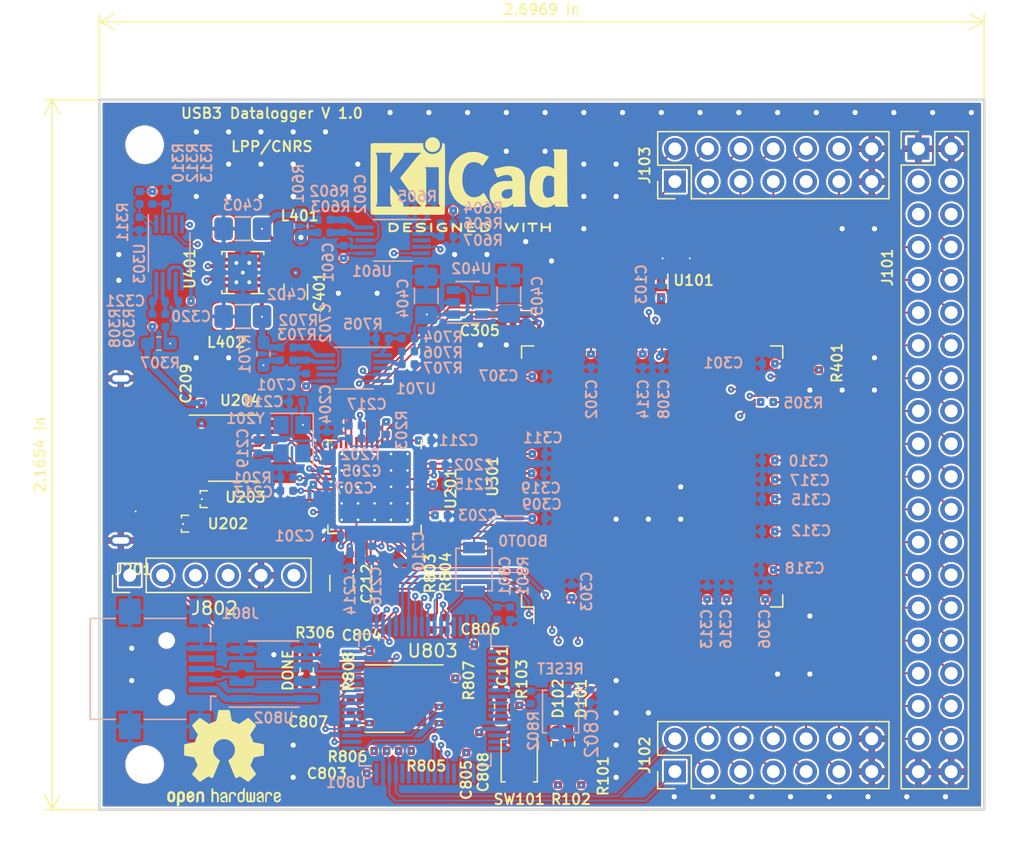
<source format=kicad_pcb>
(kicad_pcb (version 20171130) (host pcbnew 5.1.4)
  (layers (0 F.Cu signal) (1 In1.Cu signal) (2 In2.Cu signal) (3 In3.Cu signal) (4 In4.Cu signal) (31 B.Cu signal) (34 B.Paste user) (35 F.Paste user) (36 B.SilkS user) (37 F.SilkS user) (38 B.Mask user) (39 F.Mask user) (44 Edge.Cuts user))
  (net 0 "")
  (net 1 GND)
  (net 2 "Net-(R201-Pad2)")
  (net 3 "Net-(C219-Pad2)")
  (net 4 "Net-(C218-Pad2)")
  (net 5 "Net-(C217-Pad1)")
  (net 6 "Net-(R203-Pad2)")
  (net 7 "Net-(L401-Pad1)")
  (net 8 "Net-(L402-Pad1)")
  (net 9 /IOR_21)
  (net 10 /IOR_20)
  (net 11 /IOR_19)
  (net 12 /IOR_18)
  (net 13 /IOR_17)
  (net 14 /IOR_16)
  (net 15 /IOR_15)
  (net 16 /IOR_14)
  (net 17 /IOR_13)
  (net 18 /IOR_12)
  (net 19 /IOR_11)
  (net 20 /IOR_10)
  (net 21 /IOR_9)
  (net 22 /IOR_8)
  (net 23 /IOR_7)
  (net 24 /IOR_6)
  (net 25 /IOR_5)
  (net 26 /IOR_4)
  (net 27 /IOR_3)
  (net 28 /IOR_2)
  (net 29 /IOR_1)
  (net 30 /IOR_0)
  (net 31 /IOB_19)
  (net 32 /IOB_18)
  (net 33 /IOB_17)
  (net 34 /IOB_16)
  (net 35 /IOB_15)
  (net 36 /IOB_14)
  (net 37 /IOB_13)
  (net 38 /IOB_12)
  (net 39 /IOB_11)
  (net 40 /IOB_10)
  (net 41 /IOB_9)
  (net 42 /IOB_8)
  (net 43 /IOB_7)
  (net 44 /IOB_6)
  (net 45 /IOB_5)
  (net 46 /IOB_4)
  (net 47 /IOB_3)
  (net 48 /IOB_2)
  (net 49 /IOB_1)
  (net 50 /IOL_23)
  (net 51 /IOL_22)
  (net 52 /IOL_21)
  (net 53 /IOL_20)
  (net 54 /IOL_17)
  (net 55 /IOL_16)
  (net 56 /IOL_15)
  (net 57 /IOL_14)
  (net 58 /IOL_13)
  (net 59 /IOL_12)
  (net 60 /IOL_11)
  (net 61 /IOL_10)
  (net 62 /IOL_9)
  (net 63 /IOL_8)
  (net 64 /IOL_7)
  (net 65 /IOL_6)
  (net 66 /IOL_5)
  (net 67 /IOL_4)
  (net 68 /IOL_3)
  (net 69 /IOL_2)
  (net 70 /IOL_1)
  (net 71 /IOL_0)
  (net 72 "Net-(D101-Pad2)")
  (net 73 "Net-(D102-Pad2)")
  (net 74 VCCIO_0)
  (net 75 VCC)
  (net 76 /2.5V)
  (net 77 /STM32/USB_D+)
  (net 78 /STM32/USB_D-)
  (net 79 /STM32/VBUS)
  (net 80 /STM32/BOOT0)
  (net 81 /STM32/RESET)
  (net 82 "Net-(C602-Pad2)")
  (net 83 "Net-(C602-Pad1)")
  (net 84 "Net-(C702-Pad2)")
  (net 85 "Net-(C702-Pad1)")
  (net 86 "Net-(C321-Pad2)")
  (net 87 "Net-(C321-Pad1)")
  (net 88 /USB_5V)
  (net 89 /STM32/Int_SCL)
  (net 90 /STM32/Int_SDA)
  (net 91 /Ext_I2C_SDA)
  (net 92 /Ext_I2C_SCL)
  (net 93 /STM32/FLASH_~WP)
  (net 94 /STM32/FLASH_~HOLD)
  (net 95 /STM32/FLASH_MOSI)
  (net 96 /STM32/FLASH_MISO)
  (net 97 /STM32/FLASH_CLK)
  (net 98 /STM32/FLASH_~CS)
  (net 99 /STM32/UART4_RX)
  (net 100 /STM32/UART4_TX)
  (net 101 /FPGA/FLASH_CDONE)
  (net 102 /FPGA/FLASH_~CRESET)
  (net 103 /FPGA/FLASH_SS)
  (net 104 /FPGA/DATA_15)
  (net 105 /FPGA/DATA_14)
  (net 106 /FPGA/DATA_13)
  (net 107 /FPGA/DATA_12)
  (net 108 /FPGA/DATA_11)
  (net 109 /FPGA/DATA_10)
  (net 110 /FPGA/DATA_9)
  (net 111 /FPGA/DATA_8)
  (net 112 /FPGA/DATA_7)
  (net 113 /FPGA/DATA_6)
  (net 114 /FPGA/DATA_5)
  (net 115 /FPGA/DATA_4)
  (net 116 /FPGA/DATA_3)
  (net 117 /FPGA/DATA_2)
  (net 118 /FPGA/DATA_1)
  (net 119 /FPGA/DATA_0)
  (net 120 /FPGA/FIFO_GPIO_1)
  (net 121 /FPGA/FIFO_GPIO_0)
  (net 122 /FPGA/~FIFO_OE)
  (net 123 /FPGA/~FIFO_RD)
  (net 124 /FPGA/~FIFO_WR)
  (net 125 /FPGA/~FIFO_RXF)
  (net 126 /FPGA/~FIFO_TXE)
  (net 127 /FPGA/FLASH_CLK)
  (net 128 /FPGA/FLASH_MOSI)
  (net 129 /FPGA/FLASH_MISO)
  (net 130 /USB3/3.3V)
  (net 131 /USB3/SSTX+)
  (net 132 /USB3/TOD+)
  (net 133 /USB3/SSTX-)
  (net 134 /USB3/TOD-)
  (net 135 /USB3/VBUS)
  (net 136 /USB3/VD10)
  (net 137 /USB3/SSRX+)
  (net 138 /USB3/SSRX-)
  (net 139 /USB3/USB2_D+)
  (net 140 /USB3/USB2_D-)
  (net 141 /USB3/5VUSBMON/A1)
  (net 142 /USB3/5VUSBMON/A0)
  (net 143 /USB3/CLK)
  (net 144 /USB3/BE_1)
  (net 145 /USB3/BE_0)
  (net 146 /Power/#3.3V)
  (net 147 /Power/#1.2V)
  (net 148 /Power/1V2Monitor/A1)
  (net 149 /Power/1V2Monitor/A0)
  (net 150 /Power/3V3Monitor/A1)
  (net 151 /Power/3V3Monitor/A0)
  (module Capacitor_SMD:C_0402_1005Metric (layer F.Cu) (at 111.9 189.5 270)
    (fp_text reference C808 (at 2.6 -0.3 90) (layer F.SilkS) (effects (font (size 0.8 0.8))))
    (fp_text value 100nF)
    (pad 2 smd roundrect (at 0.485 0 270) (size 0.59 0.64) (layers F.Cu F.Paste F.Mask) (net 1 GND))
    (pad 1 smd roundrect (at -0.485 0 270) (size 0.59 0.64) (layers F.Cu F.Paste F.Mask) (net 74 VCCIO_0))
  )
  (module Capacitor_SMD:C_0402_1005Metric (layer B.Cu) (at 113.3 179.8 90)
    (fp_text reference C801 (at 2.9 0.6 90) (layer B.SilkS) (effects (font (size 0.8 0.8)) (justify mirror)))
    (fp_text value C)
    (pad 2 smd roundrect (at 0.485 0 90) (size 0.59 0.64) (layers B.Cu B.Paste B.Mask) (net 80 /STM32/BOOT0))
    (pad 1 smd roundrect (at -0.485 0 90) (size 0.59 0.64) (layers B.Cu B.Paste B.Mask) (net 74 VCCIO_0))
  )
  (module Symbol:KiCad-Logo2_6mm_SilkScreen (layer F.Cu) (at 111.15 145.9)
    (fp_text reference LOGO102 hide)
    (fp_text value Logo_Open_Hardware_Small hide)
  )
  (module Symbol:OSHW-Logo2_9.8x8mm_SilkScreen (layer F.Cu) (at 92.15 191)
    (fp_text reference LOGO101 hide)
    (fp_text value Logo_Open_Hardware_Small hide)
  )
  (module MountingHole:MountingHole_2.7mm_M2.5 (layer F.Cu) (at 86 143.5)
    (fp_text reference H102 hide)
    (fp_text value MountingHole)
    (pad 1 np_thru_hole circle (at 0 0) (size 2.7 2.7) (drill 2.7) (layers *.Cu *.Mask))
  )
  (module MountingHole:MountingHole_2.7mm_M2.5 (layer F.Cu) (at 86 191.5)
    (fp_text reference H101 hide)
    (fp_text value MountingHole)
    (pad 1 np_thru_hole circle (at 0 0) (size 2.7 2.7) (drill 2.7) (layers *.Cu *.Mask))
  )
  (module Connector_PinHeader_2.54mm:PinHeader_1x06_P2.54mm_Vertical (layer F.Cu) (at 84.85 176.85 90)
    (fp_text reference J802 (at -2.55 6.55 180) (layer F.SilkS))
    (fp_text value Conn_01x06)
    (pad 6 thru_hole oval (at 0 12.7 90) (size 1.7 1.7) (drill 1) (layers *.Cu *.Mask) (net 74 VCCIO_0))
    (pad 5 thru_hole oval (at 0 10.16 90) (size 1.7 1.7) (drill 1) (layers *.Cu *.Mask) (net 1 GND))
    (pad 4 thru_hole oval (at 0 7.62 90) (size 1.7 1.7) (drill 1) (layers *.Cu *.Mask))
    (pad 3 thru_hole oval (at 0 5.08 90) (size 1.7 1.7) (drill 1) (layers *.Cu *.Mask) (net 99 /STM32/UART4_RX))
    (pad 2 thru_hole oval (at 0 2.54 90) (size 1.7 1.7) (drill 1) (layers *.Cu *.Mask) (net 100 /STM32/UART4_TX))
    (pad 1 thru_hole rect (at 0 0 90) (size 1.7 1.7) (drill 1) (layers *.Cu *.Mask))
  )
  (module Resistor_SMD:R_0402_1005Metric (layer F.Cu) (at 101.95 186.9 90)
    (fp_text reference R808 (at 2.6 -0.15 90) (layer F.SilkS) (effects (font (size 0.8 0.8))))
    (fp_text value 10k)
    (pad 2 smd roundrect (at 0.485 0 90) (size 0.59 0.64) (layers F.Cu F.Paste F.Mask) (net 94 /STM32/FLASH_~HOLD))
    (pad 1 smd roundrect (at -0.485 0 90) (size 0.59 0.64) (layers F.Cu F.Paste F.Mask) (net 74 VCCIO_0))
  )
  (module Resistor_SMD:R_0402_1005Metric (layer F.Cu) (at 138.2 160.45 90)
    (fp_text reference R401 (at 0.05 1.4 90) (layer F.SilkS) (effects (font (size 0.8 0.8))))
    (fp_text value 10k)
    (pad 2 smd roundrect (at 0.485 0 90) (size 0.59 0.64) (layers F.Cu F.Paste F.Mask) (net 1 GND))
    (pad 1 smd roundrect (at -0.485 0 90) (size 0.59 0.64) (layers F.Cu F.Paste F.Mask) (net 103 /FPGA/FLASH_SS))
  )
  (module Resistor_SMD:R_0402_1005Metric (layer F.Cu) (at 110.05 185.3 270)
    (fp_text reference R807 (at -0.3 -1.05 90) (layer F.SilkS) (effects (font (size 0.8 0.8))))
    (fp_text value 10k)
    (pad 2 smd roundrect (at 0.485 0 270) (size 0.59 0.64) (layers F.Cu F.Paste F.Mask) (net 93 /STM32/FLASH_~WP))
    (pad 1 smd roundrect (at -0.485 0 270) (size 0.59 0.64) (layers F.Cu F.Paste F.Mask) (net 74 VCCIO_0))
  )
  (module Capacitor_SMD:C_0402_1005Metric (layer F.Cu) (at 101.7 188.4 180)
    (fp_text reference C807 (at 3.05 0.2) (layer F.SilkS) (effects (font (size 0.8 0.8))))
    (fp_text value 100nF)
    (pad 2 smd roundrect (at 0.485 0 180) (size 0.59 0.64) (layers F.Cu F.Paste F.Mask) (net 1 GND))
    (pad 1 smd roundrect (at -0.485 0 180) (size 0.59 0.64) (layers F.Cu F.Paste F.Mask) (net 74 VCCIO_0))
  )
  (module Package_SON:WSON-8-1EP_6x5mm_P1.27mm_EP3.4x4.3mm (layer F.Cu) (at 106.1 186.4 180)
    (fp_text reference U803 (at -2.2 3.7) (layer F.SilkS))
    (fp_text value W25Q32JVZP)
    (pad 8 smd roundrect (at 2.7 -1.905 180) (size 0.75 0.5) (layers F.Cu F.Paste F.Mask) (net 74 VCCIO_0))
    (pad 7 smd roundrect (at 2.7 -0.635 180) (size 0.75 0.5) (layers F.Cu F.Paste F.Mask) (net 94 /STM32/FLASH_~HOLD))
    (pad 6 smd roundrect (at 2.7 0.635 180) (size 0.75 0.5) (layers F.Cu F.Paste F.Mask) (net 97 /STM32/FLASH_CLK))
    (pad 5 smd roundrect (at 2.7 1.905 180) (size 0.75 0.5) (layers F.Cu F.Paste F.Mask) (net 95 /STM32/FLASH_MOSI))
    (pad 4 smd roundrect (at -2.7 1.905 180) (size 0.75 0.5) (layers F.Cu F.Paste F.Mask) (net 1 GND))
    (pad 3 smd roundrect (at -2.7 0.635 180) (size 0.75 0.5) (layers F.Cu F.Paste F.Mask) (net 93 /STM32/FLASH_~WP))
    (pad 2 smd roundrect (at -2.7 -0.635 180) (size 0.75 0.5) (layers F.Cu F.Paste F.Mask) (net 96 /STM32/FLASH_MISO))
    (pad 1 smd roundrect (at -2.7 -1.905 180) (size 0.75 0.5) (layers F.Cu F.Paste F.Mask) (net 98 /STM32/FLASH_~CS))
    (pad 9 smd roundrect (at 0 0 180) (size 3.4 4.3) (layers F.Cu F.Mask) (roundrect_rratio 0.073529) (net 1 GND))
  )
  (module Connector_PinHeader_2.54mm:PinHeader_2x07_P2.54mm_Vertical (layer F.Cu) (at 127.05 192.05 90)
    (fp_text reference J102 (at 1.27 -2.33 90) (layer F.SilkS) (effects (font (size 0.8 0.8))))
    (fp_text value Conn_02x07_Odd_Even)
    (pad 14 thru_hole oval (at 2.54 15.24 90) (size 1.7 1.7) (drill 1) (layers *.Cu *.Mask) (net 1 GND))
    (pad 13 thru_hole oval (at 0 15.24 90) (size 1.7 1.7) (drill 1) (layers *.Cu *.Mask) (net 1 GND))
    (pad 12 thru_hole oval (at 2.54 12.7 90) (size 1.7 1.7) (drill 1) (layers *.Cu *.Mask) (net 54 /IOL_17))
    (pad 11 thru_hole oval (at 0 12.7 90) (size 1.7 1.7) (drill 1) (layers *.Cu *.Mask) (net 55 /IOL_16))
    (pad 10 thru_hole oval (at 2.54 10.16 90) (size 1.7 1.7) (drill 1) (layers *.Cu *.Mask) (net 56 /IOL_15))
    (pad 9 thru_hole oval (at 0 10.16 90) (size 1.7 1.7) (drill 1) (layers *.Cu *.Mask) (net 57 /IOL_14))
    (pad 8 thru_hole oval (at 2.54 7.62 90) (size 1.7 1.7) (drill 1) (layers *.Cu *.Mask) (net 58 /IOL_13))
    (pad 7 thru_hole oval (at 0 7.62 90) (size 1.7 1.7) (drill 1) (layers *.Cu *.Mask) (net 59 /IOL_12))
    (pad 6 thru_hole oval (at 2.54 5.08 90) (size 1.7 1.7) (drill 1) (layers *.Cu *.Mask) (net 60 /IOL_11))
    (pad 5 thru_hole oval (at 0 5.08 90) (size 1.7 1.7) (drill 1) (layers *.Cu *.Mask) (net 61 /IOL_10))
    (pad 4 thru_hole oval (at 2.54 2.54 90) (size 1.7 1.7) (drill 1) (layers *.Cu *.Mask) (net 62 /IOL_9))
    (pad 3 thru_hole oval (at 0 2.54 90) (size 1.7 1.7) (drill 1) (layers *.Cu *.Mask) (net 63 /IOL_8))
    (pad 2 thru_hole oval (at 2.54 0 90) (size 1.7 1.7) (drill 1) (layers *.Cu *.Mask) (net 92 /Ext_I2C_SCL))
    (pad 1 thru_hole rect (at 0 0 90) (size 1.7 1.7) (drill 1) (layers *.Cu *.Mask) (net 91 /Ext_I2C_SDA))
  )
  (module Capacitor_SMD:C_0402_1005Metric (layer F.Cu) (at 112 182.2)
    (fp_text reference C806 (at 0 -1.17) (layer F.SilkS) (effects (font (size 0.8 0.8))))
    (fp_text value 100nF)
    (pad 2 smd roundrect (at 0.485 0) (size 0.59 0.64) (layers F.Cu F.Paste F.Mask) (net 1 GND))
    (pad 1 smd roundrect (at -0.485 0) (size 0.59 0.64) (layers F.Cu F.Paste F.Mask) (net 74 VCCIO_0))
  )
  (module Capacitor_SMD:C_0402_1005Metric (layer F.Cu) (at 110.9 190.1 90)
    (fp_text reference C805 (at -2.6 0 90) (layer F.SilkS) (effects (font (size 0.8 0.8))))
    (fp_text value 100nF)
    (pad 2 smd roundrect (at 0.485 0 90) (size 0.59 0.64) (layers F.Cu F.Paste F.Mask) (net 1 GND))
    (pad 1 smd roundrect (at -0.485 0 90) (size 0.59 0.64) (layers F.Cu F.Paste F.Mask) (net 74 VCCIO_0))
  )
  (module Capacitor_SMD:C_0402_1005Metric (layer F.Cu) (at 103.915 182.7)
    (fp_text reference C804 (at -1.115 -1.2) (layer F.SilkS) (effects (font (size 0.8 0.8))))
    (fp_text value 100nF)
    (pad 2 smd roundrect (at 0.485 0) (size 0.59 0.64) (layers F.Cu F.Paste F.Mask) (net 1 GND))
    (pad 1 smd roundrect (at -0.485 0) (size 0.59 0.64) (layers F.Cu F.Paste F.Mask) (net 74 VCCIO_0))
  )
  (module Capacitor_SMD:C_0402_1005Metric (layer F.Cu) (at 102.7 192.2 180)
    (fp_text reference C803 (at 2.6 0) (layer F.SilkS) (effects (font (size 0.8 0.8))))
    (fp_text value 100nF)
    (pad 2 smd roundrect (at 0.485 0 180) (size 0.59 0.64) (layers F.Cu F.Paste F.Mask) (net 1 GND))
    (pad 1 smd roundrect (at -0.485 0 180) (size 0.59 0.64) (layers F.Cu F.Paste F.Mask) (net 74 VCCIO_0))
  )
  (module Capacitor_SMD:C_0402_1005Metric (layer B.Cu) (at 120.5 186.2 270)
    (fp_text reference C802 (at 2.9 -0.1 90) (layer B.SilkS) (effects (justify mirror)))
    (fp_text value C)
    (pad 2 smd roundrect (at 0.485 0 270) (size 0.59 0.64) (layers B.Cu B.Paste B.Mask) (net 1 GND))
    (pad 1 smd roundrect (at -0.485 0 270) (size 0.59 0.64) (layers B.Cu B.Paste B.Mask) (net 81 /STM32/RESET))
  )
  (module Resistor_SMD:R_0402_1005Metric (layer F.Cu) (at 104.25 190.45)
    (fp_text reference R806 (at -2.55 0.45) (layer F.SilkS) (effects (font (size 0.8 0.8))))
    (fp_text value 2K2)
    (pad 2 smd roundrect (at 0.485 0) (size 0.59 0.64) (layers F.Cu F.Paste F.Mask) (net 91 /Ext_I2C_SDA))
    (pad 1 smd roundrect (at -0.485 0) (size 0.59 0.64) (layers F.Cu F.Paste F.Mask) (net 74 VCCIO_0))
  )
  (module Resistor_SMD:R_0402_1005Metric (layer F.Cu) (at 106.15 190.45 180)
    (fp_text reference R805 (at -1.65 -1.17) (layer F.SilkS) (effects (font (size 0.8 0.8))))
    (fp_text value 2K2)
    (pad 2 smd roundrect (at 0.485 0 180) (size 0.59 0.64) (layers F.Cu F.Paste F.Mask) (net 92 /Ext_I2C_SCL))
    (pad 1 smd roundrect (at -0.485 0 180) (size 0.59 0.64) (layers F.Cu F.Paste F.Mask) (net 74 VCCIO_0))
  )
  (module Resistor_SMD:R_0402_1005Metric (layer F.Cu) (at 109.3 180.6 90)
    (fp_text reference R804 (at 4 0 90) (layer F.SilkS) (effects (font (size 0.8 0.8))))
    (fp_text value 2K2)
    (pad 2 smd roundrect (at 0.485 0 90) (size 0.59 0.64) (layers F.Cu F.Paste F.Mask) (net 90 /STM32/Int_SDA))
    (pad 1 smd roundrect (at -0.485 0 90) (size 0.59 0.64) (layers F.Cu F.Paste F.Mask) (net 74 VCCIO_0))
  )
  (module Resistor_SMD:R_0402_1005Metric (layer F.Cu) (at 108.3 180.6 90)
    (fp_text reference R803 (at 3.9 -0.2 90) (layer F.SilkS) (effects (font (size 0.8 0.8))))
    (fp_text value 2K2)
    (pad 2 smd roundrect (at 0.485 0 90) (size 0.59 0.64) (layers F.Cu F.Paste F.Mask) (net 89 /STM32/Int_SCL))
    (pad 1 smd roundrect (at -0.485 0 90) (size 0.59 0.64) (layers F.Cu F.Paste F.Mask) (net 74 VCCIO_0))
  )
  (module Package_SO:VSSOP-10_3x3mm_P0.5mm (layer B.Cu) (at 87.9 151.84 270)
    (fp_text reference U303 (at 0.86 2.3 270) (layer B.SilkS) (effects (font (size 0.8 0.8)) (justify mirror)))
    (fp_text value INA226)
    (pad 1 smd roundrect (at -2.2 1 270) (size 1.45 0.3) (layers B.Cu B.Paste B.Mask) (net 141 /USB3/5VUSBMON/A1))
    (pad 2 smd roundrect (at -2.2 0.5 270) (size 1.45 0.3) (layers B.Cu B.Paste B.Mask) (net 142 /USB3/5VUSBMON/A0))
    (pad 3 smd roundrect (at -2.2 0 270) (size 1.45 0.3) (layers B.Cu B.Paste B.Mask))
    (pad 4 smd roundrect (at -2.2 -0.5 270) (size 1.45 0.3) (layers B.Cu B.Paste B.Mask) (net 90 /STM32/Int_SDA))
    (pad 5 smd roundrect (at -2.2 -1 270) (size 1.45 0.3) (layers B.Cu B.Paste B.Mask) (net 89 /STM32/Int_SCL))
    (pad 6 smd roundrect (at 2.2 -1 270) (size 1.45 0.3) (layers B.Cu B.Paste B.Mask) (net 135 /USB3/VBUS))
    (pad 7 smd roundrect (at 2.2 -0.5 270) (size 1.45 0.3) (layers B.Cu B.Paste B.Mask) (net 1 GND))
    (pad 8 smd roundrect (at 2.2 0 270) (size 1.45 0.3) (layers B.Cu B.Paste B.Mask) (net 135 /USB3/VBUS))
    (pad 9 smd roundrect (at 2.2 0.5 270) (size 1.45 0.3) (layers B.Cu B.Paste B.Mask) (net 86 "Net-(C321-Pad2)"))
    (pad 10 smd roundrect (at 2.2 1 270) (size 1.45 0.3) (layers B.Cu B.Paste B.Mask) (net 87 "Net-(C321-Pad1)"))
  )
  (module Capacitor_SMD:C_0402_1005Metric (layer B.Cu) (at 87.6 147.6 90)
    (fp_text reference R313 (at 2.7 3.2 270) (layer B.SilkS) (effects (font (size 0.8 0.8)) (justify mirror)))
    (fp_text value 10k)
    (pad 2 smd roundrect (at 0.485 0 90) (size 0.59 0.64) (layers B.Cu B.Paste B.Mask) (net 1 GND))
    (pad 1 smd roundrect (at -0.485 0 90) (size 0.59 0.64) (layers B.Cu B.Paste B.Mask) (net 142 /USB3/5VUSBMON/A0))
  )
  (module Capacitor_SMD:C_0402_1005Metric (layer B.Cu) (at 86.6 147.6 270)
    (fp_text reference R312 (at -2.7 -3.1 270) (layer B.SilkS) (effects (font (size 0.8 0.8)) (justify mirror)))
    (fp_text value 10k)
    (pad 2 smd roundrect (at 0.485 0 270) (size 0.59 0.64) (layers B.Cu B.Paste B.Mask) (net 142 /USB3/5VUSBMON/A0))
    (pad 1 smd roundrect (at -0.485 0 270) (size 0.59 0.64) (layers B.Cu B.Paste B.Mask) (net 135 /USB3/VBUS))
  )
  (module Capacitor_SMD:C_0402_1005Metric (layer B.Cu) (at 85.6 149.6 270)
    (fp_text reference R311 (at -0.1 1.3 270) (layer B.SilkS) (effects (font (size 0.8 0.8)) (justify mirror)))
    (fp_text value 10k)
    (pad 2 smd roundrect (at 0.485 0 270) (size 0.59 0.64) (layers B.Cu B.Paste B.Mask) (net 1 GND))
    (pad 1 smd roundrect (at -0.485 0 270) (size 0.59 0.64) (layers B.Cu B.Paste B.Mask) (net 141 /USB3/5VUSBMON/A1))
  )
  (module Capacitor_SMD:C_0402_1005Metric (layer B.Cu) (at 85.6 147.6 270)
    (fp_text reference R310 (at -2.7 -3 270) (layer B.SilkS) (effects (font (size 0.8 0.8)) (justify mirror)))
    (fp_text value 10k)
    (pad 2 smd roundrect (at 0.485 0 270) (size 0.59 0.64) (layers B.Cu B.Paste B.Mask) (net 141 /USB3/5VUSBMON/A1))
    (pad 1 smd roundrect (at -0.485 0 270) (size 0.59 0.64) (layers B.Cu B.Paste B.Mask) (net 135 /USB3/VBUS))
  )
  (module Resistor_SMD:R_0402_1005Metric (layer B.Cu) (at 87.6 157.1 270)
    (fp_text reference R309 (at 0.6 2.8 270) (layer B.SilkS) (effects (font (size 0.8 0.8)) (justify mirror)))
    (fp_text value 10)
    (pad 2 smd roundrect (at 0.485 0 270) (size 0.59 0.64) (layers B.Cu B.Paste B.Mask) (net 88 /USB_5V))
    (pad 1 smd roundrect (at -0.485 0 270) (size 0.59 0.64) (layers B.Cu B.Paste B.Mask) (net 86 "Net-(C321-Pad2)"))
  )
  (module Resistor_SMD:R_0402_1005Metric (layer B.Cu) (at 86.6 157.1 270)
    (fp_text reference R308 (at 0.6 2.9 270) (layer B.SilkS) (effects (font (size 0.8 0.8)) (justify mirror)))
    (fp_text value 10)
    (pad 2 smd roundrect (at 0.485 0 270) (size 0.59 0.64) (layers B.Cu B.Paste B.Mask) (net 135 /USB3/VBUS))
    (pad 1 smd roundrect (at -0.485 0 270) (size 0.59 0.64) (layers B.Cu B.Paste B.Mask) (net 87 "Net-(C321-Pad1)"))
  )
  (module Capacitor_SMD:C_0603_1608Metric_Pad1.05x0.95mm_HandSolder (layer B.Cu) (at 87.1 158.9)
    (fp_text reference R307 (at 0.1 1.5) (layer B.SilkS) (effects (font (size 0.8 0.8)) (justify mirror)))
    (fp_text value 100m)
    (pad 2 smd roundrect (at 0.875 0) (size 1.05 0.95) (layers B.Cu B.Paste B.Mask) (net 88 /USB_5V))
    (pad 1 smd roundrect (at -0.875 0) (size 1.05 0.95) (layers B.Cu B.Paste B.Mask) (net 135 /USB3/VBUS))
  )
  (module Capacitor_SMD:C_0402_1005Metric (layer B.Cu) (at 87.1 155.6)
    (fp_text reference C321 (at -2.6 0) (layer B.SilkS) (effects (font (size 0.8 0.8)) (justify mirror)))
    (fp_text value 10pF)
    (pad 2 smd roundrect (at 0.485 0) (size 0.59 0.64) (layers B.Cu B.Paste B.Mask) (net 86 "Net-(C321-Pad2)"))
    (pad 1 smd roundrect (at -0.485 0) (size 0.59 0.64) (layers B.Cu B.Paste B.Mask) (net 87 "Net-(C321-Pad1)"))
  )
  (module Capacitor_SMD:C_0402_1005Metric (layer B.Cu) (at 89.1 155.6 180)
    (fp_text reference C320 (at -0.5 -1.2) (layer B.SilkS) (effects (font (size 0.8 0.8)) (justify mirror)))
    (fp_text value 100nF)
    (pad 2 smd roundrect (at 0.485 0 180) (size 0.59 0.64) (layers B.Cu B.Paste B.Mask) (net 1 GND))
    (pad 1 smd roundrect (at -0.485 0 180) (size 0.59 0.64) (layers B.Cu B.Paste B.Mask) (net 135 /USB3/VBUS))
  )
  (module Package_SO:VSSOP-10_3x3mm_P0.5mm (layer B.Cu) (at 102.22 160.8 180)
    (fp_text reference U701 (at -4.78 -1.6) (layer B.SilkS) (effects (font (size 0.8 0.8)) (justify mirror)))
    (fp_text value INA226)
    (pad 1 smd roundrect (at -2.2 1 180) (size 1.45 0.3) (layers B.Cu B.Paste B.Mask) (net 150 /Power/3V3Monitor/A1))
    (pad 2 smd roundrect (at -2.2 0.5 180) (size 1.45 0.3) (layers B.Cu B.Paste B.Mask) (net 151 /Power/3V3Monitor/A0))
    (pad 3 smd roundrect (at -2.2 0 180) (size 1.45 0.3) (layers B.Cu B.Paste B.Mask))
    (pad 4 smd roundrect (at -2.2 -0.5 180) (size 1.45 0.3) (layers B.Cu B.Paste B.Mask) (net 90 /STM32/Int_SDA))
    (pad 5 smd roundrect (at -2.2 -1 180) (size 1.45 0.3) (layers B.Cu B.Paste B.Mask) (net 89 /STM32/Int_SCL))
    (pad 6 smd roundrect (at 2.2 -1 180) (size 1.45 0.3) (layers B.Cu B.Paste B.Mask) (net 88 /USB_5V))
    (pad 7 smd roundrect (at 2.2 -0.5 180) (size 1.45 0.3) (layers B.Cu B.Paste B.Mask) (net 1 GND))
    (pad 8 smd roundrect (at 2.2 0 180) (size 1.45 0.3) (layers B.Cu B.Paste B.Mask) (net 146 /Power/#3.3V))
    (pad 9 smd roundrect (at 2.2 0.5 180) (size 1.45 0.3) (layers B.Cu B.Paste B.Mask) (net 84 "Net-(C702-Pad2)"))
    (pad 10 smd roundrect (at 2.2 1 180) (size 1.45 0.3) (layers B.Cu B.Paste B.Mask) (net 85 "Net-(C702-Pad1)"))
  )
  (module Package_SO:VSSOP-10_3x3mm_P0.5mm (layer B.Cu) (at 105.21 150.9 180)
    (fp_text reference U601 (at 1.61 -2.4) (layer B.SilkS) (effects (font (size 0.8 0.8)) (justify mirror)))
    (fp_text value INA226)
    (pad 1 smd roundrect (at -2.2 1 180) (size 1.45 0.3) (layers B.Cu B.Paste B.Mask) (net 148 /Power/1V2Monitor/A1))
    (pad 2 smd roundrect (at -2.2 0.5 180) (size 1.45 0.3) (layers B.Cu B.Paste B.Mask) (net 149 /Power/1V2Monitor/A0))
    (pad 3 smd roundrect (at -2.2 0 180) (size 1.45 0.3) (layers B.Cu B.Paste B.Mask))
    (pad 4 smd roundrect (at -2.2 -0.5 180) (size 1.45 0.3) (layers B.Cu B.Paste B.Mask) (net 90 /STM32/Int_SDA))
    (pad 5 smd roundrect (at -2.2 -1 180) (size 1.45 0.3) (layers B.Cu B.Paste B.Mask) (net 89 /STM32/Int_SCL))
    (pad 6 smd roundrect (at 2.2 -1 180) (size 1.45 0.3) (layers B.Cu B.Paste B.Mask) (net 88 /USB_5V))
    (pad 7 smd roundrect (at 2.2 -0.5 180) (size 1.45 0.3) (layers B.Cu B.Paste B.Mask) (net 1 GND))
    (pad 8 smd roundrect (at 2.2 0 180) (size 1.45 0.3) (layers B.Cu B.Paste B.Mask) (net 147 /Power/#1.2V))
    (pad 9 smd roundrect (at 2.2 0.5 180) (size 1.45 0.3) (layers B.Cu B.Paste B.Mask) (net 82 "Net-(C602-Pad2)"))
    (pad 10 smd roundrect (at 2.2 1 180) (size 1.45 0.3) (layers B.Cu B.Paste B.Mask) (net 83 "Net-(C602-Pad1)"))
  )
  (module Capacitor_SMD:C_0402_1005Metric (layer B.Cu) (at 106.4 160.5)
    (fp_text reference R707 (at 2.7 0.3) (layer B.SilkS) (effects (font (size 0.8 0.8)) (justify mirror)))
    (fp_text value 10k)
    (pad 2 smd roundrect (at 0.485 0) (size 0.59 0.64) (layers B.Cu B.Paste B.Mask) (net 1 GND))
    (pad 1 smd roundrect (at -0.485 0) (size 0.59 0.64) (layers B.Cu B.Paste B.Mask) (net 151 /Power/3V3Monitor/A0))
  )
  (module Capacitor_SMD:C_0402_1005Metric (layer B.Cu) (at 106.4 159.5 180)
    (fp_text reference R706 (at -2.7 -0.1) (layer B.SilkS) (effects (font (size 0.8 0.8)) (justify mirror)))
    (fp_text value 10k)
    (pad 2 smd roundrect (at 0.485 0 180) (size 0.59 0.64) (layers B.Cu B.Paste B.Mask) (net 151 /Power/3V3Monitor/A0))
    (pad 1 smd roundrect (at -0.485 0 180) (size 0.59 0.64) (layers B.Cu B.Paste B.Mask) (net 88 /USB_5V))
  )
  (module Capacitor_SMD:C_0402_1005Metric (layer B.Cu) (at 104.4 158.5 180)
    (fp_text reference R705 (at 1.5 1.1) (layer B.SilkS) (effects (font (size 0.8 0.8)) (justify mirror)))
    (fp_text value 10k)
    (pad 2 smd roundrect (at 0.485 0 180) (size 0.59 0.64) (layers B.Cu B.Paste B.Mask) (net 1 GND))
    (pad 1 smd roundrect (at -0.485 0 180) (size 0.59 0.64) (layers B.Cu B.Paste B.Mask) (net 150 /Power/3V3Monitor/A1))
  )
  (module Capacitor_SMD:C_0402_1005Metric (layer B.Cu) (at 106.4 158.5 180)
    (fp_text reference R704 (at -2.7 0.1) (layer B.SilkS) (effects (font (size 0.8 0.8)) (justify mirror)))
    (fp_text value 10k)
    (pad 2 smd roundrect (at 0.485 0 180) (size 0.59 0.64) (layers B.Cu B.Paste B.Mask) (net 150 /Power/3V3Monitor/A1))
    (pad 1 smd roundrect (at -0.485 0 180) (size 0.59 0.64) (layers B.Cu B.Paste B.Mask) (net 88 /USB_5V))
  )
  (module Resistor_SMD:R_0402_1005Metric (layer B.Cu) (at 97 160.2 180)
    (fp_text reference R703 (at -0.8 2) (layer B.SilkS) (effects (font (size 0.8 0.8)) (justify mirror)))
    (fp_text value 10)
    (pad 2 smd roundrect (at 0.485 0 180) (size 0.59 0.64) (layers B.Cu B.Paste B.Mask) (net 74 VCCIO_0))
    (pad 1 smd roundrect (at -0.485 0 180) (size 0.59 0.64) (layers B.Cu B.Paste B.Mask) (net 84 "Net-(C702-Pad2)"))
  )
  (module Resistor_SMD:R_0402_1005Metric (layer B.Cu) (at 97 159.2 180)
    (fp_text reference R702 (at -0.9 2.1) (layer B.SilkS) (effects (font (size 0.8 0.8)) (justify mirror)))
    (fp_text value 10)
    (pad 2 smd roundrect (at 0.485 0 180) (size 0.59 0.64) (layers B.Cu B.Paste B.Mask) (net 146 /Power/#3.3V))
    (pad 1 smd roundrect (at -0.485 0 180) (size 0.59 0.64) (layers B.Cu B.Paste B.Mask) (net 85 "Net-(C702-Pad1)"))
  )
  (module Capacitor_SMD:C_0603_1608Metric_Pad1.05x0.95mm_HandSolder (layer B.Cu) (at 95.2 159.7 270)
    (fp_text reference R701 (at 0 1.43 270) (layer B.SilkS) (effects (font (size 0.8 0.8)) (justify mirror)))
    (fp_text value 100m)
    (pad 2 smd roundrect (at 0.875 0 270) (size 1.05 0.95) (layers B.Cu B.Paste B.Mask) (net 74 VCCIO_0))
    (pad 1 smd roundrect (at -0.875 0 270) (size 1.05 0.95) (layers B.Cu B.Paste B.Mask) (net 146 /Power/#3.3V))
  )
  (module Capacitor_SMD:C_0402_1005Metric (layer B.Cu) (at 109.4 150.6)
    (fp_text reference R607 (at 2.8 0.3) (layer B.SilkS) (effects (font (size 0.8 0.8)) (justify mirror)))
    (fp_text value 10k)
    (pad 2 smd roundrect (at 0.485 0) (size 0.59 0.64) (layers B.Cu B.Paste B.Mask) (net 1 GND))
    (pad 1 smd roundrect (at -0.485 0) (size 0.59 0.64) (layers B.Cu B.Paste B.Mask) (net 149 /Power/1V2Monitor/A0))
  )
  (module Capacitor_SMD:C_0402_1005Metric (layer B.Cu) (at 109.4 149.6 180)
    (fp_text reference R606 (at -2.8 0) (layer B.SilkS) (effects (font (size 0.8 0.8)) (justify mirror)))
    (fp_text value 10k)
    (pad 2 smd roundrect (at 0.485 0 180) (size 0.59 0.64) (layers B.Cu B.Paste B.Mask) (net 149 /Power/1V2Monitor/A0))
    (pad 1 smd roundrect (at -0.485 0 180) (size 0.59 0.64) (layers B.Cu B.Paste B.Mask) (net 88 /USB_5V))
  )
  (module Capacitor_SMD:C_0402_1005Metric (layer B.Cu) (at 107.4 148.6 180)
    (fp_text reference R605 (at 0.3 1.1) (layer B.SilkS) (effects (font (size 0.8 0.8)) (justify mirror)))
    (fp_text value 10k)
    (pad 2 smd roundrect (at 0.485 0 180) (size 0.59 0.64) (layers B.Cu B.Paste B.Mask) (net 1 GND))
    (pad 1 smd roundrect (at -0.485 0 180) (size 0.59 0.64) (layers B.Cu B.Paste B.Mask) (net 148 /Power/1V2Monitor/A1))
  )
  (module Capacitor_SMD:C_0402_1005Metric (layer B.Cu) (at 109.4 148.6 180)
    (fp_text reference R604 (at -2.8 0.2) (layer B.SilkS) (effects (font (size 0.8 0.8)) (justify mirror)))
    (fp_text value 10k)
    (pad 2 smd roundrect (at 0.485 0 180) (size 0.59 0.64) (layers B.Cu B.Paste B.Mask) (net 148 /Power/1V2Monitor/A1))
    (pad 1 smd roundrect (at -0.485 0 180) (size 0.59 0.64) (layers B.Cu B.Paste B.Mask) (net 88 /USB_5V))
  )
  (module Resistor_SMD:R_0402_1005Metric (layer B.Cu) (at 99.9 150.3 180)
    (fp_text reference R603 (at -0.5 2) (layer B.SilkS) (effects (font (size 0.8 0.8)) (justify mirror)))
    (fp_text value 10)
    (pad 2 smd roundrect (at 0.485 0 180) (size 0.59 0.64) (layers B.Cu B.Paste B.Mask) (net 75 VCC))
    (pad 1 smd roundrect (at -0.485 0 180) (size 0.59 0.64) (layers B.Cu B.Paste B.Mask) (net 82 "Net-(C602-Pad2)"))
  )
  (module Resistor_SMD:R_0402_1005Metric (layer B.Cu) (at 99.9 149.3 180)
    (fp_text reference R602 (at -0.4 2.2) (layer B.SilkS) (effects (font (size 0.8 0.8)) (justify mirror)))
    (fp_text value 10)
    (pad 2 smd roundrect (at 0.485 0 180) (size 0.59 0.64) (layers B.Cu B.Paste B.Mask) (net 147 /Power/#1.2V))
    (pad 1 smd roundrect (at -0.485 0 180) (size 0.59 0.64) (layers B.Cu B.Paste B.Mask) (net 83 "Net-(C602-Pad1)"))
  )
  (module Capacitor_SMD:C_0603_1608Metric_Pad1.05x0.95mm_HandSolder (layer B.Cu) (at 98.1 149.8 270)
    (fp_text reference R601 (at -3.3 0.2 270) (layer B.SilkS) (effects (font (size 0.8 0.8)) (justify mirror)))
    (fp_text value 100m)
    (pad 2 smd roundrect (at 0.875 0 270) (size 1.05 0.95) (layers B.Cu B.Paste B.Mask) (net 75 VCC))
    (pad 1 smd roundrect (at -0.875 0 270) (size 1.05 0.95) (layers B.Cu B.Paste B.Mask) (net 147 /Power/#1.2V))
  )
  (module Capacitor_SMD:C_0402_1005Metric (layer B.Cu) (at 98.5 159.7 270)
    (fp_text reference C702 (at -2.4 -1.5 270) (layer B.SilkS) (effects (font (size 0.8 0.8)) (justify mirror)))
    (fp_text value 10pF)
    (pad 2 smd roundrect (at 0.485 0 270) (size 0.59 0.64) (layers B.Cu B.Paste B.Mask) (net 84 "Net-(C702-Pad2)"))
    (pad 1 smd roundrect (at -0.485 0 270) (size 0.59 0.64) (layers B.Cu B.Paste B.Mask) (net 85 "Net-(C702-Pad1)"))
  )
  (module Capacitor_SMD:C_0402_1005Metric (layer B.Cu) (at 98.5 161.7 90)
    (fp_text reference C701 (at -0.4 -2.3) (layer B.SilkS) (effects (font (size 0.8 0.8)) (justify mirror)))
    (fp_text value 100nF)
    (pad 2 smd roundrect (at 0.485 0 90) (size 0.59 0.64) (layers B.Cu B.Paste B.Mask) (net 1 GND))
    (pad 1 smd roundrect (at -0.485 0 90) (size 0.59 0.64) (layers B.Cu B.Paste B.Mask) (net 88 /USB_5V))
  )
  (module Capacitor_SMD:C_0402_1005Metric (layer B.Cu) (at 101.4 149.8 270)
    (fp_text reference C602 (at -2.5 -1.3 270) (layer B.SilkS) (effects (font (size 0.8 0.8)) (justify mirror)))
    (fp_text value 10pF)
    (pad 2 smd roundrect (at 0.485 0 270) (size 0.59 0.64) (layers B.Cu B.Paste B.Mask) (net 82 "Net-(C602-Pad2)"))
    (pad 1 smd roundrect (at -0.485 0 270) (size 0.59 0.64) (layers B.Cu B.Paste B.Mask) (net 83 "Net-(C602-Pad1)"))
  )
  (module Capacitor_SMD:C_0402_1005Metric (layer B.Cu) (at 101.4 151.8 90)
    (fp_text reference C601 (at -0.8 -1.2 270) (layer B.SilkS) (effects (font (size 0.8 0.8)) (justify mirror)))
    (fp_text value 100nF)
    (pad 2 smd roundrect (at 0.485 0 90) (size 0.59 0.64) (layers B.Cu B.Paste B.Mask) (net 1 GND))
    (pad 1 smd roundrect (at -0.485 0 90) (size 0.59 0.64) (layers B.Cu B.Paste B.Mask) (net 88 /USB_5V))
  )
  (module Button_Switch_SMD:SW_SPST_B3U-1000P (layer B.Cu) (at 118.2 187.4 270)
    (fp_text reference RST0 hide)
    (fp_text value SW_Push)
    (fp_text user RESET (at -3.3 0) (layer B.SilkS) (effects (font (size 0.8 0.8)) (justify mirror)))
    (pad 2 smd rect (at 1.7 0 270) (size 0.9 1.7) (layers B.Cu B.Paste B.Mask) (net 1 GND))
    (pad 1 smd rect (at -1.7 0 270) (size 0.9 1.7) (layers B.Cu B.Paste B.Mask) (net 81 /STM32/RESET))
  )
  (module Button_Switch_SMD:SW_SPST_B3U-1000P (layer B.Cu) (at 111.5 176.4 270)
    (fp_text reference BOOT0 (at -2.2 -3.8 180) (layer B.SilkS) (effects (font (size 0.8 0.8)) (justify mirror)))
    (fp_text value SW_Push)
    (pad 2 smd rect (at 1.7 0 270) (size 0.9 1.7) (layers B.Cu B.Paste B.Mask) (net 80 /STM32/BOOT0))
    (pad 1 smd rect (at -1.7 0 270) (size 0.9 1.7) (layers B.Cu B.Paste B.Mask) (net 74 VCCIO_0))
  )
  (module Resistor_SMD:R_0402_1005Metric (layer B.Cu) (at 115.9 186.3 90)
    (fp_text reference R802 (at -2.6 0.2 90) (layer B.SilkS) (effects (font (size 0.8 0.8)) (justify mirror)))
    (fp_text value 2K2)
    (pad 2 smd roundrect (at 0.485 0 90) (size 0.59 0.64) (layers B.Cu B.Paste B.Mask) (net 81 /STM32/RESET))
    (pad 1 smd roundrect (at -0.485 0 90) (size 0.59 0.64) (layers B.Cu B.Paste B.Mask) (net 74 VCCIO_0))
  )
  (module Resistor_SMD:R_0402_1005Metric (layer B.Cu) (at 114.3 179.8 270)
    (fp_text reference R801 (at -2.9 -1 90) (layer B.SilkS) (effects (font (size 0.8 0.8)) (justify mirror)))
    (fp_text value 2K2)
    (pad 2 smd roundrect (at 0.485 0 270) (size 0.59 0.64) (layers B.Cu B.Paste B.Mask) (net 1 GND))
    (pad 1 smd roundrect (at -0.485 0 270) (size 0.59 0.64) (layers B.Cu B.Paste B.Mask) (net 80 /STM32/BOOT0))
  )
  (module Package_SO:SOIC-8_3.9x4.9mm_P1.27mm (layer B.Cu) (at 96 184.5)
    (fp_text reference U802 (at 0 3.4) (layer B.SilkS) (effects (font (size 0.8 0.8)) (justify mirror)))
    (fp_text value USB6B1)
    (pad 8 smd roundrect (at 2.475 1.905) (size 1.95 0.6) (layers B.Cu B.Paste B.Mask) (net 79 /STM32/VBUS))
    (pad 7 smd roundrect (at 2.475 0.635) (size 1.95 0.6) (layers B.Cu B.Paste B.Mask) (net 78 /STM32/USB_D-))
    (pad 6 smd roundrect (at 2.475 -0.635) (size 1.95 0.6) (layers B.Cu B.Paste B.Mask) (net 77 /STM32/USB_D+))
    (pad 5 smd roundrect (at 2.475 -1.905) (size 1.95 0.6) (layers B.Cu B.Paste B.Mask) (net 1 GND))
    (pad 4 smd roundrect (at -2.475 -1.905) (size 1.95 0.6) (layers B.Cu B.Paste B.Mask) (net 1 GND))
    (pad 3 smd roundrect (at -2.475 -0.635) (size 1.95 0.6) (layers B.Cu B.Paste B.Mask) (net 77 /STM32/USB_D+))
    (pad 2 smd roundrect (at -2.475 0.635) (size 1.95 0.6) (layers B.Cu B.Paste B.Mask) (net 78 /STM32/USB_D-))
    (pad 1 smd roundrect (at -2.475 1.905) (size 1.95 0.6) (layers B.Cu B.Paste B.Mask) (net 79 /STM32/VBUS))
  )
  (module Package_QFP:LQFP-64_10x10mm_P0.5mm (layer B.Cu) (at 107.7 186.5 180)
    (fp_text reference U801 (at 6.1 -6.4) (layer B.SilkS) (effects (font (size 0.8 0.8)) (justify mirror)))
    (fp_text value STM32F103RCTx)
    (pad 64 smd roundrect (at -3.75 5.675 180) (size 0.3 1.55) (layers B.Cu B.Paste B.Mask) (net 74 VCCIO_0))
    (pad 63 smd roundrect (at -3.25 5.675 180) (size 0.3 1.55) (layers B.Cu B.Paste B.Mask) (net 1 GND))
    (pad 62 smd roundrect (at -2.75 5.675 180) (size 0.3 1.55) (layers B.Cu B.Paste B.Mask))
    (pad 61 smd roundrect (at -2.25 5.675 180) (size 0.3 1.55) (layers B.Cu B.Paste B.Mask))
    (pad 60 smd roundrect (at -1.75 5.675 180) (size 0.3 1.55) (layers B.Cu B.Paste B.Mask) (net 80 /STM32/BOOT0))
    (pad 59 smd roundrect (at -1.25 5.675 180) (size 0.3 1.55) (layers B.Cu B.Paste B.Mask) (net 90 /STM32/Int_SDA))
    (pad 58 smd roundrect (at -0.75 5.675 180) (size 0.3 1.55) (layers B.Cu B.Paste B.Mask) (net 89 /STM32/Int_SCL))
    (pad 57 smd roundrect (at -0.25 5.675 180) (size 0.3 1.55) (layers B.Cu B.Paste B.Mask) (net 128 /FPGA/FLASH_MOSI))
    (pad 56 smd roundrect (at 0.25 5.675 180) (size 0.3 1.55) (layers B.Cu B.Paste B.Mask) (net 129 /FPGA/FLASH_MISO))
    (pad 55 smd roundrect (at 0.75 5.675 180) (size 0.3 1.55) (layers B.Cu B.Paste B.Mask) (net 127 /FPGA/FLASH_CLK))
    (pad 54 smd roundrect (at 1.25 5.675 180) (size 0.3 1.55) (layers B.Cu B.Paste B.Mask) (net 71 /IOL_0))
    (pad 53 smd roundrect (at 1.75 5.675 180) (size 0.3 1.55) (layers B.Cu B.Paste B.Mask) (net 70 /IOL_1))
    (pad 52 smd roundrect (at 2.25 5.675 180) (size 0.3 1.55) (layers B.Cu B.Paste B.Mask) (net 99 /STM32/UART4_RX))
    (pad 51 smd roundrect (at 2.75 5.675 180) (size 0.3 1.55) (layers B.Cu B.Paste B.Mask) (net 100 /STM32/UART4_TX))
    (pad 50 smd roundrect (at 3.25 5.675 180) (size 0.3 1.55) (layers B.Cu B.Paste B.Mask) (net 103 /FPGA/FLASH_SS))
    (pad 49 smd roundrect (at 3.75 5.675 180) (size 0.3 1.55) (layers B.Cu B.Paste B.Mask) (net 102 /FPGA/FLASH_~CRESET))
    (pad 48 smd roundrect (at 5.675 3.75 180) (size 1.55 0.3) (layers B.Cu B.Paste B.Mask) (net 74 VCCIO_0))
    (pad 47 smd roundrect (at 5.675 3.25 180) (size 1.55 0.3) (layers B.Cu B.Paste B.Mask) (net 1 GND))
    (pad 46 smd roundrect (at 5.675 2.75 180) (size 1.55 0.3) (layers B.Cu B.Paste B.Mask) (net 101 /FPGA/FLASH_CDONE))
    (pad 45 smd roundrect (at 5.675 2.25 180) (size 1.55 0.3) (layers B.Cu B.Paste B.Mask) (net 77 /STM32/USB_D+))
    (pad 44 smd roundrect (at 5.675 1.75 180) (size 1.55 0.3) (layers B.Cu B.Paste B.Mask) (net 78 /STM32/USB_D-))
    (pad 43 smd roundrect (at 5.675 1.25 180) (size 1.55 0.3) (layers B.Cu B.Paste B.Mask))
    (pad 42 smd roundrect (at 5.675 0.75 180) (size 1.55 0.3) (layers B.Cu B.Paste B.Mask))
    (pad 41 smd roundrect (at 5.675 0.25 180) (size 1.55 0.3) (layers B.Cu B.Paste B.Mask))
    (pad 40 smd roundrect (at 5.675 -0.25 180) (size 1.55 0.3) (layers B.Cu B.Paste B.Mask))
    (pad 39 smd roundrect (at 5.675 -0.75 180) (size 1.55 0.3) (layers B.Cu B.Paste B.Mask))
    (pad 38 smd roundrect (at 5.675 -1.25 180) (size 1.55 0.3) (layers B.Cu B.Paste B.Mask))
    (pad 37 smd roundrect (at 5.675 -1.75 180) (size 1.55 0.3) (layers B.Cu B.Paste B.Mask))
    (pad 36 smd roundrect (at 5.675 -2.25 180) (size 1.55 0.3) (layers B.Cu B.Paste B.Mask) (net 95 /STM32/FLASH_MOSI))
    (pad 35 smd roundrect (at 5.675 -2.75 180) (size 1.55 0.3) (layers B.Cu B.Paste B.Mask) (net 96 /STM32/FLASH_MISO))
    (pad 34 smd roundrect (at 5.675 -3.25 180) (size 1.55 0.3) (layers B.Cu B.Paste B.Mask) (net 97 /STM32/FLASH_CLK))
    (pad 33 smd roundrect (at 5.675 -3.75 180) (size 1.55 0.3) (layers B.Cu B.Paste B.Mask) (net 98 /STM32/FLASH_~CS))
    (pad 32 smd roundrect (at 3.75 -5.675 180) (size 0.3 1.55) (layers B.Cu B.Paste B.Mask) (net 74 VCCIO_0))
    (pad 31 smd roundrect (at 3.25 -5.675 180) (size 0.3 1.55) (layers B.Cu B.Paste B.Mask) (net 1 GND))
    (pad 30 smd roundrect (at 2.75 -5.675 180) (size 0.3 1.55) (layers B.Cu B.Paste B.Mask) (net 91 /Ext_I2C_SDA))
    (pad 29 smd roundrect (at 2.25 -5.675 180) (size 0.3 1.55) (layers B.Cu B.Paste B.Mask) (net 92 /Ext_I2C_SCL))
    (pad 28 smd roundrect (at 1.75 -5.675 180) (size 0.3 1.55) (layers B.Cu B.Paste B.Mask))
    (pad 27 smd roundrect (at 1.25 -5.675 180) (size 0.3 1.55) (layers B.Cu B.Paste B.Mask))
    (pad 26 smd roundrect (at 0.75 -5.675 180) (size 0.3 1.55) (layers B.Cu B.Paste B.Mask))
    (pad 25 smd roundrect (at 0.25 -5.675 180) (size 0.3 1.55) (layers B.Cu B.Paste B.Mask))
    (pad 24 smd roundrect (at -0.25 -5.675 180) (size 0.3 1.55) (layers B.Cu B.Paste B.Mask))
    (pad 23 smd roundrect (at -0.75 -5.675 180) (size 0.3 1.55) (layers B.Cu B.Paste B.Mask) (net 69 /IOL_2))
    (pad 22 smd roundrect (at -1.25 -5.675 180) (size 0.3 1.55) (layers B.Cu B.Paste B.Mask) (net 68 /IOL_3))
    (pad 21 smd roundrect (at -1.75 -5.675 180) (size 0.3 1.55) (layers B.Cu B.Paste B.Mask) (net 67 /IOL_4))
    (pad 20 smd roundrect (at -2.25 -5.675 180) (size 0.3 1.55) (layers B.Cu B.Paste B.Mask))
    (pad 19 smd roundrect (at -2.75 -5.675 180) (size 0.3 1.55) (layers B.Cu B.Paste B.Mask) (net 74 VCCIO_0))
    (pad 18 smd roundrect (at -3.25 -5.675 180) (size 0.3 1.55) (layers B.Cu B.Paste B.Mask) (net 1 GND))
    (pad 17 smd roundrect (at -3.75 -5.675 180) (size 0.3 1.55) (layers B.Cu B.Paste B.Mask))
    (pad 16 smd roundrect (at -5.675 -3.75 180) (size 1.55 0.3) (layers B.Cu B.Paste B.Mask))
    (pad 15 smd roundrect (at -5.675 -3.25 180) (size 1.55 0.3) (layers B.Cu B.Paste B.Mask))
    (pad 14 smd roundrect (at -5.675 -2.75 180) (size 1.55 0.3) (layers B.Cu B.Paste B.Mask))
    (pad 13 smd roundrect (at -5.675 -2.25 180) (size 1.55 0.3) (layers B.Cu B.Paste B.Mask) (net 74 VCCIO_0))
    (pad 12 smd roundrect (at -5.675 -1.75 180) (size 1.55 0.3) (layers B.Cu B.Paste B.Mask) (net 1 GND))
    (pad 11 smd roundrect (at -5.675 -1.25 180) (size 1.55 0.3) (layers B.Cu B.Paste B.Mask))
    (pad 10 smd roundrect (at -5.675 -0.75 180) (size 1.55 0.3) (layers B.Cu B.Paste B.Mask))
    (pad 9 smd roundrect (at -5.675 -0.25 180) (size 1.55 0.3) (layers B.Cu B.Paste B.Mask))
    (pad 8 smd roundrect (at -5.675 0.25 180) (size 1.55 0.3) (layers B.Cu B.Paste B.Mask))
    (pad 7 smd roundrect (at -5.675 0.75 180) (size 1.55 0.3) (layers B.Cu B.Paste B.Mask) (net 81 /STM32/RESET))
    (pad 6 smd roundrect (at -5.675 1.25 180) (size 1.55 0.3) (layers B.Cu B.Paste B.Mask))
    (pad 5 smd roundrect (at -5.675 1.75 180) (size 1.55 0.3) (layers B.Cu B.Paste B.Mask))
    (pad 4 smd roundrect (at -5.675 2.25 180) (size 1.55 0.3) (layers B.Cu B.Paste B.Mask))
    (pad 3 smd roundrect (at -5.675 2.75 180) (size 1.55 0.3) (layers B.Cu B.Paste B.Mask))
    (pad 2 smd roundrect (at -5.675 3.25 180) (size 1.55 0.3) (layers B.Cu B.Paste B.Mask))
    (pad 1 smd roundrect (at -5.675 3.75 180) (size 1.55 0.3) (layers B.Cu B.Paste B.Mask))
  )
  (module Connector_USB:USB_Mini-B_Lumberg_2486_01_Horizontal (layer B.Cu) (at 87.7 184.1 90)
    (fp_text reference J801 (at 4.3 5.7) (layer B.SilkS) (effects (font (size 0.8 0.8)) (justify mirror)))
    (fp_text value USB_B_Mini)
    (pad "" np_thru_hole circle (at 2.2 0 90) (size 1 1) (drill 1) (layers *.Cu *.Mask))
    (pad "" np_thru_hole circle (at -2.2 0 90) (size 1 1) (drill 1) (layers *.Cu *.Mask))
    (pad 6 smd rect (at 4.45 -2.85 90) (size 2 1.7) (layers B.Cu B.Paste B.Mask) (net 1 GND))
    (pad 6 smd rect (at 4.45 2.6 90) (size 2 1.7) (layers B.Cu B.Paste B.Mask) (net 1 GND))
    (pad 6 smd rect (at -4.45 -2.85 90) (size 2 1.7) (layers B.Cu B.Paste B.Mask) (net 1 GND))
    (pad 6 smd rect (at -4.45 2.6 90) (size 2 1.7) (layers B.Cu B.Paste B.Mask) (net 1 GND))
    (pad 5 smd rect (at 1.6 2.7 90) (size 0.5 2) (layers B.Cu B.Paste B.Mask) (net 1 GND))
    (pad 4 smd rect (at 0.8 2.7 90) (size 0.5 2) (layers B.Cu B.Paste B.Mask))
    (pad 3 smd rect (at 0 2.7 90) (size 0.5 2) (layers B.Cu B.Paste B.Mask) (net 77 /STM32/USB_D+))
    (pad 2 smd rect (at -0.8 2.7 90) (size 0.5 2) (layers B.Cu B.Paste B.Mask) (net 78 /STM32/USB_D-))
    (pad 1 smd rect (at -1.6 2.7 90) (size 0.5 2) (layers B.Cu B.Paste B.Mask) (net 79 /STM32/VBUS))
  )
  (module Connector_PinHeader_2.54mm:PinHeader_2x07_P2.54mm_Vertical (layer F.Cu) (at 127.05 146.35 90)
    (fp_text reference J103 (at 1.27 -2.33 90) (layer F.SilkS) (effects (font (size 0.8 0.8))))
    (fp_text value Conn_02x07_Odd_Even)
    (pad 14 thru_hole oval (at 2.54 15.24 90) (size 1.7 1.7) (drill 1) (layers *.Cu *.Mask) (net 1 GND))
    (pad 13 thru_hole oval (at 0 15.24 90) (size 1.7 1.7) (drill 1) (layers *.Cu *.Mask) (net 1 GND))
    (pad 12 thru_hole oval (at 2.54 12.7 90) (size 1.7 1.7) (drill 1) (layers *.Cu *.Mask) (net 20 /IOR_10))
    (pad 11 thru_hole oval (at 0 12.7 90) (size 1.7 1.7) (drill 1) (layers *.Cu *.Mask) (net 21 /IOR_9))
    (pad 10 thru_hole oval (at 2.54 10.16 90) (size 1.7 1.7) (drill 1) (layers *.Cu *.Mask) (net 17 /IOR_13))
    (pad 9 thru_hole oval (at 0 10.16 90) (size 1.7 1.7) (drill 1) (layers *.Cu *.Mask) (net 19 /IOR_11))
    (pad 8 thru_hole oval (at 2.54 7.62 90) (size 1.7 1.7) (drill 1) (layers *.Cu *.Mask) (net 15 /IOR_15))
    (pad 7 thru_hole oval (at 0 7.62 90) (size 1.7 1.7) (drill 1) (layers *.Cu *.Mask) (net 16 /IOR_14))
    (pad 6 thru_hole oval (at 2.54 5.08 90) (size 1.7 1.7) (drill 1) (layers *.Cu *.Mask) (net 13 /IOR_17))
    (pad 5 thru_hole oval (at 0 5.08 90) (size 1.7 1.7) (drill 1) (layers *.Cu *.Mask) (net 14 /IOR_16))
    (pad 4 thru_hole oval (at 2.54 2.54 90) (size 1.7 1.7) (drill 1) (layers *.Cu *.Mask) (net 11 /IOR_19))
    (pad 3 thru_hole oval (at 0 2.54 90) (size 1.7 1.7) (drill 1) (layers *.Cu *.Mask) (net 12 /IOR_18))
    (pad 2 thru_hole oval (at 2.54 0 90) (size 1.7 1.7) (drill 1) (layers *.Cu *.Mask) (net 9 /IOR_21))
    (pad 1 thru_hole rect (at 0 0 90) (size 1.7 1.7) (drill 1) (layers *.Cu *.Mask) (net 10 /IOR_20))
  )
  (module Capacitor_SMD:C_0402_1005Metric (layer B.Cu) (at 116.45 168.95)
    (fp_text reference C319 (at 0.225 1.15) (layer B.SilkS) (effects (font (size 0.8 0.8)) (justify mirror)))
    (fp_text value 100nF)
    (pad 2 smd roundrect (at 0.485 0) (size 0.59 0.64) (layers B.Cu B.Paste B.Mask) (net 1 GND))
    (pad 1 smd roundrect (at -0.485 0) (size 0.59 0.64) (layers B.Cu B.Paste B.Mask) (net 75 VCC))
  )
  (module Capacitor_SMD:C_0402_1005Metric (layer B.Cu) (at 134.2 176.425 180)
    (fp_text reference C318 (at -2.9 0.125) (layer B.SilkS) (effects (font (size 0.8 0.8)) (justify mirror)))
    (fp_text value 100nF)
    (pad 2 smd roundrect (at 0.485 0 180) (size 0.59 0.64) (layers B.Cu B.Paste B.Mask) (net 1 GND))
    (pad 1 smd roundrect (at -0.485 0 180) (size 0.59 0.64) (layers B.Cu B.Paste B.Mask) (net 75 VCC))
  )
  (module Capacitor_SMD:C_0402_1005Metric (layer B.Cu) (at 134.3 169.425 180)
    (fp_text reference C317 (at -3.2 -0.075) (layer B.SilkS) (effects (font (size 0.8 0.8)) (justify mirror)))
    (fp_text value 100nF)
    (pad 2 smd roundrect (at 0.485 0 180) (size 0.59 0.64) (layers B.Cu B.Paste B.Mask) (net 1 GND))
    (pad 1 smd roundrect (at -0.485 0 180) (size 0.59 0.64) (layers B.Cu B.Paste B.Mask) (net 75 VCC))
  )
  (module Package_QFP:TQFP-144_20x20mm_P0.5mm (layer F.Cu) (at 125.29 169.19 90)
    (fp_text reference U301 (at 0 -12.35 90) (layer F.SilkS) (effects (font (size 0.8 0.8))))
    (fp_text value ICE40HX1K-4K-TQ144)
    (pad 144 smd roundrect (at -8.75 -10.6625 90) (size 0.3 1.475) (layers F.Cu F.Paste F.Mask) (net 119 /FPGA/DATA_0))
    (pad 143 smd roundrect (at -8.25 -10.6625 90) (size 0.3 1.475) (layers F.Cu F.Paste F.Mask) (net 118 /FPGA/DATA_1))
    (pad 142 smd roundrect (at -7.75 -10.6625 90) (size 0.3 1.475) (layers F.Cu F.Paste F.Mask) (net 117 /FPGA/DATA_2))
    (pad 141 smd roundrect (at -7.25 -10.6625 90) (size 0.3 1.475) (layers F.Cu F.Paste F.Mask) (net 116 /FPGA/DATA_3))
    (pad 140 smd roundrect (at -6.75 -10.6625 90) (size 0.3 1.475) (layers F.Cu F.Paste F.Mask) (net 1 GND))
    (pad 139 smd roundrect (at -6.25 -10.6625 90) (size 0.3 1.475) (layers F.Cu F.Paste F.Mask) (net 115 /FPGA/DATA_4))
    (pad 138 smd roundrect (at -5.75 -10.6625 90) (size 0.3 1.475) (layers F.Cu F.Paste F.Mask) (net 114 /FPGA/DATA_5))
    (pad 137 smd roundrect (at -5.25 -10.6625 90) (size 0.3 1.475) (layers F.Cu F.Paste F.Mask) (net 113 /FPGA/DATA_6))
    (pad 136 smd roundrect (at -4.75 -10.6625 90) (size 0.3 1.475) (layers F.Cu F.Paste F.Mask) (net 112 /FPGA/DATA_7))
    (pad 135 smd roundrect (at -4.25 -10.6625 90) (size 0.3 1.475) (layers F.Cu F.Paste F.Mask) (net 143 /USB3/CLK))
    (pad 134 smd roundrect (at -3.75 -10.6625 90) (size 0.3 1.475) (layers F.Cu F.Paste F.Mask) (net 111 /FPGA/DATA_8))
    (pad 133 smd roundrect (at -3.25 -10.6625 90) (size 0.3 1.475) (layers F.Cu F.Paste F.Mask) (net 74 VCCIO_0))
    (pad 132 smd roundrect (at -2.75 -10.6625 90) (size 0.3 1.475) (layers F.Cu F.Paste F.Mask) (net 1 GND))
    (pad 131 smd roundrect (at -2.25 -10.6625 90) (size 0.3 1.475) (layers F.Cu F.Paste F.Mask) (net 74 VCCIO_0))
    (pad 130 smd roundrect (at -1.75 -10.6625 90) (size 0.3 1.475) (layers F.Cu F.Paste F.Mask))
    (pad 129 smd roundrect (at -1.25 -10.6625 90) (size 0.3 1.475) (layers F.Cu F.Paste F.Mask) (net 110 /FPGA/DATA_9))
    (pad 128 smd roundrect (at -0.75 -10.6625 90) (size 0.3 1.475) (layers F.Cu F.Paste F.Mask) (net 109 /FPGA/DATA_10))
    (pad 127 smd roundrect (at -0.25 -10.6625 90) (size 0.3 1.475) (layers F.Cu F.Paste F.Mask) (net 1 GND))
    (pad 126 smd roundrect (at 0.25 -10.6625 90) (size 0.3 1.475) (layers F.Cu F.Paste F.Mask) (net 75 VCC))
    (pad 125 smd roundrect (at 0.75 -10.6625 90) (size 0.3 1.475) (layers F.Cu F.Paste F.Mask))
    (pad 124 smd roundrect (at 1.25 -10.6625 90) (size 0.3 1.475) (layers F.Cu F.Paste F.Mask))
    (pad 123 smd roundrect (at 1.75 -10.6625 90) (size 0.3 1.475) (layers F.Cu F.Paste F.Mask) (net 74 VCCIO_0))
    (pad 122 smd roundrect (at 2.25 -10.6625 90) (size 0.3 1.475) (layers F.Cu F.Paste F.Mask) (net 108 /FPGA/DATA_11))
    (pad 121 smd roundrect (at 2.75 -10.6625 90) (size 0.3 1.475) (layers F.Cu F.Paste F.Mask) (net 107 /FPGA/DATA_12))
    (pad 120 smd roundrect (at 3.25 -10.6625 90) (size 0.3 1.475) (layers F.Cu F.Paste F.Mask) (net 106 /FPGA/DATA_13))
    (pad 119 smd roundrect (at 3.75 -10.6625 90) (size 0.3 1.475) (layers F.Cu F.Paste F.Mask) (net 105 /FPGA/DATA_14))
    (pad 118 smd roundrect (at 4.25 -10.6625 90) (size 0.3 1.475) (layers F.Cu F.Paste F.Mask) (net 104 /FPGA/DATA_15))
    (pad 117 smd roundrect (at 4.75 -10.6625 90) (size 0.3 1.475) (layers F.Cu F.Paste F.Mask) (net 145 /USB3/BE_0))
    (pad 116 smd roundrect (at 5.25 -10.6625 90) (size 0.3 1.475) (layers F.Cu F.Paste F.Mask) (net 144 /USB3/BE_1))
    (pad 115 smd roundrect (at 5.75 -10.6625 90) (size 0.3 1.475) (layers F.Cu F.Paste F.Mask) (net 126 /FPGA/~FIFO_TXE))
    (pad 114 smd roundrect (at 6.25 -10.6625 90) (size 0.3 1.475) (layers F.Cu F.Paste F.Mask) (net 125 /FPGA/~FIFO_RXF))
    (pad 113 smd roundrect (at 6.75 -10.6625 90) (size 0.3 1.475) (layers F.Cu F.Paste F.Mask) (net 124 /FPGA/~FIFO_WR))
    (pad 112 smd roundrect (at 7.25 -10.6625 90) (size 0.3 1.475) (layers F.Cu F.Paste F.Mask) (net 123 /FPGA/~FIFO_RD))
    (pad 111 smd roundrect (at 7.75 -10.6625 90) (size 0.3 1.475) (layers F.Cu F.Paste F.Mask) (net 75 VCC))
    (pad 110 smd roundrect (at 8.25 -10.6625 90) (size 0.3 1.475) (layers F.Cu F.Paste F.Mask))
    (pad 109 smd roundrect (at 8.75 -10.6625 90) (size 0.3 1.475) (layers F.Cu F.Paste F.Mask))
    (pad 108 smd roundrect (at 10.6625 -8.75 90) (size 1.475 0.3) (layers F.Cu F.Paste F.Mask) (net 76 /2.5V))
    (pad 107 smd roundrect (at 10.6625 -8.25 90) (size 1.475 0.3) (layers F.Cu F.Paste F.Mask) (net 122 /FPGA/~FIFO_OE))
    (pad 106 smd roundrect (at 10.6625 -7.75 90) (size 1.475 0.3) (layers F.Cu F.Paste F.Mask) (net 121 /FPGA/FIFO_GPIO_0))
    (pad 105 smd roundrect (at 10.6625 -7.25 90) (size 1.475 0.3) (layers F.Cu F.Paste F.Mask) (net 120 /FPGA/FIFO_GPIO_1))
    (pad 104 smd roundrect (at 10.6625 -6.75 90) (size 1.475 0.3) (layers F.Cu F.Paste F.Mask) (net 9 /IOR_21))
    (pad 103 smd roundrect (at 10.6625 -6.25 90) (size 1.475 0.3) (layers F.Cu F.Paste F.Mask) (net 1 GND))
    (pad 102 smd roundrect (at 10.6625 -5.75 90) (size 1.475 0.3) (layers F.Cu F.Paste F.Mask) (net 10 /IOR_20))
    (pad 101 smd roundrect (at 10.6625 -5.25 90) (size 1.475 0.3) (layers F.Cu F.Paste F.Mask) (net 11 /IOR_19))
    (pad 100 smd roundrect (at 10.6625 -4.75 90) (size 1.475 0.3) (layers F.Cu F.Paste F.Mask) (net 74 VCCIO_0))
    (pad 99 smd roundrect (at 10.6625 -4.25 90) (size 1.475 0.3) (layers F.Cu F.Paste F.Mask) (net 12 /IOR_18))
    (pad 98 smd roundrect (at 10.6625 -3.75 90) (size 1.475 0.3) (layers F.Cu F.Paste F.Mask) (net 13 /IOR_17))
    (pad 97 smd roundrect (at 10.6625 -3.25 90) (size 1.475 0.3) (layers F.Cu F.Paste F.Mask) (net 14 /IOR_16))
    (pad 96 smd roundrect (at 10.6625 -2.75 90) (size 1.475 0.3) (layers F.Cu F.Paste F.Mask) (net 15 /IOR_15))
    (pad 95 smd roundrect (at 10.6625 -2.25 90) (size 1.475 0.3) (layers F.Cu F.Paste F.Mask) (net 16 /IOR_14))
    (pad 94 smd roundrect (at 10.6625 -1.75 90) (size 1.475 0.3) (layers F.Cu F.Paste F.Mask) (net 17 /IOR_13))
    (pad 93 smd roundrect (at 10.6625 -1.25 90) (size 1.475 0.3) (layers F.Cu F.Paste F.Mask) (net 18 /IOR_12))
    (pad 92 smd roundrect (at 10.6625 -0.75 90) (size 1.475 0.3) (layers F.Cu F.Paste F.Mask) (net 75 VCC))
    (pad 91 smd roundrect (at 10.6625 -0.25 90) (size 1.475 0.3) (layers F.Cu F.Paste F.Mask) (net 19 /IOR_11))
    (pad 90 smd roundrect (at 10.6625 0.25 90) (size 1.475 0.3) (layers F.Cu F.Paste F.Mask) (net 20 /IOR_10))
    (pad 89 smd roundrect (at 10.6625 0.75 90) (size 1.475 0.3) (layers F.Cu F.Paste F.Mask) (net 74 VCCIO_0))
    (pad 88 smd roundrect (at 10.6625 1.25 90) (size 1.475 0.3) (layers F.Cu F.Paste F.Mask) (net 21 /IOR_9))
    (pad 87 smd roundrect (at 10.6625 1.75 90) (size 1.475 0.3) (layers F.Cu F.Paste F.Mask) (net 22 /IOR_8))
    (pad 86 smd roundrect (at 10.6625 2.25 90) (size 1.475 0.3) (layers F.Cu F.Paste F.Mask) (net 1 GND))
    (pad 85 smd roundrect (at 10.6625 2.75 90) (size 1.475 0.3) (layers F.Cu F.Paste F.Mask))
    (pad 84 smd roundrect (at 10.6625 3.25 90) (size 1.475 0.3) (layers F.Cu F.Paste F.Mask))
    (pad 83 smd roundrect (at 10.6625 3.75 90) (size 1.475 0.3) (layers F.Cu F.Paste F.Mask))
    (pad 82 smd roundrect (at 10.6625 4.25 90) (size 1.475 0.3) (layers F.Cu F.Paste F.Mask))
    (pad 81 smd roundrect (at 10.6625 4.75 90) (size 1.475 0.3) (layers F.Cu F.Paste F.Mask) (net 23 /IOR_7))
    (pad 80 smd roundrect (at 10.6625 5.25 90) (size 1.475 0.3) (layers F.Cu F.Paste F.Mask) (net 24 /IOR_6))
    (pad 79 smd roundrect (at 10.6625 5.75 90) (size 1.475 0.3) (layers F.Cu F.Paste F.Mask) (net 25 /IOR_5))
    (pad 78 smd roundrect (at 10.6625 6.25 90) (size 1.475 0.3) (layers F.Cu F.Paste F.Mask) (net 26 /IOR_4))
    (pad 77 smd roundrect (at 10.6625 6.75 90) (size 1.475 0.3) (layers F.Cu F.Paste F.Mask))
    (pad 76 smd roundrect (at 10.6625 7.25 90) (size 1.475 0.3) (layers F.Cu F.Paste F.Mask) (net 27 /IOR_3))
    (pad 75 smd roundrect (at 10.6625 7.75 90) (size 1.475 0.3) (layers F.Cu F.Paste F.Mask) (net 28 /IOR_2))
    (pad 74 smd roundrect (at 10.6625 8.25 90) (size 1.475 0.3) (layers F.Cu F.Paste F.Mask) (net 29 /IOR_1))
    (pad 73 smd roundrect (at 10.6625 8.75 90) (size 1.475 0.3) (layers F.Cu F.Paste F.Mask) (net 30 /IOR_0))
    (pad 72 smd roundrect (at 8.75 10.6625 90) (size 0.3 1.475) (layers F.Cu F.Paste F.Mask) (net 74 VCCIO_0))
    (pad 71 smd roundrect (at 8.25 10.6625 90) (size 0.3 1.475) (layers F.Cu F.Paste F.Mask) (net 103 /FPGA/FLASH_SS))
    (pad 70 smd roundrect (at 7.75 10.6625 90) (size 0.3 1.475) (layers F.Cu F.Paste F.Mask) (net 127 /FPGA/FLASH_CLK))
    (pad 69 smd roundrect (at 7.25 10.6625 90) (size 0.3 1.475) (layers F.Cu F.Paste F.Mask) (net 1 GND))
    (pad 68 smd roundrect (at 6.75 10.6625 90) (size 0.3 1.475) (layers F.Cu F.Paste F.Mask) (net 128 /FPGA/FLASH_MOSI))
    (pad 67 smd roundrect (at 6.25 10.6625 90) (size 0.3 1.475) (layers F.Cu F.Paste F.Mask) (net 129 /FPGA/FLASH_MISO))
    (pad 66 smd roundrect (at 5.75 10.6625 90) (size 0.3 1.475) (layers F.Cu F.Paste F.Mask) (net 102 /FPGA/FLASH_~CRESET))
    (pad 65 smd roundrect (at 5.25 10.6625 90) (size 0.3 1.475) (layers F.Cu F.Paste F.Mask) (net 101 /FPGA/FLASH_CDONE))
    (pad 64 smd roundrect (at 4.75 10.6625 90) (size 0.3 1.475) (layers F.Cu F.Paste F.Mask) (net 31 /IOB_19))
    (pad 63 smd roundrect (at 4.25 10.6625 90) (size 0.3 1.475) (layers F.Cu F.Paste F.Mask) (net 32 /IOB_18))
    (pad 62 smd roundrect (at 3.75 10.6625 90) (size 0.3 1.475) (layers F.Cu F.Paste F.Mask) (net 33 /IOB_17))
    (pad 61 smd roundrect (at 3.25 10.6625 90) (size 0.3 1.475) (layers F.Cu F.Paste F.Mask) (net 34 /IOB_16))
    (pad 60 smd roundrect (at 2.75 10.6625 90) (size 0.3 1.475) (layers F.Cu F.Paste F.Mask) (net 35 /IOB_15))
    (pad 59 smd roundrect (at 2.25 10.6625 90) (size 0.3 1.475) (layers F.Cu F.Paste F.Mask) (net 1 GND))
    (pad 58 smd roundrect (at 1.75 10.6625 90) (size 0.3 1.475) (layers F.Cu F.Paste F.Mask) (net 36 /IOB_14))
    (pad 57 smd roundrect (at 1.25 10.6625 90) (size 0.3 1.475) (layers F.Cu F.Paste F.Mask) (net 74 VCCIO_0))
    (pad 56 smd roundrect (at 0.75 10.6625 90) (size 0.3 1.475) (layers F.Cu F.Paste F.Mask) (net 37 /IOB_13))
    (pad 55 smd roundrect (at 0.25 10.6625 90) (size 0.3 1.475) (layers F.Cu F.Paste F.Mask))
    (pad 54 smd roundrect (at -0.25 10.6625 90) (size 0.3 1.475) (layers F.Cu F.Paste F.Mask) (net 75 VCC))
    (pad 53 smd roundrect (at -0.75 10.6625 90) (size 0.3 1.475) (layers F.Cu F.Paste F.Mask) (net 1 GND))
    (pad 52 smd roundrect (at -1.25 10.6625 90) (size 0.3 1.475) (layers F.Cu F.Paste F.Mask) (net 38 /IOB_12))
    (pad 51 smd roundrect (at -1.75 10.6625 90) (size 0.3 1.475) (layers F.Cu F.Paste F.Mask) (net 75 VCC))
    (pad 50 smd roundrect (at -2.25 10.6625 90) (size 0.3 1.475) (layers F.Cu F.Paste F.Mask) (net 39 /IOB_11))
    (pad 49 smd roundrect (at -2.75 10.6625 90) (size 0.3 1.475) (layers F.Cu F.Paste F.Mask) (net 40 /IOB_10))
    (pad 48 smd roundrect (at -3.25 10.6625 90) (size 0.3 1.475) (layers F.Cu F.Paste F.Mask) (net 41 /IOB_9))
    (pad 47 smd roundrect (at -3.75 10.6625 90) (size 0.3 1.475) (layers F.Cu F.Paste F.Mask) (net 42 /IOB_8))
    (pad 46 smd roundrect (at -4.25 10.6625 90) (size 0.3 1.475) (layers F.Cu F.Paste F.Mask) (net 74 VCCIO_0))
    (pad 45 smd roundrect (at -4.75 10.6625 90) (size 0.3 1.475) (layers F.Cu F.Paste F.Mask) (net 43 /IOB_7))
    (pad 44 smd roundrect (at -5.25 10.6625 90) (size 0.3 1.475) (layers F.Cu F.Paste F.Mask) (net 44 /IOB_6))
    (pad 43 smd roundrect (at -5.75 10.6625 90) (size 0.3 1.475) (layers F.Cu F.Paste F.Mask) (net 45 /IOB_5))
    (pad 42 smd roundrect (at -6.25 10.6625 90) (size 0.3 1.475) (layers F.Cu F.Paste F.Mask) (net 46 /IOB_4))
    (pad 41 smd roundrect (at -6.75 10.6625 90) (size 0.3 1.475) (layers F.Cu F.Paste F.Mask) (net 47 /IOB_3))
    (pad 40 smd roundrect (at -7.25 10.6625 90) (size 0.3 1.475) (layers F.Cu F.Paste F.Mask) (net 75 VCC))
    (pad 39 smd roundrect (at -7.75 10.6625 90) (size 0.3 1.475) (layers F.Cu F.Paste F.Mask) (net 48 /IOB_2))
    (pad 38 smd roundrect (at -8.25 10.6625 90) (size 0.3 1.475) (layers F.Cu F.Paste F.Mask) (net 49 /IOB_1))
    (pad 37 smd roundrect (at -8.75 10.6625 90) (size 0.3 1.475) (layers F.Cu F.Paste F.Mask))
    (pad 36 smd roundrect (at -10.6625 8.75 90) (size 1.475 0.3) (layers F.Cu F.Paste F.Mask) (net 75 VCC))
    (pad 35 smd roundrect (at -10.6625 8.25 90) (size 1.475 0.3) (layers F.Cu F.Paste F.Mask) (net 1 GND))
    (pad 34 smd roundrect (at -10.6625 7.75 90) (size 1.475 0.3) (layers F.Cu F.Paste F.Mask) (net 50 /IOL_23))
    (pad 33 smd roundrect (at -10.6625 7.25 90) (size 1.475 0.3) (layers F.Cu F.Paste F.Mask) (net 51 /IOL_22))
    (pad 32 smd roundrect (at -10.6625 6.75 90) (size 1.475 0.3) (layers F.Cu F.Paste F.Mask) (net 52 /IOL_21))
    (pad 31 smd roundrect (at -10.6625 6.25 90) (size 1.475 0.3) (layers F.Cu F.Paste F.Mask) (net 53 /IOL_20))
    (pad 30 smd roundrect (at -10.6625 5.75 90) (size 1.475 0.3) (layers F.Cu F.Paste F.Mask) (net 74 VCCIO_0))
    (pad 29 smd roundrect (at -10.6625 5.25 90) (size 1.475 0.3) (layers F.Cu F.Paste F.Mask))
    (pad 28 smd roundrect (at -10.6625 4.75 90) (size 1.475 0.3) (layers F.Cu F.Paste F.Mask))
    (pad 27 smd roundrect (at -10.6625 4.25 90) (size 1.475 0.3) (layers F.Cu F.Paste F.Mask) (net 75 VCC))
    (pad 26 smd roundrect (at -10.6625 3.75 90) (size 1.475 0.3) (layers F.Cu F.Paste F.Mask) (net 54 /IOL_17))
    (pad 25 smd roundrect (at -10.6625 3.25 90) (size 1.475 0.3) (layers F.Cu F.Paste F.Mask) (net 55 /IOL_16))
    (pad 24 smd roundrect (at -10.6625 2.75 90) (size 1.475 0.3) (layers F.Cu F.Paste F.Mask) (net 56 /IOL_15))
    (pad 23 smd roundrect (at -10.6625 2.25 90) (size 1.475 0.3) (layers F.Cu F.Paste F.Mask) (net 57 /IOL_14))
    (pad 22 smd roundrect (at -10.6625 1.75 90) (size 1.475 0.3) (layers F.Cu F.Paste F.Mask) (net 58 /IOL_13))
    (pad 21 smd roundrect (at -10.6625 1.25 90) (size 1.475 0.3) (layers F.Cu F.Paste F.Mask) (net 59 /IOL_12))
    (pad 20 smd roundrect (at -10.6625 0.75 90) (size 1.475 0.3) (layers F.Cu F.Paste F.Mask) (net 60 /IOL_11))
    (pad 19 smd roundrect (at -10.6625 0.25 90) (size 1.475 0.3) (layers F.Cu F.Paste F.Mask) (net 61 /IOL_10))
    (pad 18 smd roundrect (at -10.6625 -0.25 90) (size 1.475 0.3) (layers F.Cu F.Paste F.Mask))
    (pad 17 smd roundrect (at -10.6625 -0.75 90) (size 1.475 0.3) (layers F.Cu F.Paste F.Mask))
    (pad 16 smd roundrect (at -10.6625 -1.25 90) (size 1.475 0.3) (layers F.Cu F.Paste F.Mask))
    (pad 15 smd roundrect (at -10.6625 -1.75 90) (size 1.475 0.3) (layers F.Cu F.Paste F.Mask))
    (pad 14 smd roundrect (at -10.6625 -2.25 90) (size 1.475 0.3) (layers F.Cu F.Paste F.Mask) (net 1 GND))
    (pad 13 smd roundrect (at -10.6625 -2.75 90) (size 1.475 0.3) (layers F.Cu F.Paste F.Mask) (net 1 GND))
    (pad 12 smd roundrect (at -10.6625 -3.25 90) (size 1.475 0.3) (layers F.Cu F.Paste F.Mask) (net 62 /IOL_9))
    (pad 11 smd roundrect (at -10.6625 -3.75 90) (size 1.475 0.3) (layers F.Cu F.Paste F.Mask) (net 63 /IOL_8))
    (pad 10 smd roundrect (at -10.6625 -4.25 90) (size 1.475 0.3) (layers F.Cu F.Paste F.Mask) (net 64 /IOL_7))
    (pad 9 smd roundrect (at -10.6625 -4.75 90) (size 1.475 0.3) (layers F.Cu F.Paste F.Mask) (net 65 /IOL_6))
    (pad 8 smd roundrect (at -10.6625 -5.25 90) (size 1.475 0.3) (layers F.Cu F.Paste F.Mask) (net 66 /IOL_5))
    (pad 7 smd roundrect (at -10.6625 -5.75 90) (size 1.475 0.3) (layers F.Cu F.Paste F.Mask) (net 67 /IOL_4))
    (pad 6 smd roundrect (at -10.6625 -6.25 90) (size 1.475 0.3) (layers F.Cu F.Paste F.Mask) (net 74 VCCIO_0))
    (pad 5 smd roundrect (at -10.6625 -6.75 90) (size 1.475 0.3) (layers F.Cu F.Paste F.Mask) (net 1 GND))
    (pad 4 smd roundrect (at -10.6625 -7.25 90) (size 1.475 0.3) (layers F.Cu F.Paste F.Mask) (net 68 /IOL_3))
    (pad 3 smd roundrect (at -10.6625 -7.75 90) (size 1.475 0.3) (layers F.Cu F.Paste F.Mask) (net 69 /IOL_2))
    (pad 2 smd roundrect (at -10.6625 -8.25 90) (size 1.475 0.3) (layers F.Cu F.Paste F.Mask) (net 70 /IOL_1))
    (pad 1 smd roundrect (at -10.6625 -8.75 90) (size 1.475 0.3) (layers F.Cu F.Paste F.Mask) (net 71 /IOL_0))
  )
  (module Capacitor_SMD:C_0402_1005Metric (layer B.Cu) (at 105.775 175.275 270)
    (fp_text reference C210 (at -0.275 -1.425 270) (layer B.SilkS) (effects (font (size 0.8 0.8)) (justify mirror)))
    (fp_text value C)
    (pad 2 smd roundrect (at 0.485 0 270) (size 0.59 0.64) (layers B.Cu B.Paste B.Mask) (net 1 GND))
    (pad 1 smd roundrect (at -0.485 0 270) (size 0.59 0.64) (layers B.Cu B.Paste B.Mask) (net 130 /USB3/3.3V))
  )
  (module Oscillator:Oscillator_SMD_Abracon_ASDMB-4Pin_2.5x2.0mm (layer F.Cu) (at 125.15 154.65 180)
    (fp_text reference U101 (at -3.35 0.65) (layer F.SilkS) (effects (font (size 0.8 0.8))))
    (fp_text value ASDMB-xxxMHz)
    (pad 4 smd rect (at -0.825 -0.775 180) (size 0.65 0.85) (layers F.Cu F.Paste F.Mask) (net 74 VCCIO_0))
    (pad 3 smd rect (at 0.825 -0.775 180) (size 0.65 0.85) (layers F.Cu F.Paste F.Mask) (net 18 /IOR_12))
    (pad 2 smd rect (at 0.825 0.775 180) (size 0.65 0.85) (layers F.Cu F.Paste F.Mask) (net 1 GND))
    (pad 1 smd rect (at -0.825 0.775 180) (size 0.65 0.85) (layers F.Cu F.Paste F.Mask))
  )
  (module Capacitor_SMD:C_0402_1005Metric (layer B.Cu) (at 126 154.9 90)
    (fp_text reference C103 (at 0.6 -1.55 270) (layer B.SilkS) (effects (font (size 0.8 0.8)) (justify mirror)))
    (fp_text value 100nF)
    (pad 2 smd roundrect (at 0.485 0 90) (size 0.59 0.64) (layers B.Cu B.Paste B.Mask) (net 1 GND))
    (pad 1 smd roundrect (at -0.485 0 90) (size 0.59 0.64) (layers B.Cu B.Paste B.Mask) (net 74 VCCIO_0))
  )
  (module Capacitor_SMD:C_0402_1005Metric (layer B.Cu) (at 131.05 178.2 90)
    (fp_text reference C316 (at -2.8 -0.05 270) (layer B.SilkS) (effects (font (size 0.8 0.8)) (justify mirror)))
    (fp_text value 100nF)
    (pad 2 smd roundrect (at 0.485 0 90) (size 0.59 0.64) (layers B.Cu B.Paste B.Mask) (net 1 GND))
    (pad 1 smd roundrect (at -0.485 0 90) (size 0.59 0.64) (layers B.Cu B.Paste B.Mask) (net 74 VCCIO_0))
  )
  (module Button_Switch_SMD:SW_SPST_B3U-1000P (layer F.Cu) (at 115 191.2 90)
    (fp_text reference SW101 (at -3 0) (layer F.SilkS) (effects (font (size 0.8 0.8))))
    (fp_text value SW_Push)
    (pad 2 smd rect (at 1.7 0 90) (size 0.9 1.7) (layers F.Cu F.Paste F.Mask) (net 66 /IOL_5))
    (pad 1 smd rect (at -1.7 0 90) (size 0.9 1.7) (layers F.Cu F.Paste F.Mask) (net 1 GND))
  )
  (module Resistor_SMD:R_0402_1005Metric (layer F.Cu) (at 115 187.4 270)
    (fp_text reference R103 (at -2.5 -0.2 90) (layer F.SilkS) (effects (font (size 0.8 0.8))))
    (fp_text value 2K2)
    (pad 2 smd roundrect (at 0.485 0 270) (size 0.59 0.64) (layers F.Cu F.Paste F.Mask) (net 66 /IOL_5))
    (pad 1 smd roundrect (at -0.485 0 270) (size 0.59 0.64) (layers F.Cu F.Paste F.Mask) (net 74 VCCIO_0))
  )
  (module Capacitor_SMD:C_0603_1608Metric_Pad1.05x0.95mm_HandSolder (layer F.Cu) (at 113.6 187 90)
    (fp_text reference C101 (at 3.1 0.1 90) (layer F.SilkS) (effects (font (size 0.8 0.8))))
    (fp_text value C)
    (pad 2 smd roundrect (at 0.875 0 90) (size 1.05 0.95) (layers F.Cu F.Paste F.Mask) (net 1 GND))
    (pad 1 smd roundrect (at -0.875 0 90) (size 1.05 0.95) (layers F.Cu F.Paste F.Mask) (net 66 /IOL_5))
  )
  (module Resistor_SMD:R_0402_1005Metric (layer F.Cu) (at 118 192.6 90)
    (fp_text reference R102 (at -1.6 1 180) (layer F.SilkS) (effects (font (size 0.8 0.8))))
    (fp_text value 2K2)
    (pad 2 smd roundrect (at 0.485 0 90) (size 0.59 0.64) (layers F.Cu F.Paste F.Mask) (net 73 "Net-(D102-Pad2)"))
    (pad 1 smd roundrect (at -0.485 0 90) (size 0.59 0.64) (layers F.Cu F.Paste F.Mask) (net 74 VCCIO_0))
  )
  (module Resistor_SMD:R_0402_1005Metric (layer F.Cu) (at 119.8 192.6 90)
    (fp_text reference R101 (at 0.2 1.7 270) (layer F.SilkS) (effects (font (size 0.8 0.8))))
    (fp_text value 2K2)
    (pad 2 smd roundrect (at 0.485 0 90) (size 0.59 0.64) (layers F.Cu F.Paste F.Mask) (net 72 "Net-(D101-Pad2)"))
    (pad 1 smd roundrect (at -0.485 0 90) (size 0.59 0.64) (layers F.Cu F.Paste F.Mask) (net 74 VCCIO_0))
  )
  (module Resistor_SMD:R_0603_1608Metric_Pad1.05x0.95mm_HandSolder (layer F.Cu) (at 118 189.9 270)
    (fp_text reference D102 (at -3.5 0 90) (layer F.SilkS) (effects (font (size 0.8 0.8))))
    (fp_text value LED)
    (pad 2 smd roundrect (at 0.875 0 270) (size 1.05 0.95) (layers F.Cu F.Paste F.Mask) (net 73 "Net-(D102-Pad2)"))
    (pad 1 smd roundrect (at -0.875 0 270) (size 1.05 0.95) (layers F.Cu F.Paste F.Mask) (net 65 /IOL_6))
  )
  (module Resistor_SMD:R_0603_1608Metric_Pad1.05x0.95mm_HandSolder (layer F.Cu) (at 119.8 189.9 270)
    (fp_text reference D101 (at -3.5 0 90) (layer F.SilkS) (effects (font (size 0.8 0.8))))
    (fp_text value LED)
    (pad 2 smd roundrect (at 0.875 0 270) (size 1.05 0.95) (layers F.Cu F.Paste F.Mask) (net 72 "Net-(D101-Pad2)"))
    (pad 1 smd roundrect (at -0.875 0 270) (size 1.05 0.95) (layers F.Cu F.Paste F.Mask) (net 64 /IOL_7))
  )
  (module Connector_PinHeader_2.54mm:PinHeader_2x20_P2.54mm_Vertical (layer F.Cu) (at 145.9 143.8)
    (fp_text reference J101 (at -2.4 9.2 90) (layer F.SilkS) (effects (font (size 0.8 0.8))))
    (fp_text value Conn_02x20_Odd_Even)
    (pad 40 thru_hole oval (at 2.54 48.26) (size 1.7 1.7) (drill 1) (layers *.Cu *.Mask) (net 1 GND))
    (pad 39 thru_hole oval (at 0 48.26) (size 1.7 1.7) (drill 1) (layers *.Cu *.Mask) (net 1 GND))
    (pad 38 thru_hole oval (at 2.54 45.72) (size 1.7 1.7) (drill 1) (layers *.Cu *.Mask) (net 52 /IOL_21))
    (pad 37 thru_hole oval (at 0 45.72) (size 1.7 1.7) (drill 1) (layers *.Cu *.Mask) (net 53 /IOL_20))
    (pad 36 thru_hole oval (at 2.54 43.18) (size 1.7 1.7) (drill 1) (layers *.Cu *.Mask) (net 50 /IOL_23))
    (pad 35 thru_hole oval (at 0 43.18) (size 1.7 1.7) (drill 1) (layers *.Cu *.Mask) (net 51 /IOL_22))
    (pad 34 thru_hole oval (at 2.54 40.64) (size 1.7 1.7) (drill 1) (layers *.Cu *.Mask) (net 48 /IOB_2))
    (pad 33 thru_hole oval (at 0 40.64) (size 1.7 1.7) (drill 1) (layers *.Cu *.Mask) (net 49 /IOB_1))
    (pad 32 thru_hole oval (at 2.54 38.1) (size 1.7 1.7) (drill 1) (layers *.Cu *.Mask) (net 46 /IOB_4))
    (pad 31 thru_hole oval (at 0 38.1) (size 1.7 1.7) (drill 1) (layers *.Cu *.Mask) (net 47 /IOB_3))
    (pad 30 thru_hole oval (at 2.54 35.56) (size 1.7 1.7) (drill 1) (layers *.Cu *.Mask) (net 44 /IOB_6))
    (pad 29 thru_hole oval (at 0 35.56) (size 1.7 1.7) (drill 1) (layers *.Cu *.Mask) (net 45 /IOB_5))
    (pad 28 thru_hole oval (at 2.54 33.02) (size 1.7 1.7) (drill 1) (layers *.Cu *.Mask) (net 42 /IOB_8))
    (pad 27 thru_hole oval (at 0 33.02) (size 1.7 1.7) (drill 1) (layers *.Cu *.Mask) (net 43 /IOB_7))
    (pad 26 thru_hole oval (at 2.54 30.48) (size 1.7 1.7) (drill 1) (layers *.Cu *.Mask) (net 40 /IOB_10))
    (pad 25 thru_hole oval (at 0 30.48) (size 1.7 1.7) (drill 1) (layers *.Cu *.Mask) (net 41 /IOB_9))
    (pad 24 thru_hole oval (at 2.54 27.94) (size 1.7 1.7) (drill 1) (layers *.Cu *.Mask) (net 38 /IOB_12))
    (pad 23 thru_hole oval (at 0 27.94) (size 1.7 1.7) (drill 1) (layers *.Cu *.Mask) (net 39 /IOB_11))
    (pad 22 thru_hole oval (at 2.54 25.4) (size 1.7 1.7) (drill 1) (layers *.Cu *.Mask) (net 36 /IOB_14))
    (pad 21 thru_hole oval (at 0 25.4) (size 1.7 1.7) (drill 1) (layers *.Cu *.Mask) (net 37 /IOB_13))
    (pad 20 thru_hole oval (at 2.54 22.86) (size 1.7 1.7) (drill 1) (layers *.Cu *.Mask) (net 34 /IOB_16))
    (pad 19 thru_hole oval (at 0 22.86) (size 1.7 1.7) (drill 1) (layers *.Cu *.Mask) (net 35 /IOB_15))
    (pad 18 thru_hole oval (at 2.54 20.32) (size 1.7 1.7) (drill 1) (layers *.Cu *.Mask) (net 32 /IOB_18))
    (pad 17 thru_hole oval (at 0 20.32) (size 1.7 1.7) (drill 1) (layers *.Cu *.Mask) (net 33 /IOB_17))
    (pad 16 thru_hole oval (at 2.54 17.78) (size 1.7 1.7) (drill 1) (layers *.Cu *.Mask) (net 30 /IOR_0))
    (pad 15 thru_hole oval (at 0 17.78) (size 1.7 1.7) (drill 1) (layers *.Cu *.Mask) (net 31 /IOB_19))
    (pad 14 thru_hole oval (at 2.54 15.24) (size 1.7 1.7) (drill 1) (layers *.Cu *.Mask) (net 28 /IOR_2))
    (pad 13 thru_hole oval (at 0 15.24) (size 1.7 1.7) (drill 1) (layers *.Cu *.Mask) (net 29 /IOR_1))
    (pad 12 thru_hole oval (at 2.54 12.7) (size 1.7 1.7) (drill 1) (layers *.Cu *.Mask) (net 26 /IOR_4))
    (pad 11 thru_hole oval (at 0 12.7) (size 1.7 1.7) (drill 1) (layers *.Cu *.Mask) (net 27 /IOR_3))
    (pad 10 thru_hole oval (at 2.54 10.16) (size 1.7 1.7) (drill 1) (layers *.Cu *.Mask) (net 24 /IOR_6))
    (pad 9 thru_hole oval (at 0 10.16) (size 1.7 1.7) (drill 1) (layers *.Cu *.Mask) (net 25 /IOR_5))
    (pad 8 thru_hole oval (at 2.54 7.62) (size 1.7 1.7) (drill 1) (layers *.Cu *.Mask) (net 22 /IOR_8))
    (pad 7 thru_hole oval (at 0 7.62) (size 1.7 1.7) (drill 1) (layers *.Cu *.Mask) (net 23 /IOR_7))
    (pad 6 thru_hole oval (at 2.54 5.08) (size 1.7 1.7) (drill 1) (layers *.Cu *.Mask) (net 74 VCCIO_0))
    (pad 5 thru_hole oval (at 0 5.08) (size 1.7 1.7) (drill 1) (layers *.Cu *.Mask) (net 74 VCCIO_0))
    (pad 4 thru_hole oval (at 2.54 2.54) (size 1.7 1.7) (drill 1) (layers *.Cu *.Mask) (net 88 /USB_5V))
    (pad 3 thru_hole oval (at 0 2.54) (size 1.7 1.7) (drill 1) (layers *.Cu *.Mask) (net 88 /USB_5V))
    (pad 2 thru_hole oval (at 2.54 0) (size 1.7 1.7) (drill 1) (layers *.Cu *.Mask) (net 1 GND))
    (pad 1 thru_hole rect (at 0 0) (size 1.7 1.7) (drill 1) (layers *.Cu *.Mask) (net 1 GND))
  )
  (module Package_DFN_QFN:QFN-56-1EP_7x7mm_P0.4mm_EP5.6x5.6mm_ThermalVias (layer F.Cu) (at 103.8 170 270)
    (fp_text reference U201 (at 0.15 -5.9 90) (layer F.SilkS) (effects (font (size 0.8 0.8))))
    (fp_text value FT600)
    (pad 56 smd roundrect (at -2.6 -3.4375 270) (size 0.2 0.875) (layers F.Cu F.Paste F.Mask) (net 104 /FPGA/DATA_15))
    (pad 55 smd roundrect (at -2.2 -3.4375 270) (size 0.2 0.875) (layers F.Cu F.Paste F.Mask) (net 105 /FPGA/DATA_14))
    (pad 54 smd roundrect (at -1.8 -3.4375 270) (size 0.2 0.875) (layers F.Cu F.Paste F.Mask) (net 106 /FPGA/DATA_13))
    (pad 53 smd roundrect (at -1.4 -3.4375 270) (size 0.2 0.875) (layers F.Cu F.Paste F.Mask) (net 107 /FPGA/DATA_12))
    (pad 52 smd roundrect (at -1 -3.4375 270) (size 0.2 0.875) (layers F.Cu F.Paste F.Mask) (net 130 /USB3/3.3V))
    (pad 51 smd roundrect (at -0.6 -3.4375 270) (size 0.2 0.875) (layers F.Cu F.Paste F.Mask) (net 1 GND))
    (pad 50 smd roundrect (at -0.2 -3.4375 270) (size 0.2 0.875) (layers F.Cu F.Paste F.Mask) (net 136 /USB3/VD10))
    (pad 49 smd roundrect (at 0.2 -3.4375 270) (size 0.2 0.875) (layers F.Cu F.Paste F.Mask) (net 1 GND))
    (pad 48 smd roundrect (at 0.6 -3.4375 270) (size 0.2 0.875) (layers F.Cu F.Paste F.Mask) (net 108 /FPGA/DATA_11))
    (pad 47 smd roundrect (at 1 -3.4375 270) (size 0.2 0.875) (layers F.Cu F.Paste F.Mask) (net 109 /FPGA/DATA_10))
    (pad 46 smd roundrect (at 1.4 -3.4375 270) (size 0.2 0.875) (layers F.Cu F.Paste F.Mask) (net 110 /FPGA/DATA_9))
    (pad 45 smd roundrect (at 1.8 -3.4375 270) (size 0.2 0.875) (layers F.Cu F.Paste F.Mask) (net 111 /FPGA/DATA_8))
    (pad 44 smd roundrect (at 2.2 -3.4375 270) (size 0.2 0.875) (layers F.Cu F.Paste F.Mask) (net 130 /USB3/3.3V))
    (pad 43 smd roundrect (at 2.6 -3.4375 270) (size 0.2 0.875) (layers F.Cu F.Paste F.Mask) (net 143 /USB3/CLK))
    (pad 42 smd roundrect (at 3.4375 -2.6 270) (size 0.875 0.2) (layers F.Cu F.Paste F.Mask) (net 112 /FPGA/DATA_7))
    (pad 41 smd roundrect (at 3.4375 -2.2 270) (size 0.875 0.2) (layers F.Cu F.Paste F.Mask) (net 113 /FPGA/DATA_6))
    (pad 40 smd roundrect (at 3.4375 -1.8 270) (size 0.875 0.2) (layers F.Cu F.Paste F.Mask) (net 114 /FPGA/DATA_5))
    (pad 39 smd roundrect (at 3.4375 -1.4 270) (size 0.875 0.2) (layers F.Cu F.Paste F.Mask) (net 115 /FPGA/DATA_4))
    (pad 38 smd roundrect (at 3.4375 -1 270) (size 0.875 0.2) (layers F.Cu F.Paste F.Mask) (net 130 /USB3/3.3V))
    (pad 37 smd roundrect (at 3.4375 -0.6 270) (size 0.875 0.2) (layers F.Cu F.Paste F.Mask) (net 136 /USB3/VD10))
    (pad 36 smd roundrect (at 3.4375 -0.2 270) (size 0.875 0.2) (layers F.Cu F.Paste F.Mask) (net 116 /FPGA/DATA_3))
    (pad 35 smd roundrect (at 3.4375 0.2 270) (size 0.875 0.2) (layers F.Cu F.Paste F.Mask) (net 117 /FPGA/DATA_2))
    (pad 34 smd roundrect (at 3.4375 0.6 270) (size 0.875 0.2) (layers F.Cu F.Paste F.Mask) (net 118 /FPGA/DATA_1))
    (pad 33 smd roundrect (at 3.4375 1 270) (size 0.875 0.2) (layers F.Cu F.Paste F.Mask) (net 119 /FPGA/DATA_0))
    (pad 32 smd roundrect (at 3.4375 1.4 270) (size 0.875 0.2) (layers F.Cu F.Paste F.Mask) (net 1 GND))
    (pad 31 smd roundrect (at 3.4375 1.8 270) (size 0.875 0.2) (layers F.Cu F.Paste F.Mask) (net 136 /USB3/VD10))
    (pad 30 smd roundrect (at 3.4375 2.2 270) (size 0.875 0.2) (layers F.Cu F.Paste F.Mask) (net 130 /USB3/3.3V))
    (pad 29 smd roundrect (at 3.4375 2.6 270) (size 0.875 0.2) (layers F.Cu F.Paste F.Mask) (net 135 /USB3/VBUS))
    (pad 28 smd roundrect (at 2.6 3.4375 270) (size 0.2 0.875) (layers F.Cu F.Paste F.Mask) (net 137 /USB3/SSRX+))
    (pad 27 smd roundrect (at 2.2 3.4375 270) (size 0.2 0.875) (layers F.Cu F.Paste F.Mask) (net 138 /USB3/SSRX-))
    (pad 26 smd roundrect (at 1.8 3.4375 270) (size 0.2 0.875) (layers F.Cu F.Paste F.Mask) (net 136 /USB3/VD10))
    (pad 25 smd roundrect (at 1.4 3.4375 270) (size 0.2 0.875) (layers F.Cu F.Paste F.Mask) (net 132 /USB3/TOD+))
    (pad 24 smd roundrect (at 1 3.4375 270) (size 0.2 0.875) (layers F.Cu F.Paste F.Mask) (net 134 /USB3/TOD-))
    (pad 23 smd roundrect (at 0.6 3.4375 270) (size 0.2 0.875) (layers F.Cu F.Paste F.Mask) (net 136 /USB3/VD10))
    (pad 22 smd roundrect (at 0.2 3.4375 270) (size 0.2 0.875) (layers F.Cu F.Paste F.Mask) (net 130 /USB3/3.3V))
    (pad 21 smd roundrect (at -0.2 3.4375 270) (size 0.2 0.875) (layers F.Cu F.Paste F.Mask) (net 2 "Net-(R201-Pad2)"))
    (pad 20 smd roundrect (at -0.6 3.4375 270) (size 0.2 0.875) (layers F.Cu F.Paste F.Mask) (net 140 /USB3/USB2_D-))
    (pad 19 smd roundrect (at -1 3.4375 270) (size 0.2 0.875) (layers F.Cu F.Paste F.Mask) (net 130 /USB3/3.3V))
    (pad 18 smd roundrect (at -1.4 3.4375 270) (size 0.2 0.875) (layers F.Cu F.Paste F.Mask) (net 139 /USB3/USB2_D+))
    (pad 17 smd roundrect (at -1.8 3.4375 270) (size 0.2 0.875) (layers F.Cu F.Paste F.Mask) (net 3 "Net-(C219-Pad2)"))
    (pad 16 smd roundrect (at -2.2 3.4375 270) (size 0.2 0.875) (layers F.Cu F.Paste F.Mask) (net 4 "Net-(C218-Pad2)"))
    (pad 15 smd roundrect (at -2.6 3.4375 270) (size 0.2 0.875) (layers F.Cu F.Paste F.Mask) (net 130 /USB3/3.3V))
    (pad 14 smd roundrect (at -3.4375 2.6 270) (size 0.875 0.2) (layers F.Cu F.Paste F.Mask))
    (pad 13 smd roundrect (at -3.4375 2.2 270) (size 0.875 0.2) (layers F.Cu F.Paste F.Mask) (net 120 /FPGA/FIFO_GPIO_1))
    (pad 12 smd roundrect (at -3.4375 1.8 270) (size 0.875 0.2) (layers F.Cu F.Paste F.Mask) (net 121 /FPGA/FIFO_GPIO_0))
    (pad 11 smd roundrect (at -3.4375 1.4 270) (size 0.875 0.2) (layers F.Cu F.Paste F.Mask))
    (pad 10 smd roundrect (at -3.4375 1 270) (size 0.875 0.2) (layers F.Cu F.Paste F.Mask) (net 5 "Net-(C217-Pad1)"))
    (pad 9 smd roundrect (at -3.4375 0.6 270) (size 0.875 0.2) (layers F.Cu F.Paste F.Mask) (net 122 /FPGA/~FIFO_OE))
    (pad 8 smd roundrect (at -3.4375 0.2 270) (size 0.875 0.2) (layers F.Cu F.Paste F.Mask) (net 123 /FPGA/~FIFO_RD))
    (pad 7 smd roundrect (at -3.4375 -0.2 270) (size 0.875 0.2) (layers F.Cu F.Paste F.Mask) (net 124 /FPGA/~FIFO_WR))
    (pad 6 smd roundrect (at -3.4375 -0.6 270) (size 0.875 0.2) (layers F.Cu F.Paste F.Mask) (net 6 "Net-(R203-Pad2)"))
    (pad 5 smd roundrect (at -3.4375 -1 270) (size 0.875 0.2) (layers F.Cu F.Paste F.Mask) (net 125 /FPGA/~FIFO_RXF))
    (pad 4 smd roundrect (at -3.4375 -1.4 270) (size 0.875 0.2) (layers F.Cu F.Paste F.Mask) (net 126 /FPGA/~FIFO_TXE))
    (pad 3 smd roundrect (at -3.4375 -1.8 270) (size 0.875 0.2) (layers F.Cu F.Paste F.Mask) (net 144 /USB3/BE_1))
    (pad 2 smd roundrect (at -3.4375 -2.2 270) (size 0.875 0.2) (layers F.Cu F.Paste F.Mask) (net 145 /USB3/BE_0))
    (pad 1 smd roundrect (at -3.4375 -2.6 270) (size 0.875 0.2) (layers F.Cu F.Paste F.Mask) (net 136 /USB3/VD10))
    (pad 57 smd roundrect (at 0 0 270) (size 5.6 5.6) (layers B.Cu) (roundrect_rratio 0.044643) (net 1 GND))
    (pad 57 thru_hole circle (at 2.55 2.55 270) (size 0.5 0.5) (drill 0.2) (layers *.Cu) (net 1 GND))
    (pad 57 thru_hole circle (at 1.275 2.55 270) (size 0.5 0.5) (drill 0.2) (layers *.Cu) (net 1 GND))
    (pad 57 thru_hole circle (at 0 2.55 270) (size 0.5 0.5) (drill 0.2) (layers *.Cu) (net 1 GND))
    (pad 57 thru_hole circle (at -1.275 2.55 270) (size 0.5 0.5) (drill 0.2) (layers *.Cu) (net 1 GND))
    (pad 57 thru_hole circle (at -2.55 2.55 270) (size 0.5 0.5) (drill 0.2) (layers *.Cu) (net 1 GND))
    (pad 57 thru_hole circle (at 2.55 1.275 270) (size 0.5 0.5) (drill 0.2) (layers *.Cu) (net 1 GND))
    (pad 57 thru_hole circle (at 1.275 1.275 270) (size 0.5 0.5) (drill 0.2) (layers *.Cu) (net 1 GND))
    (pad 57 thru_hole circle (at 0 1.275 270) (size 0.5 0.5) (drill 0.2) (layers *.Cu) (net 1 GND))
    (pad 57 thru_hole circle (at -1.275 1.275 270) (size 0.5 0.5) (drill 0.2) (layers *.Cu) (net 1 GND))
    (pad 57 thru_hole circle (at -2.55 1.275 270) (size 0.5 0.5) (drill 0.2) (layers *.Cu) (net 1 GND))
    (pad 57 thru_hole circle (at 2.55 0 270) (size 0.5 0.5) (drill 0.2) (layers *.Cu) (net 1 GND))
    (pad 57 thru_hole circle (at 1.275 0 270) (size 0.5 0.5) (drill 0.2) (layers *.Cu) (net 1 GND))
    (pad 57 thru_hole circle (at 0 0 270) (size 0.5 0.5) (drill 0.2) (layers *.Cu) (net 1 GND))
    (pad 57 thru_hole circle (at -1.275 0 270) (size 0.5 0.5) (drill 0.2) (layers *.Cu) (net 1 GND))
    (pad 57 thru_hole circle (at -2.55 0 270) (size 0.5 0.5) (drill 0.2) (layers *.Cu) (net 1 GND))
    (pad 57 thru_hole circle (at 2.55 -1.275 270) (size 0.5 0.5) (drill 0.2) (layers *.Cu) (net 1 GND))
    (pad 57 thru_hole circle (at 1.275 -1.275 270) (size 0.5 0.5) (drill 0.2) (layers *.Cu) (net 1 GND))
    (pad 57 thru_hole circle (at 0 -1.275 270) (size 0.5 0.5) (drill 0.2) (layers *.Cu) (net 1 GND))
    (pad 57 thru_hole circle (at -1.275 -1.275 270) (size 0.5 0.5) (drill 0.2) (layers *.Cu) (net 1 GND))
    (pad 57 thru_hole circle (at -2.55 -1.275 270) (size 0.5 0.5) (drill 0.2) (layers *.Cu) (net 1 GND))
    (pad 57 thru_hole circle (at 2.55 -2.55 270) (size 0.5 0.5) (drill 0.2) (layers *.Cu) (net 1 GND))
    (pad 57 thru_hole circle (at 1.275 -2.55 270) (size 0.5 0.5) (drill 0.2) (layers *.Cu) (net 1 GND))
    (pad 57 thru_hole circle (at 0 -2.55 270) (size 0.5 0.5) (drill 0.2) (layers *.Cu) (net 1 GND))
    (pad 57 thru_hole circle (at -1.275 -2.55 270) (size 0.5 0.5) (drill 0.2) (layers *.Cu) (net 1 GND))
    (pad 57 thru_hole circle (at -2.55 -2.55 270) (size 0.5 0.5) (drill 0.2) (layers *.Cu) (net 1 GND))
    (pad 57 smd roundrect (at 0 0 270) (size 5.6 5.6) (layers F.Cu F.Mask) (roundrect_rratio 0.044643) (net 1 GND))
  )
  (module Package_SO:SOIC-8_3.9x4.9mm_P1.27mm (layer F.Cu) (at 92.9 167)
    (fp_text reference U204 (at 0.5 -3.7) (layer F.SilkS) (effects (font (size 0.8 0.8))))
    (fp_text value USB6B1)
    (pad 8 smd roundrect (at 2.475 -1.905) (size 1.95 0.6) (layers F.Cu F.Paste F.Mask) (net 135 /USB3/VBUS))
    (pad 7 smd roundrect (at 2.475 -0.635) (size 1.95 0.6) (layers F.Cu F.Paste F.Mask) (net 139 /USB3/USB2_D+))
    (pad 6 smd roundrect (at 2.475 0.635) (size 1.95 0.6) (layers F.Cu F.Paste F.Mask) (net 140 /USB3/USB2_D-))
    (pad 5 smd roundrect (at 2.475 1.905) (size 1.95 0.6) (layers F.Cu F.Paste F.Mask) (net 1 GND))
    (pad 4 smd roundrect (at -2.475 1.905) (size 1.95 0.6) (layers F.Cu F.Paste F.Mask) (net 1 GND))
    (pad 3 smd roundrect (at -2.475 0.635) (size 1.95 0.6) (layers F.Cu F.Paste F.Mask) (net 140 /USB3/USB2_D-))
    (pad 2 smd roundrect (at -2.475 -0.635) (size 1.95 0.6) (layers F.Cu F.Paste F.Mask) (net 139 /USB3/USB2_D+))
    (pad 1 smd roundrect (at -2.475 -1.905) (size 1.95 0.6) (layers F.Cu F.Paste F.Mask) (net 135 /USB3/VBUS))
  )
  (module Package_TO_SOT_SMD:SOT-23-5 (layer B.Cu) (at 111 155.7)
    (fp_text reference U402 (at 0.3 -2.6) (layer B.SilkS) (effects (font (size 0.8 0.8)) (justify mirror)))
    (fp_text value TLV73325PDBV)
    (pad 5 smd rect (at 1.1 0.95) (size 1.06 0.65) (layers B.Cu B.Paste B.Mask) (net 76 /2.5V))
    (pad 4 smd rect (at 1.1 -0.95) (size 1.06 0.65) (layers B.Cu B.Paste B.Mask))
    (pad 3 smd rect (at -1.1 -0.95) (size 1.06 0.65) (layers B.Cu B.Paste B.Mask) (net 88 /USB_5V))
    (pad 2 smd rect (at -1.1 0) (size 1.06 0.65) (layers B.Cu B.Paste B.Mask) (net 1 GND))
    (pad 1 smd rect (at -1.1 0.95) (size 1.06 0.65) (layers B.Cu B.Paste B.Mask) (net 88 /USB_5V))
  )
  (module Package_SON:Texas_S-PVSON-N10_ThermalVias (layer F.Cu) (at 93.6 153.4 180)
    (fp_text reference U401 (at 4.1 0.3 90) (layer F.SilkS) (effects (font (size 0.8 0.8))))
    (fp_text value tps6240x)
    (pad 11 smd rect (at 0 0 180) (size 2.3 2.8) (layers B.Cu) (net 1 GND))
    (pad 11 thru_hole circle (at -0.5 0.75 180) (size 0.6 0.6) (drill 0.3) (layers *.Cu *.Mask) (net 1 GND))
    (pad 11 thru_hole circle (at -0.5 -0.75 180) (size 0.6 0.6) (drill 0.3) (layers *.Cu *.Mask) (net 1 GND))
    (pad 11 thru_hole circle (at 0.5 -0.75 180) (size 0.6 0.6) (drill 0.3) (layers *.Cu *.Mask) (net 1 GND))
    (pad 11 thru_hole circle (at 0 0 180) (size 0.6 0.6) (drill 0.3) (layers *.Cu *.Mask) (net 1 GND))
    (pad 11 thru_hole circle (at 0.5 0.75 180) (size 0.6 0.6) (drill 0.3) (layers *.Cu *.Mask) (net 1 GND))
    (pad 10 smd oval (at 1.475 -1 180) (size 0.85 0.28) (layers F.Cu F.Paste F.Mask) (net 8 "Net-(L402-Pad1)"))
    (pad 9 smd oval (at 1.475 -0.5 180) (size 0.85 0.28) (layers F.Cu F.Paste F.Mask) (net 88 /USB_5V))
    (pad 8 smd oval (at 1.475 0 180) (size 0.85 0.28) (layers F.Cu F.Paste F.Mask) (net 1 GND))
    (pad 7 smd rect (at 1.76 0.5 180) (size 0.28 0.28) (layers F.Cu F.Paste F.Mask) (net 88 /USB_5V))
    (pad 6 smd rect (at 1.76 1 180) (size 0.28 0.28) (layers F.Cu F.Paste F.Mask) (net 7 "Net-(L401-Pad1)"))
    (pad 5 smd oval (at -1.475 1 180) (size 0.85 0.28) (layers F.Cu F.Paste F.Mask) (net 1 GND))
    (pad 4 smd rect (at -1.76 0.5 180) (size 0.28 0.28) (layers F.Cu F.Paste F.Mask) (net 147 /Power/#1.2V))
    (pad 3 smd oval (at -1.475 0 180) (size 0.85 0.28) (layers F.Cu F.Paste F.Mask) (net 88 /USB_5V))
    (pad 2 smd rect (at -1.76 -0.5 180) (size 0.28 0.28) (layers F.Cu F.Paste F.Mask) (net 1 GND))
    (pad 1 smd rect (at -1.76 -1 180) (size 0.28 0.28) (layers F.Cu F.Paste F.Mask) (net 146 /Power/#3.3V))
    (pad 11 smd rect (at 0 0 180) (size 1.65 2.4) (layers F.Cu F.Mask) (net 1 GND))
    (pad 11 smd rect (at 0.45 0.635 180) (size 0.68 1.05) (layers F.Cu F.Paste F.Mask) (net 1 GND))
    (pad 11 smd rect (at -0.45 0.635 180) (size 0.68 1.05) (layers F.Cu F.Paste F.Mask) (net 1 GND))
    (pad 11 smd rect (at 0.45 -0.635 180) (size 0.68 1.05) (layers F.Cu F.Paste F.Mask) (net 1 GND))
    (pad 11 smd rect (at 0.25 1.63 180) (size 0.26 0.5) (layers F.Cu F.Paste F.Mask) (net 1 GND))
    (pad 11 smd rect (at -0.25 1.63 180) (size 0.26 0.5) (layers F.Cu F.Paste F.Mask) (net 1 GND))
    (pad 11 smd rect (at 0.25 -1.63 180) (size 0.26 0.5) (layers F.Cu F.Paste F.Mask) (net 1 GND))
    (pad 11 smd rect (at 0.25 1.55 180) (size 0.28 0.7) (layers F.Cu F.Mask) (net 1 GND))
    (pad 11 smd rect (at -0.25 1.55 180) (size 0.28 0.7) (layers F.Cu F.Mask) (net 1 GND))
    (pad 11 smd rect (at 0.25 -1.55 180) (size 0.28 0.7) (layers F.Cu F.Mask) (net 1 GND))
    (pad 11 smd rect (at -0.25 -1.63 180) (size 0.26 0.5) (layers F.Cu F.Paste F.Mask) (net 1 GND))
    (pad 11 smd rect (at -0.25 -1.55 180) (size 0.28 0.7) (layers F.Cu F.Mask) (net 1 GND))
    (pad 11 smd rect (at -0.45 -0.635 180) (size 0.68 1.05) (layers F.Cu F.Paste F.Mask) (net 1 GND))
    (pad 10 smd rect (at 1.76 -1 180) (size 0.28 0.28) (layers F.Cu F.Paste F.Mask) (net 8 "Net-(L402-Pad1)"))
    (pad 9 smd rect (at 1.76 -0.5 180) (size 0.28 0.28) (layers F.Cu F.Paste F.Mask) (net 88 /USB_5V))
    (pad 8 smd rect (at 1.76 0 180) (size 0.28 0.28) (layers F.Cu F.Paste F.Mask) (net 1 GND))
    (pad 7 smd oval (at 1.475 0.5 180) (size 0.85 0.28) (layers F.Cu F.Paste F.Mask) (net 88 /USB_5V))
    (pad 6 smd oval (at 1.475 1 180) (size 0.85 0.28) (layers F.Cu F.Paste F.Mask) (net 7 "Net-(L401-Pad1)"))
    (pad 5 smd rect (at -1.76 1 180) (size 0.28 0.28) (layers F.Cu F.Paste F.Mask) (net 1 GND))
    (pad 4 smd oval (at -1.475 0.5 180) (size 0.85 0.28) (layers F.Cu F.Paste F.Mask) (net 147 /Power/#1.2V))
    (pad 3 smd rect (at -1.76 0 180) (size 0.28 0.28) (layers F.Cu F.Paste F.Mask) (net 88 /USB_5V))
    (pad 2 smd oval (at -1.475 -0.5 180) (size 0.85 0.28) (layers F.Cu F.Paste F.Mask) (net 1 GND))
    (pad 1 smd oval (at -1.475 -1 180) (size 0.85 0.28) (layers F.Cu F.Paste F.Mask) (net 146 /Power/#3.3V))
  )
  (module Inductor_SMD:L_1206_3216Metric_Pad1.42x1.75mm_HandSolder (layer F.Cu) (at 93.6 156.8)
    (fp_text reference L402 (at -1.3 2) (layer F.SilkS) (effects (font (size 0.8 0.8))))
    (fp_text value 2.2uH)
    (pad 2 smd roundrect (at 1.4875 0) (size 1.425 1.75) (layers F.Cu F.Paste F.Mask) (roundrect_rratio 0.175439) (net 146 /Power/#3.3V))
    (pad 1 smd roundrect (at -1.4875 0) (size 1.425 1.75) (layers F.Cu F.Paste F.Mask) (roundrect_rratio 0.175439) (net 8 "Net-(L402-Pad1)"))
  )
  (module Inductor_SMD:L_1206_3216Metric_Pad1.42x1.75mm_HandSolder (layer F.Cu) (at 93.6 150)
    (fp_text reference L401 (at 4.4 -1) (layer F.SilkS) (effects (font (size 0.8 0.8))))
    (fp_text value 2.2uH)
    (pad 2 smd roundrect (at 1.4875 0) (size 1.425 1.75) (layers F.Cu F.Paste F.Mask) (roundrect_rratio 0.175439) (net 147 /Power/#1.2V))
    (pad 1 smd roundrect (at -1.4875 0) (size 1.425 1.75) (layers F.Cu F.Paste F.Mask) (roundrect_rratio 0.175439) (net 7 "Net-(L401-Pad1)"))
  )
  (module Capacitor_SMD:C_1206_3216Metric_Pad1.42x1.75mm_HandSolder (layer B.Cu) (at 114.2 155.11 90)
    (fp_text reference C405 (at -0.09 2.2 270) (layer B.SilkS) (effects (font (size 0.8 0.8)) (justify mirror)))
    (fp_text value 10uF)
    (pad 2 smd roundrect (at 1.4875 0 90) (size 1.425 1.75) (layers B.Cu B.Paste B.Mask) (roundrect_rratio 0.175439) (net 1 GND))
    (pad 1 smd roundrect (at -1.4875 0 90) (size 1.425 1.75) (layers B.Cu B.Paste B.Mask) (roundrect_rratio 0.175439) (net 76 /2.5V))
  )
  (module Capacitor_SMD:C_1206_3216Metric_Pad1.42x1.75mm_HandSolder (layer B.Cu) (at 107.8 155.2 90)
    (fp_text reference C404 (at -0.2 -1.8 270) (layer B.SilkS) (effects (font (size 0.8 0.8)) (justify mirror)))
    (fp_text value 10uF)
    (pad 2 smd roundrect (at 1.4875 0 90) (size 1.425 1.75) (layers B.Cu B.Paste B.Mask) (roundrect_rratio 0.175439) (net 1 GND))
    (pad 1 smd roundrect (at -1.4875 0 90) (size 1.425 1.75) (layers B.Cu B.Paste B.Mask) (roundrect_rratio 0.175439) (net 88 /USB_5V))
  )
  (module Capacitor_SMD:C_1206_3216Metric_Pad1.42x1.75mm_HandSolder (layer B.Cu) (at 93.6 150 180)
    (fp_text reference C403 (at 0 1.82) (layer B.SilkS) (effects (font (size 0.8 0.8)) (justify mirror)))
    (fp_text value 10uF)
    (pad 2 smd roundrect (at 1.4875 0 180) (size 1.425 1.75) (layers B.Cu B.Paste B.Mask) (roundrect_rratio 0.175439) (net 1 GND))
    (pad 1 smd roundrect (at -1.4875 0 180) (size 1.425 1.75) (layers B.Cu B.Paste B.Mask) (roundrect_rratio 0.175439) (net 147 /Power/#1.2V))
  )
  (module Capacitor_SMD:C_1206_3216Metric_Pad1.42x1.75mm_HandSolder (layer B.Cu) (at 93.6 156.8 180)
    (fp_text reference C402 (at -3.4 1.7) (layer B.SilkS) (effects (font (size 0.8 0.8)) (justify mirror)))
    (fp_text value 10uF)
    (pad 2 smd roundrect (at 1.4875 0 180) (size 1.425 1.75) (layers B.Cu B.Paste B.Mask) (roundrect_rratio 0.175439) (net 1 GND))
    (pad 1 smd roundrect (at -1.4875 0 180) (size 1.425 1.75) (layers B.Cu B.Paste B.Mask) (roundrect_rratio 0.175439) (net 146 /Power/#3.3V))
  )
  (module Capacitor_SMD:C_1206_3216Metric_Pad1.42x1.75mm_HandSolder (layer F.Cu) (at 97.7 154.9 270)
    (fp_text reference C401 (at 0 -1.82 90) (layer F.SilkS) (effects (font (size 0.8 0.8))))
    (fp_text value 10uF)
    (pad 2 smd roundrect (at 1.4875 0 270) (size 1.425 1.75) (layers F.Cu F.Paste F.Mask) (roundrect_rratio 0.175439) (net 1 GND))
    (pad 1 smd roundrect (at -1.4875 0 270) (size 1.425 1.75) (layers F.Cu F.Paste F.Mask) (roundrect_rratio 0.175439) (net 88 /USB_5V))
  )
  (module Capacitor_SMD:C_0402_1005Metric (layer B.Cu) (at 134.3 170.95 180)
    (fp_text reference C315 (at -3.3 -0.05) (layer B.SilkS) (effects (font (size 0.8 0.8)) (justify mirror)))
    (fp_text value 100nF)
    (pad 2 smd roundrect (at 0.485 0 180) (size 0.59 0.64) (layers B.Cu B.Paste B.Mask) (net 1 GND))
    (pad 1 smd roundrect (at -0.485 0 180) (size 0.59 0.64) (layers B.Cu B.Paste B.Mask) (net 75 VCC))
  )
  (module Capacitor_SMD:C_0402_1005Metric (layer B.Cu) (at 124.55 160.2 270)
    (fp_text reference C314 (at 3 -0.05 270) (layer B.SilkS) (effects (font (size 0.8 0.8)) (justify mirror)))
    (fp_text value 100nF)
    (pad 2 smd roundrect (at 0.485 0 270) (size 0.59 0.64) (layers B.Cu B.Paste B.Mask) (net 1 GND))
    (pad 1 smd roundrect (at -0.485 0 270) (size 0.59 0.64) (layers B.Cu B.Paste B.Mask) (net 75 VCC))
  )
  (module Capacitor_SMD:C_0402_1005Metric (layer B.Cu) (at 129.55 178.2 90)
    (fp_text reference C313 (at -2.8 -0.05 90) (layer B.SilkS) (effects (font (size 0.8 0.8)) (justify mirror)))
    (fp_text value 100nF)
    (pad 2 smd roundrect (at 0.485 0 90) (size 0.59 0.64) (layers B.Cu B.Paste B.Mask) (net 1 GND))
    (pad 1 smd roundrect (at -0.485 0 90) (size 0.59 0.64) (layers B.Cu B.Paste B.Mask) (net 75 VCC))
  )
  (module Capacitor_SMD:C_0402_1005Metric (layer B.Cu) (at 134.3 173.45 180)
    (fp_text reference C312 (at -3.3 0.05) (layer B.SilkS) (effects (font (size 0.8 0.8)) (justify mirror)))
    (fp_text value 100nF)
    (pad 2 smd roundrect (at 0.485 0 180) (size 0.59 0.64) (layers B.Cu B.Paste B.Mask) (net 1 GND))
    (pad 1 smd roundrect (at -0.485 0 180) (size 0.59 0.64) (layers B.Cu B.Paste B.Mask) (net 74 VCCIO_0))
  )
  (module Capacitor_SMD:C_0402_1005Metric (layer B.Cu) (at 116.5 167.45)
    (fp_text reference C311 (at 0.325 -1.25) (layer B.SilkS) (effects (font (size 0.8 0.8)) (justify mirror)))
    (fp_text value 100nF)
    (pad 2 smd roundrect (at 0.485 0) (size 0.59 0.64) (layers B.Cu B.Paste B.Mask) (net 1 GND))
    (pad 1 smd roundrect (at -0.485 0) (size 0.59 0.64) (layers B.Cu B.Paste B.Mask) (net 74 VCCIO_0))
  )
  (module Capacitor_SMD:C_0402_1005Metric (layer B.Cu) (at 134.3 167.95 180)
    (fp_text reference C310 (at -3.1 -0.05) (layer B.SilkS) (effects (font (size 0.8 0.8)) (justify mirror)))
    (fp_text value 100nF)
    (pad 2 smd roundrect (at 0.485 0 180) (size 0.59 0.64) (layers B.Cu B.Paste B.Mask) (net 1 GND))
    (pad 1 smd roundrect (at -0.485 0 180) (size 0.59 0.64) (layers B.Cu B.Paste B.Mask) (net 74 VCCIO_0))
  )
  (module Capacitor_SMD:C_0402_1005Metric (layer B.Cu) (at 116.5 172.45)
    (fp_text reference C309 (at 0.25 -1.1) (layer B.SilkS) (effects (font (size 0.8 0.8)) (justify mirror)))
    (fp_text value 100nF)
    (pad 2 smd roundrect (at 0.485 0) (size 0.59 0.64) (layers B.Cu B.Paste B.Mask) (net 1 GND))
    (pad 1 smd roundrect (at -0.485 0) (size 0.59 0.64) (layers B.Cu B.Paste B.Mask) (net 74 VCCIO_0))
  )
  (module Capacitor_SMD:C_0402_1005Metric (layer B.Cu) (at 126.05 160.2 270)
    (fp_text reference C308 (at 3 -0.15 270) (layer B.SilkS) (effects (font (size 0.8 0.8)) (justify mirror)))
    (fp_text value 100nF)
    (pad 2 smd roundrect (at 0.485 0 270) (size 0.59 0.64) (layers B.Cu B.Paste B.Mask) (net 1 GND))
    (pad 1 smd roundrect (at -0.485 0 270) (size 0.59 0.64) (layers B.Cu B.Paste B.Mask) (net 74 VCCIO_0))
  )
  (module Capacitor_SMD:C_0402_1005Metric (layer B.Cu) (at 119.05 178.1 90)
    (fp_text reference C303 (at 0 1.17 -90) (layer B.SilkS) (effects (font (size 0.8 0.8)) (justify mirror)))
    (fp_text value 100nF)
    (pad 2 smd roundrect (at 0.485 0 90) (size 0.59 0.64) (layers B.Cu B.Paste B.Mask) (net 1 GND))
    (pad 1 smd roundrect (at -0.485 0 90) (size 0.59 0.64) (layers B.Cu B.Paste B.Mask) (net 74 VCCIO_0))
  )
  (module Package_TO_SOT_SMD:Texas_DRT-3 (layer F.Cu) (at 90.85 170.95 90)
    (fp_text reference U203 (at 0.15 2.95) (layer F.SilkS) (effects (font (size 0.8 0.8))))
    (fp_text value TPD2EUSB30)
    (pad 3 smd rect (at 0 -0.425 90) (size 0.3 0.3) (layers F.Cu F.Paste F.Mask) (net 1 GND))
    (pad 2 smd rect (at 0.35 0.425 90) (size 0.3 0.3) (layers F.Cu F.Paste F.Mask) (net 134 /USB3/TOD-))
    (pad 1 smd rect (at -0.35 0.425 90) (size 0.3 0.3) (layers F.Cu F.Paste F.Mask) (net 132 /USB3/TOD+))
  )
  (module Package_TO_SOT_SMD:Texas_DRT-3 (layer F.Cu) (at 89.4 172.85 90)
    (fp_text reference U202 (at 0 3.05 -180) (layer F.SilkS) (effects (font (size 0.8 0.8))))
    (fp_text value TPD2EUSB30)
    (pad 3 smd rect (at 0 -0.425 90) (size 0.3 0.3) (layers F.Cu F.Paste F.Mask) (net 1 GND))
    (pad 2 smd rect (at 0.35 0.425 90) (size 0.3 0.3) (layers F.Cu F.Paste F.Mask) (net 138 /USB3/SSRX-))
    (pad 1 smd rect (at -0.35 0.425 90) (size 0.3 0.3) (layers F.Cu F.Paste F.Mask) (net 137 /USB3/SSRX+))
  )
  (module USB3_Datalogger:GSB343K33HR (layer F.Cu) (at 84.15 161.6 270)
    (fp_text reference J201 (at 14.8 -1) (layer F.SilkS) (effects (font (size 0.8 0.8))))
    (fp_text value USB3-micro)
    (pad 11 thru_hole oval (at 12.55 0 270) (size 0.9 1.7) (drill oval 0.5 1.3) (layers *.Cu *.Mask) (net 1 GND))
    (pad 11 thru_hole oval (at 0 0 270) (size 0.9 1.7) (drill oval 0.5 1.3) (layers *.Cu *.Mask) (net 1 GND))
    (pad 10 smd rect (at 11.6 -2.675 270) (size 0.4 1.35) (layers F.Cu F.Paste F.Mask) (net 137 /USB3/SSRX+))
    (pad 9 smd rect (at 10.95 -2.675 270) (size 0.4 1.35) (layers F.Cu F.Paste F.Mask) (net 138 /USB3/SSRX-))
    (pad 8 smd rect (at 10.3 -2.675 270) (size 0.4 1.35) (layers F.Cu F.Paste F.Mask) (net 1 GND))
    (pad 7 smd rect (at 9.65 -2.675 270) (size 0.4 1.35) (layers F.Cu F.Paste F.Mask) (net 131 /USB3/SSTX+))
    (pad 6 smd rect (at 9 -2.675 270) (size 0.4 1.35) (layers F.Cu F.Paste F.Mask) (net 133 /USB3/SSTX-))
    (pad 5 smd rect (at 4.9 -2.675 270) (size 0.4 1.35) (layers F.Cu F.Paste F.Mask) (net 1 GND))
    (pad 4 smd rect (at 4.25 -2.675 270) (size 0.4 1.35) (layers F.Cu F.Paste F.Mask))
    (pad 3 smd rect (at 3.6 -2.675 270) (size 0.4 1.35) (layers F.Cu F.Paste F.Mask) (net 139 /USB3/USB2_D+))
    (pad 2 smd rect (at 2.95 -2.675 270) (size 0.4 1.35) (layers F.Cu F.Paste F.Mask) (net 140 /USB3/USB2_D-))
    (pad 1 smd rect (at 2.3 -2.675 270) (size 0.4 1.35) (layers F.Cu F.Paste F.Mask) (net 135 /USB3/VBUS))
  )
  (module Resistor_SMD:R_0402_1005Metric (layer B.Cu) (at 104.7 165.45 90)
    (fp_text reference R203 (at -0.15 1.2 270) (layer B.SilkS) (effects (font (size 0.8 0.8)) (justify mirror)))
    (fp_text value 10k)
    (pad 2 smd roundrect (at 0.485 0 90) (size 0.59 0.64) (layers B.Cu B.Paste B.Mask) (net 6 "Net-(R203-Pad2)"))
    (pad 1 smd roundrect (at -0.485 0 90) (size 0.59 0.64) (layers B.Cu B.Paste B.Mask) (net 130 /USB3/3.3V))
  )
  (module Crystal:Crystal_SMD_3225-4Pin_3.2x2.5mm (layer B.Cu) (at 97.4 166.3 270)
    (fp_text reference Y201 (at -1.6 3.6) (layer B.SilkS) (effects (font (size 0.8 0.8)) (justify mirror)))
    (fp_text value 30MHz)
    (pad 4 smd rect (at -1.1 0.85 270) (size 1.4 1.2) (layers B.Cu B.Paste B.Mask))
    (pad 3 smd rect (at 1.1 0.85 270) (size 1.4 1.2) (layers B.Cu B.Paste B.Mask) (net 3 "Net-(C219-Pad2)"))
    (pad 2 smd rect (at 1.1 -0.85 270) (size 1.4 1.2) (layers B.Cu B.Paste B.Mask))
    (pad 1 smd rect (at -1.1 -0.85 270) (size 1.4 1.2) (layers B.Cu B.Paste B.Mask) (net 4 "Net-(C218-Pad2)"))
  )
  (module Resistor_SMD:R_0402_1005Metric (layer F.Cu) (at 99.95 182.85 270)
    (fp_text reference R306 (at -1.55 0.75 180) (layer F.SilkS) (effects (font (size 0.8 0.8))))
    (fp_text value 2K2)
    (pad 2 smd roundrect (at 0.485 0 270) (size 0.59 0.64) (layers F.Cu F.Paste F.Mask) (net 101 /FPGA/FLASH_CDONE))
    (pad 1 smd roundrect (at -0.485 0 270) (size 0.59 0.64) (layers F.Cu F.Paste F.Mask) (net 74 VCCIO_0))
  )
  (module Resistor_SMD:R_0402_1005Metric (layer B.Cu) (at 134.175 163.425)
    (fp_text reference R305 (at 2.825 0.075) (layer B.SilkS) (effects (font (size 0.8 0.8)) (justify mirror)))
    (fp_text value 10k)
    (pad 2 smd roundrect (at 0.485 0) (size 0.59 0.64) (layers B.Cu B.Paste B.Mask) (net 102 /FPGA/FLASH_~CRESET))
    (pad 1 smd roundrect (at -0.485 0) (size 0.59 0.64) (layers B.Cu B.Paste B.Mask) (net 74 VCCIO_0))
  )
  (module Resistor_SMD:R_0402_1005Metric (layer B.Cu) (at 102.3 166.25)
    (fp_text reference R202 (at 0.4 1.25) (layer B.SilkS) (effects (font (size 0.8 0.8)) (justify mirror)))
    (fp_text value 10k)
    (pad 2 smd roundrect (at 0.485 0) (size 0.59 0.64) (layers B.Cu B.Paste B.Mask) (net 5 "Net-(C217-Pad1)"))
    (pad 1 smd roundrect (at -0.485 0) (size 0.59 0.64) (layers B.Cu B.Paste B.Mask) (net 130 /USB3/3.3V))
  )
  (module Resistor_SMD:R_0603_1608Metric_Pad1.05x0.95mm_HandSolder (layer F.Cu) (at 98.55 184.2 90)
    (fp_text reference DONE401 hide)
    (fp_text value LED)
    (fp_text user DONE (at 0 -1.45 90) (layer F.SilkS) (effects (font (size 0.8 0.8))))
    (pad 2 smd roundrect (at 0.875 0 90) (size 1.05 0.95) (layers F.Cu F.Paste F.Mask) (net 101 /FPGA/FLASH_CDONE))
    (pad 1 smd roundrect (at -0.875 0 90) (size 1.05 0.95) (layers F.Cu F.Paste F.Mask) (net 1 GND))
  )
  (module Capacitor_SMD:C_0402_1005Metric (layer B.Cu) (at 116.5 161.45)
    (fp_text reference C307 (at -3.1 -0.05 -180) (layer B.SilkS) (effects (font (size 0.8 0.8)) (justify mirror)))
    (fp_text value 100nF)
    (pad 2 smd roundrect (at 0.485 0) (size 0.59 0.64) (layers B.Cu B.Paste B.Mask) (net 1 GND))
    (pad 1 smd roundrect (at -0.485 0) (size 0.59 0.64) (layers B.Cu B.Paste B.Mask) (net 75 VCC))
  )
  (module Capacitor_SMD:C_0402_1005Metric (layer B.Cu) (at 134.05 178.2 90)
    (fp_text reference C306 (at -2.8 -0.05 90) (layer B.SilkS) (effects (font (size 0.8 0.8)) (justify mirror)))
    (fp_text value 100nF)
    (pad 2 smd roundrect (at 0.485 0 90) (size 0.59 0.64) (layers B.Cu B.Paste B.Mask) (net 1 GND))
    (pad 1 smd roundrect (at -0.485 0 90) (size 0.59 0.64) (layers B.Cu B.Paste B.Mask) (net 75 VCC))
  )
  (module Capacitor_SMD:C_0402_1005Metric (layer F.Cu) (at 115 157.75 180)
    (fp_text reference C305 (at 3.05 -0.15 180) (layer F.SilkS) (effects (font (size 0.8 0.8))))
    (fp_text value 100nF)
    (pad 2 smd roundrect (at 0.485 0 180) (size 0.59 0.64) (layers F.Cu F.Paste F.Mask) (net 1 GND))
    (pad 1 smd roundrect (at -0.485 0 180) (size 0.59 0.64) (layers F.Cu F.Paste F.Mask) (net 76 /2.5V))
  )
  (module Capacitor_SMD:C_0402_1005Metric (layer B.Cu) (at 120.55 160.2 270)
    (fp_text reference C302 (at 3 -0.05 90) (layer B.SilkS) (effects (font (size 0.8 0.8)) (justify mirror)))
    (fp_text value 100nF)
    (pad 2 smd roundrect (at 0.485 0 270) (size 0.59 0.64) (layers B.Cu B.Paste B.Mask) (net 1 GND))
    (pad 1 smd roundrect (at -0.485 0 270) (size 0.59 0.64) (layers B.Cu B.Paste B.Mask) (net 74 VCCIO_0))
  )
  (module Capacitor_SMD:C_0402_1005Metric (layer B.Cu) (at 134.3 160.45 180)
    (fp_text reference C301 (at 3.5 0.05 180) (layer B.SilkS) (effects (font (size 0.8 0.8)) (justify mirror)))
    (fp_text value 100nF)
    (pad 2 smd roundrect (at 0.485 0 180) (size 0.59 0.64) (layers B.Cu B.Paste B.Mask) (net 1 GND))
    (pad 1 smd roundrect (at -0.485 0 180) (size 0.59 0.64) (layers B.Cu B.Paste B.Mask) (net 74 VCCIO_0))
  )
  (module Capacitor_SMD:C_0402_1005Metric (layer B.Cu) (at 94.8 166.9 270)
    (fp_text reference C219 (at 0.1 1.2 90) (layer B.SilkS) (effects (font (size 0.8 0.8)) (justify mirror)))
    (fp_text value 18pF)
    (pad 2 smd roundrect (at 0.485 0 270) (size 0.59 0.64) (layers B.Cu B.Paste B.Mask) (net 3 "Net-(C219-Pad2)"))
    (pad 1 smd roundrect (at -0.485 0 270) (size 0.59 0.64) (layers B.Cu B.Paste B.Mask) (net 1 GND))
  )
  (module Capacitor_SMD:C_0402_1005Metric (layer B.Cu) (at 97.7 163.4)
    (fp_text reference C218 (at -2.5 0) (layer B.SilkS) (effects (font (size 0.8 0.8)) (justify mirror)))
    (fp_text value 18pF)
    (pad 2 smd roundrect (at 0.485 0) (size 0.59 0.64) (layers B.Cu B.Paste B.Mask) (net 4 "Net-(C218-Pad2)"))
    (pad 1 smd roundrect (at -0.485 0) (size 0.59 0.64) (layers B.Cu B.Paste B.Mask) (net 1 GND))
  )
  (module Capacitor_SMD:C_0402_1005Metric (layer B.Cu) (at 102.3 165.25 180)
    (fp_text reference C217 (at -0.9 1.65) (layer B.SilkS) (effects (font (size 0.8 0.8)) (justify mirror)))
    (fp_text value 100nF)
    (pad 2 smd roundrect (at 0.485 0 180) (size 0.59 0.64) (layers B.Cu B.Paste B.Mask) (net 1 GND))
    (pad 1 smd roundrect (at -0.485 0 180) (size 0.59 0.64) (layers B.Cu B.Paste B.Mask) (net 5 "Net-(C217-Pad1)"))
  )
  (module Capacitor_SMD:C_0402_1005Metric (layer B.Cu) (at 97 169.25)
    (fp_text reference R201 (at -2.7 0.05) (layer B.SilkS) (effects (font (size 0.8 0.8)) (justify mirror)))
    (fp_text value 1.6k)
    (pad 2 smd roundrect (at 0.485 0) (size 0.59 0.64) (layers B.Cu B.Paste B.Mask) (net 2 "Net-(R201-Pad2)"))
    (pad 1 smd roundrect (at -0.485 0) (size 0.59 0.64) (layers B.Cu B.Paste B.Mask) (net 1 GND))
  )
  (module Capacitor_SMD:C_0402_1005Metric (layer B.Cu) (at 103.6 175.075 270)
    (fp_text reference C216 (at 2.625 -0.3 270) (layer B.SilkS) (effects (font (size 0.8 0.8)) (justify mirror)))
    (fp_text value C)
    (pad 2 smd roundrect (at 0.485 0 270) (size 0.59 0.64) (layers B.Cu B.Paste B.Mask) (net 1 GND))
    (pad 1 smd roundrect (at -0.485 0 270) (size 0.59 0.64) (layers B.Cu B.Paste B.Mask) (net 136 /USB3/VD10))
  )
  (module Capacitor_SMD:C_0402_1005Metric (layer B.Cu) (at 108.8 169.8)
    (fp_text reference C215 (at 2.7 0) (layer B.SilkS) (effects (font (size 0.8 0.8)) (justify mirror)))
    (fp_text value C)
    (pad 2 smd roundrect (at 0.485 0) (size 0.59 0.64) (layers B.Cu B.Paste B.Mask) (net 1 GND))
    (pad 1 smd roundrect (at -0.485 0) (size 0.59 0.64) (layers B.Cu B.Paste B.Mask) (net 136 /USB3/VD10))
  )
  (module Capacitor_SMD:C_0402_1005Metric (layer B.Cu) (at 101.9 175.7 270)
    (fp_text reference C214 (at 2.7 0 270) (layer B.SilkS) (effects (font (size 0.8 0.8)) (justify mirror)))
    (fp_text value C)
    (pad 2 smd roundrect (at 0.485 0 270) (size 0.59 0.64) (layers B.Cu B.Paste B.Mask) (net 1 GND))
    (pad 1 smd roundrect (at -0.485 0 270) (size 0.59 0.64) (layers B.Cu B.Paste B.Mask) (net 136 /USB3/VD10))
  )
  (module Capacitor_SMD:C_0402_1005Metric (layer B.Cu) (at 97 170.3 180)
    (fp_text reference C213 (at 2.6 -0.1) (layer B.SilkS) (effects (font (size 0.8 0.8)) (justify mirror)))
    (fp_text value C)
    (pad 2 smd roundrect (at 0.485 0 180) (size 0.59 0.64) (layers B.Cu B.Paste B.Mask) (net 1 GND))
    (pad 1 smd roundrect (at -0.485 0 180) (size 0.59 0.64) (layers B.Cu B.Paste B.Mask) (net 136 /USB3/VD10))
  )
  (module Capacitor_SMD:C_1206_3216Metric_Pad1.42x1.75mm_HandSolder (layer F.Cu) (at 101.25 177.45 270)
    (fp_text reference C212 (at 0.05 -1.95 90) (layer F.SilkS) (effects (font (size 0.8 0.8))))
    (fp_text value 4.7µF)
    (pad 2 smd roundrect (at 1.4875 0 270) (size 1.425 1.75) (layers F.Cu F.Paste F.Mask) (roundrect_rratio 0.175439) (net 1 GND))
    (pad 1 smd roundrect (at -1.4875 0 270) (size 1.425 1.75) (layers F.Cu F.Paste F.Mask) (roundrect_rratio 0.175439) (net 136 /USB3/VD10))
  )
  (module Capacitor_SMD:C_0402_1005Metric (layer B.Cu) (at 107.7 166.4)
    (fp_text reference C211 (at 2.6 0) (layer B.SilkS) (effects (font (size 0.8 0.8)) (justify mirror)))
    (fp_text value C)
    (pad 2 smd roundrect (at 0.485 0) (size 0.59 0.64) (layers B.Cu B.Paste B.Mask) (net 1 GND))
    (pad 1 smd roundrect (at -0.485 0) (size 0.59 0.64) (layers B.Cu B.Paste B.Mask) (net 136 /USB3/VD10))
  )
  (module Capacitor_SMD:C_0402_1005Metric (layer F.Cu) (at 90.4 163 90)
    (fp_text reference C209 (at 1 -1.2 270) (layer F.SilkS) (effects (font (size 0.8 0.8))))
    (fp_text value C)
    (pad 2 smd roundrect (at 0.485 0 90) (size 0.59 0.64) (layers F.Cu F.Paste F.Mask) (net 1 GND))
    (pad 1 smd roundrect (at -0.485 0 90) (size 0.59 0.64) (layers F.Cu F.Paste F.Mask) (net 135 /USB3/VBUS))
  )
  (module Capacitor_SMD:C_0402_1005Metric (layer B.Cu) (at 99.55 169.825)
    (fp_text reference C207 (at 2.65 0.275) (layer B.SilkS) (effects (font (size 0.8 0.8)) (justify mirror)))
    (fp_text value C)
    (pad 2 smd roundrect (at 0.485 0) (size 0.59 0.64) (layers B.Cu B.Paste B.Mask) (net 1 GND))
    (pad 1 smd roundrect (at -0.485 0) (size 0.59 0.64) (layers B.Cu B.Paste B.Mask) (net 130 /USB3/3.3V))
  )
  (module Capacitor_SMD:C_0402_1005Metric (layer B.Cu) (at 100.1 168.725)
    (fp_text reference C205 (at 2.7 0.05) (layer B.SilkS) (effects (font (size 0.8 0.8)) (justify mirror)))
    (fp_text value C)
    (pad 2 smd roundrect (at 0.485 0) (size 0.59 0.64) (layers B.Cu B.Paste B.Mask) (net 1 GND))
    (pad 1 smd roundrect (at -0.485 0) (size 0.59 0.64) (layers B.Cu B.Paste B.Mask) (net 130 /USB3/3.3V))
  )
  (module Capacitor_SMD:C_0402_1005Metric (layer B.Cu) (at 100.1 166.225 90)
    (fp_text reference C204 (at 2.625 -0.1 -90) (layer B.SilkS) (effects (font (size 0.8 0.8)) (justify mirror)))
    (fp_text value C)
    (pad 2 smd roundrect (at 0.485 0 90) (size 0.59 0.64) (layers B.Cu B.Paste B.Mask) (net 1 GND))
    (pad 1 smd roundrect (at -0.485 0 90) (size 0.59 0.64) (layers B.Cu B.Paste B.Mask) (net 130 /USB3/3.3V))
  )
  (module Capacitor_SMD:C_0402_1005Metric (layer B.Cu) (at 108.965 172.2)
    (fp_text reference C203 (at 2.835 0) (layer B.SilkS) (effects (font (size 0.8 0.8)) (justify mirror)))
    (fp_text value C)
    (pad 2 smd roundrect (at 0.485 0) (size 0.59 0.64) (layers B.Cu B.Paste B.Mask) (net 1 GND))
    (pad 1 smd roundrect (at -0.485 0) (size 0.59 0.64) (layers B.Cu B.Paste B.Mask) (net 130 /USB3/3.3V))
  )
  (module Capacitor_SMD:C_0402_1005Metric (layer B.Cu) (at 108.8 168.3)
    (fp_text reference C202 (at 2.7 0) (layer B.SilkS) (effects (font (size 0.8 0.8)) (justify mirror)))
    (fp_text value C)
    (pad 2 smd roundrect (at 0.485 0) (size 0.59 0.64) (layers B.Cu B.Paste B.Mask) (net 1 GND))
    (pad 1 smd roundrect (at -0.485 0) (size 0.59 0.64) (layers B.Cu B.Paste B.Mask) (net 130 /USB3/3.3V))
  )
  (module Capacitor_SMD:C_0402_1005Metric (layer B.Cu) (at 100.7 173.75 180)
    (fp_text reference C201 (at 3.1 -0.05) (layer B.SilkS) (effects (font (size 0.8 0.8)) (justify mirror)))
    (fp_text value C)
    (pad 2 smd roundrect (at 0.485 0 180) (size 0.59 0.64) (layers B.Cu B.Paste B.Mask) (net 1 GND))
    (pad 1 smd roundrect (at -0.485 0 180) (size 0.59 0.64) (layers B.Cu B.Paste B.Mask) (net 130 /USB3/3.3V))
  )
  (module Capacitor_SMD:C_0402_1005Metric (layer F.Cu) (at 88.75 170.4 180)
    (fp_text reference C208 hide)
    (fp_text value 100nF)
    (pad 2 smd roundrect (at 0.485 0 180) (size 0.59 0.64) (layers F.Cu F.Paste F.Mask) (net 133 /USB3/SSTX-))
    (pad 1 smd roundrect (at -0.485 0 180) (size 0.59 0.64) (layers F.Cu F.Paste F.Mask) (net 134 /USB3/TOD-))
  )
  (module Capacitor_SMD:C_0402_1005Metric (layer F.Cu) (at 88.75 171.45 180)
    (fp_text reference C206 hide)
    (fp_text value 100nF)
    (pad 2 smd roundrect (at 0.485 0 180) (size 0.59 0.64) (layers F.Cu F.Paste F.Mask) (net 131 /USB3/SSTX+))
    (pad 1 smd roundrect (at -0.485 0 180) (size 0.59 0.64) (layers F.Cu F.Paste F.Mask) (net 132 /USB3/TOD+))
  )
  (dimension 55 (width 0.12) (layer F.SilkS) (gr_text "55,000 mm" (at 77.780001 167.5 270) (layer F.SilkS) (effects (font (size 0.8 0.8) (thickness 0.15)))) (feature1 (pts (xy 82.5 195) (xy 78.26358 195))) (feature2 (pts (xy 82.5 140) (xy 78.26358 140))) (crossbar (pts (xy 78.850001 140) (xy 78.850001 195))) (arrow1a (pts (xy 78.850001 195) (xy 78.26358 193.873496))) (arrow1b (pts (xy 78.850001 195) (xy 79.436422 193.873496))) (arrow2a (pts (xy 78.850001 140) (xy 78.26358 141.126504))) (arrow2b (pts (xy 78.850001 140) (xy 79.436422 141.126504))))
  (dimension 68.5 (width 0.12) (layer F.SilkS) (gr_text "68,500 mm" (at 116.75 132.895371) (layer F.SilkS) (effects (font (size 0.8 0.8) (thickness 0.15)))) (feature1 (pts (xy 151 140) (xy 151 133.37895))) (feature2 (pts (xy 82.5 140) (xy 82.5 133.37895))) (crossbar (pts (xy 82.5 133.965371) (xy 151 133.965371))) (arrow1a (pts (xy 151 133.965371) (xy 149.873496 134.551792))) (arrow1b (pts (xy 151 133.965371) (xy 149.873496 133.37895))) (arrow2a (pts (xy 82.5 133.965371) (xy 83.626504 134.551792))) (arrow2b (pts (xy 82.5 133.965371) (xy 83.626504 133.37895))))
  (gr_text "USB3 Datalogger V 1.0\n\nLPP/CNRS" (at 95.85 142.35) (layer F.SilkS) (effects (font (size 0.8 0.8))))
  (gr_line (start 151 140) (end 82.5 140) (layer Edge.Cuts) (width 0.2))
  (gr_line (start 151 195) (end 151 140) (layer Edge.Cuts) (width 0.2))
  (gr_line (start 82.5 195) (end 151 195) (layer Edge.Cuts) (width 0.2))
  (gr_line (start 82.5 140) (end 82.5 195) (layer Edge.Cuts) (width 0.2))
  (via (at 127 194) (size 0.8) (drill 0.4) (layers F.Cu B.Cu) (net 1))
  (via (at 130 194) (size 0.8) (drill 0.4) (layers F.Cu B.Cu) (net 1))
  (via (at 133 194) (size 0.8) (drill 0.4) (layers F.Cu B.Cu) (net 1))
  (via (at 139 194) (size 0.8) (drill 0.4) (layers F.Cu B.Cu) (net 1))
  (via (at 136 194) (size 0.8) (drill 0.4) (layers F.Cu B.Cu) (net 1))
  (via (at 142 194) (size 0.8) (drill 0.4) (layers F.Cu B.Cu) (net 1))
  (via (at 148 194) (size 0.8) (drill 0.4) (layers F.Cu B.Cu) (net 1))
  (via (at 145 194) (size 0.8) (drill 0.4) (layers F.Cu B.Cu) (net 1))
  (via (at 96 183) (size 0.8) (drill 0.4) (layers F.Cu B.Cu) (net 1))
  (via (at 101 155) (size 0.8) (drill 0.4) (layers F.Cu B.Cu) (net 1))
  (via (at 104 155) (size 0.8) (drill 0.4) (layers F.Cu B.Cu) (net 1))
  (via (at 112 159) (size 0.8) (drill 0.4) (layers F.Cu B.Cu) (net 1))
  (via (at 114 159) (size 0.8) (drill 0.4) (layers F.Cu B.Cu) (net 1))
  (via (at 105 141) (size 0.8) (drill 0.4) (layers F.Cu B.Cu) (net 1))
  (via (at 108 141) (size 0.8) (drill 0.4) (layers F.Cu B.Cu) (net 1))
  (via (at 111 141) (size 0.8) (drill 0.4) (layers F.Cu B.Cu) (net 1))
  (via (at 114 141) (size 0.8) (drill 0.4) (layers F.Cu B.Cu) (net 1))
  (via (at 117 141) (size 0.8) (drill 0.4) (layers F.Cu B.Cu) (net 1))
  (via (at 126 141) (size 0.8) (drill 0.4) (layers F.Cu B.Cu) (net 1))
  (via (at 120 141) (size 0.8) (drill 0.4) (layers F.Cu B.Cu) (net 1))
  (via (at 123 141) (size 0.8) (drill 0.4) (layers F.Cu B.Cu) (net 1))
  (via (at 141 141) (size 0.8) (drill 0.4) (layers F.Cu B.Cu) (net 1))
  (via (at 129 141) (size 0.8) (drill 0.4) (layers F.Cu B.Cu) (net 1))
  (via (at 138 141) (size 0.8) (drill 0.4) (layers F.Cu B.Cu) (net 1))
  (via (at 147 141) (size 0.8) (drill 0.4) (layers F.Cu B.Cu) (net 1))
  (via (at 144 141) (size 0.8) (drill 0.4) (layers F.Cu B.Cu) (net 1))
  (via (at 132 141) (size 0.8) (drill 0.4) (layers F.Cu B.Cu) (net 1))
  (via (at 150 141) (size 0.8) (drill 0.4) (layers F.Cu B.Cu) (net 1))
  (via (at 135 141) (size 0.8) (drill 0.4) (layers F.Cu B.Cu) (net 1))
  (via (at 84 152) (size 0.8) (drill 0.4) (layers F.Cu B.Cu) (net 1))
  (via (at 84 154) (size 0.8) (drill 0.4) (layers F.Cu B.Cu) (net 1))
  (via (at 142.5 160) (size 0.8) (drill 0.4) (layers F.Cu B.Cu) (net 1))
  (via (at 142.5 162.5) (size 0.8) (drill 0.4) (layers F.Cu B.Cu) (net 1))
  (via (at 140 162.5) (size 0.8) (drill 0.4) (layers F.Cu B.Cu) (net 1))
  (via (at 137.5 162.5) (size 0.8) (drill 0.4) (layers F.Cu B.Cu) (net 1))
  (via (at 137.5 180) (size 0.8) (drill 0.4) (layers F.Cu B.Cu) (net 1))
  (via (at 137.5 184.5) (size 0.8) (drill 0.4) (layers F.Cu B.Cu) (net 1))
  (via (at 135 184.5) (size 0.8) (drill 0.4) (layers F.Cu B.Cu) (net 1))
  (via (at 122.5 172.5) (size 0.8) (drill 0.4) (layers F.Cu B.Cu) (net 1))
  (via (at 125 172.5) (size 0.8) (drill 0.4) (layers F.Cu B.Cu) (net 1))
  (via (at 127.5 172.5) (size 0.8) (drill 0.4) (layers F.Cu B.Cu) (net 1))
  (via (at 127.5 170) (size 0.8) (drill 0.4) (layers F.Cu B.Cu) (net 1))
  (via (at 122.5 185) (size 0.8) (drill 0.4) (layers F.Cu B.Cu) (net 1))
  (via (at 122.5 187.5) (size 0.8) (drill 0.4) (layers F.Cu B.Cu) (net 1))
  (via (at 122.5 190) (size 0.8) (drill 0.4) (layers F.Cu B.Cu) (net 1))
  (via (at 125 187.5) (size 0.8) (drill 0.4) (layers F.Cu B.Cu) (net 1))
  (via (at 122.5 192.5) (size 0.8) (drill 0.4) (layers F.Cu B.Cu) (net 1))
  (via (at 85 185) (size 0.8) (drill 0.4) (layers F.Cu B.Cu) (net 1))
  (via (at 85 182.5) (size 0.8) (drill 0.4) (layers F.Cu B.Cu) (net 1))
  (via (at 97.5 190) (size 0.8) (drill 0.4) (layers F.Cu B.Cu) (net 1))
  (via (at 97.5 192.5) (size 0.8) (drill 0.4) (layers F.Cu B.Cu) (net 1))
  (via (at 90 160) (size 0.8) (drill 0.4) (layers F.Cu B.Cu) (net 1))
  (via (at 92.5 160) (size 0.8) (drill 0.4) (layers F.Cu B.Cu) (net 1))
  (via (at 102.5 145) (size 0.8) (drill 0.4) (layers F.Cu B.Cu) (net 1))
  (via (at 122.5 145) (size 0.8) (drill 0.4) (layers F.Cu B.Cu) (net 1))
  (via (at 120 145) (size 0.8) (drill 0.4) (layers F.Cu B.Cu) (net 1))
  (via (at 120 147.5) (size 0.8) (drill 0.4) (layers F.Cu B.Cu) (net 1))
  (via (at 122.5 147.5) (size 0.8) (drill 0.4) (layers F.Cu B.Cu) (net 1))
  (via (at 120 150) (size 0.8) (drill 0.4) (layers F.Cu B.Cu) (net 1))
  (via (at 117.5 152.5) (size 0.8) (drill 0.4) (layers F.Cu B.Cu) (net 1))
  (via (at 140 150) (size 0.8) (drill 0.4) (layers F.Cu B.Cu) (net 1))
  (via (at 142.5 150) (size 0.8) (drill 0.4) (layers F.Cu B.Cu) (net 1))
  (via (at 124.4 153.9) (size 0.5) (drill 0.15) (layers F.Cu B.Cu) (net 1))
  (via (at 90.425 170.95) (size 0.5) (drill 0.15) (layers F.Cu B.Cu) (net 1))
  (via (at 85.3 171.9) (size 0.5) (drill 0.15) (layers F.Cu B.Cu) (net 1))
  (segment (start 86.825 171.9) (end 85.3 171.9) (width 0.4) (layer F.Cu) (net 1))
  (segment (start 104 170.2) (end 103.8 170) (width 0.15) (layer F.Cu) (net 1))
  (segment (start 107.2375 170.2) (end 104 170.2) (width 0.15) (layer F.Cu) (net 1))
  (segment (start 102.4 171.4) (end 103.8 170) (width 0.15) (layer F.Cu) (net 1))
  (segment (start 102.4 173.4375) (end 102.4 171.4) (width 0.15) (layer F.Cu) (net 1))
  (segment (start 104.4 169.4) (end 103.8 170) (width 0.15) (layer F.Cu) (net 1))
  (segment (start 107.2375 169.4) (end 104.4 169.4) (width 0.15) (layer F.Cu) (net 1))
  (via (at 88.975 172.868611) (size 0.5) (drill 0.15) (layers F.Cu B.Cu) (net 1))
  (via (at 126.1 152.3) (size 0.5) (drill 0.15) (layers F.Cu B.Cu) (net 1))
  (via (at 128.2 152.3) (size 0.5) (drill 0.15) (layers F.Cu B.Cu) (net 1))
  (segment (start 88.4 155.385) (end 88.615 155.6) (width 0.3) (layer B.Cu) (net 1))
  (segment (start 88.4 154.04) (end 88.4 155.385) (width 0.3) (layer B.Cu) (net 1))
  (segment (start 93.6 153.215) (end 93.6 153.4) (width 0.15) (layer F.Cu) (net 1))
  (segment (start 93.15 152.765) (end 93.6 153.215) (width 0.15) (layer F.Cu) (net 1))
  (segment (start 92.125 153.4) (end 93.6 153.4) (width 0.3) (layer F.Cu) (net 1))
  (segment (start 93.515 152.4) (end 93.15 152.765) (width 0.3) (layer F.Cu) (net 1))
  (segment (start 95.075 152.4) (end 93.515 152.4) (width 0.3) (layer F.Cu) (net 1))
  (via (at 90 142.5) (size 0.8) (drill 0.4) (layers F.Cu B.Cu) (net 1))
  (via (at 92.5 142.5) (size 0.8) (drill 0.4) (layers F.Cu B.Cu) (net 1))
  (via (at 95 142.5) (size 0.8) (drill 0.4) (layers F.Cu B.Cu) (net 1))
  (via (at 97.5 142.5) (size 0.8) (drill 0.4) (layers F.Cu B.Cu) (net 1))
  (via (at 100 142.5) (size 0.8) (drill 0.4) (layers F.Cu B.Cu) (net 1))
  (via (at 95 145) (size 0.8) (drill 0.4) (layers F.Cu B.Cu) (net 1))
  (via (at 97.5 145) (size 0.8) (drill 0.4) (layers F.Cu B.Cu) (net 1))
  (via (at 92.5 145) (size 0.8) (drill 0.4) (layers F.Cu B.Cu) (net 1))
  (via (at 90 147.5) (size 0.8) (drill 0.4) (layers F.Cu B.Cu) (net 1))
  (via (at 97.5 147.5) (size 0.8) (drill 0.4) (layers F.Cu B.Cu) (net 1))
  (via (at 95 147.5) (size 0.8) (drill 0.4) (layers F.Cu B.Cu) (net 1))
  (via (at 92.5 147.5) (size 0.8) (drill 0.4) (layers F.Cu B.Cu) (net 1))
  (via (at 117 144) (size 0.8) (drill 0.4) (layers F.Cu B.Cu) (net 1))
  (via (at 114 144) (size 0.8) (drill 0.4) (layers F.Cu B.Cu) (net 1))
  (via (at 115.5 151) (size 0.8) (drill 0.4) (layers F.Cu B.Cu) (net 1))
  (via (at 110 152) (size 0.8) (drill 0.4) (layers F.Cu B.Cu) (net 1))
  (via (at 112.5 152) (size 0.8) (drill 0.4) (layers F.Cu B.Cu) (net 1))
  (via (at 107.2 166.4) (size 0.5) (drill 0.15) (layers F.Cu B.Cu) (net 136))
  (via (at 108.3 169.8) (size 0.5) (drill 0.15) (layers F.Cu B.Cu) (net 136))
  (segment (start 107.2375 169.8) (end 108.3 169.8) (width 0.15) (layer F.Cu) (net 136))
  (segment (start 102 174.473339) (end 101.882285 174.591054) (width 0.15) (layer F.Cu) (net 136))
  (segment (start 101.9 174.608769) (end 101.882285 174.591054) (width 0.3) (layer B.Cu) (net 136))
  (via (at 101.882285 174.591054) (size 0.5) (drill 0.15) (layers F.Cu B.Cu) (net 136))
  (segment (start 101.9 175.215) (end 101.9 174.608769) (width 0.3) (layer B.Cu) (net 136))
  (segment (start 102 173.4375) (end 102 174.473339) (width 0.15) (layer F.Cu) (net 136))
  (via (at 98.099966 170.300016) (size 0.5) (drill 0.15) (layers F.Cu B.Cu) (net 136))
  (segment (start 97.485 170.3) (end 98.099982 170.3) (width 0.3) (layer B.Cu) (net 136))
  (segment (start 98.099982 170.3) (end 98.099966 170.300016) (width 0.3) (layer B.Cu) (net 136))
  (via (at 99.05 171.95) (size 0.5) (drill 0.15) (layers F.Cu B.Cu) (net 136))
  (via (at 104.325008 174.600036) (size 0.5) (drill 0.15) (layers F.Cu B.Cu) (net 136))
  (segment (start 104.4 174.525044) (end 104.325008 174.600036) (width 0.15) (layer F.Cu) (net 136))
  (segment (start 103.6 174.59) (end 104.314972 174.59) (width 0.2) (layer B.Cu) (net 136))
  (segment (start 104.314972 174.59) (end 104.325008 174.600036) (width 0.2) (layer B.Cu) (net 136))
  (segment (start 104.4 173.4375) (end 104.4 174.525044) (width 0.15) (layer F.Cu) (net 136))
  (segment (start 98.099982 170.3) (end 98.099966 170.300016) (width 0.15) (layer F.Cu) (net 136))
  (segment (start 98.975 170.3) (end 98.099982 170.3) (width 0.15) (layer F.Cu) (net 136))
  (segment (start 100.3625 170.6) (end 99.275 170.6) (width 0.15) (layer F.Cu) (net 136))
  (segment (start 99.275 170.6) (end 98.975 170.3) (width 0.15) (layer F.Cu) (net 136))
  (segment (start 100.3625 171.8) (end 99.6 171.8) (width 0.15) (layer F.Cu) (net 136))
  (segment (start 99.45 171.95) (end 99.05 171.95) (width 0.15) (layer F.Cu) (net 136))
  (segment (start 99.6 171.8) (end 99.45 171.95) (width 0.15) (layer F.Cu) (net 136))
  (segment (start 106.8 166.4) (end 107.2 166.4) (width 0.15) (layer F.Cu) (net 136))
  (segment (start 106.4 166.5625) (end 106.6375 166.5625) (width 0.15) (layer F.Cu) (net 136))
  (segment (start 106.6375 166.5625) (end 106.8 166.4) (width 0.15) (layer F.Cu) (net 136))
  (segment (start 101.882285 175.330215) (end 101.25 175.9625) (width 0.5) (layer F.Cu) (net 136))
  (segment (start 101.882285 174.591054) (end 101.882285 175.330215) (width 0.5) (layer F.Cu) (net 136))
  (via (at 98 169.325) (size 0.5) (drill 0.15) (layers F.Cu B.Cu) (net 2))
  (segment (start 97.925 169.25) (end 98 169.325) (width 0.15) (layer B.Cu) (net 2))
  (segment (start 97.485 169.25) (end 97.925 169.25) (width 0.15) (layer B.Cu) (net 2))
  (segment (start 99.216004 169.325) (end 98.353553 169.325) (width 0.15) (layer F.Cu) (net 2))
  (segment (start 100.3625 169.8) (end 99.691004 169.8) (width 0.15) (layer F.Cu) (net 2))
  (segment (start 99.691004 169.8) (end 99.216004 169.325) (width 0.15) (layer F.Cu) (net 2))
  (segment (start 98.353553 169.325) (end 98 169.325) (width 0.15) (layer F.Cu) (net 2))
  (segment (start 100.3525 172.21) (end 99.721298 172.21) (width 0.186) (layer F.Cu) (net 138))
  (segment (start 100.3625 172.2) (end 100.3525 172.21) (width 0.186) (layer F.Cu) (net 138))
  (segment (start 90.050001 172.5) (end 89.825 172.5) (width 0.186) (layer F.Cu) (net 138))
  (segment (start 90.210001 172.66) (end 90.050001 172.5) (width 0.186) (layer F.Cu) (net 138))
  (segment (start 99.271298 172.66) (end 90.210001 172.66) (width 0.186) (layer F.Cu) (net 138))
  (segment (start 99.721298 172.21) (end 99.271298 172.66) (width 0.186) (layer F.Cu) (net 138))
  (segment (start 86.825 172.55) (end 87.837501 172.55) (width 0.186) (layer F.Cu) (net 138))
  (segment (start 87.837501 172.55) (end 87.972501 172.685) (width 0.186) (layer F.Cu) (net 138))
  (segment (start 87.972501 172.685) (end 88.415 172.685) (width 0.186) (layer F.Cu) (net 138))
  (segment (start 89.389601 172.400601) (end 89.489 172.5) (width 0.186) (layer F.Cu) (net 138))
  (segment (start 88.699399 172.400601) (end 89.389601 172.400601) (width 0.186) (layer F.Cu) (net 138))
  (segment (start 89.489 172.5) (end 89.825 172.5) (width 0.186) (layer F.Cu) (net 138))
  (segment (start 88.415 172.685) (end 88.699399 172.400601) (width 0.186) (layer F.Cu) (net 138))
  (segment (start 100.3625 172.6) (end 100.3525 172.59) (width 0.186) (layer F.Cu) (net 137))
  (segment (start 100.3525 172.59) (end 99.878702 172.59) (width 0.186) (layer F.Cu) (net 137))
  (segment (start 99.428702 173.04) (end 90.210001 173.04) (width 0.186) (layer F.Cu) (net 137))
  (segment (start 99.878702 172.59) (end 99.428702 173.04) (width 0.186) (layer F.Cu) (net 137))
  (segment (start 90.210001 173.04) (end 90.050001 173.2) (width 0.186) (layer F.Cu) (net 137))
  (segment (start 90.050001 173.2) (end 89.825 173.2) (width 0.186) (layer F.Cu) (net 137))
  (segment (start 86.825 173.2) (end 87.837501 173.2) (width 0.186) (layer F.Cu) (net 137))
  (segment (start 87.837501 173.2) (end 87.972501 173.065) (width 0.186) (layer F.Cu) (net 137))
  (segment (start 87.972501 173.065) (end 88.44 173.065) (width 0.186) (layer F.Cu) (net 137))
  (segment (start 89.352388 173.336612) (end 89.489 173.2) (width 0.186) (layer F.Cu) (net 137))
  (segment (start 88.711612 173.336612) (end 89.352388 173.336612) (width 0.186) (layer F.Cu) (net 137))
  (segment (start 89.489 173.2) (end 89.825 173.2) (width 0.186) (layer F.Cu) (net 137))
  (segment (start 88.44 173.065) (end 88.711612 173.336612) (width 0.186) (layer F.Cu) (net 137))
  (segment (start 87.3 171.25) (end 87.435 171.115) (width 0.186) (layer F.Cu) (net 131))
  (segment (start 86.825 171.25) (end 87.3 171.25) (width 0.186) (layer F.Cu) (net 131))
  (segment (start 87.93 171.115) (end 88.265 171.45) (width 0.186) (layer F.Cu) (net 131))
  (segment (start 87.435 171.115) (end 87.93 171.115) (width 0.186) (layer F.Cu) (net 131))
  (segment (start 87.435 170.735) (end 87.93 170.735) (width 0.186) (layer F.Cu) (net 133))
  (segment (start 87.3 170.6) (end 87.435 170.735) (width 0.186) (layer F.Cu) (net 133))
  (segment (start 87.93 170.735) (end 88.265 170.4) (width 0.186) (layer F.Cu) (net 133))
  (segment (start 86.825 170.6) (end 87.3 170.6) (width 0.186) (layer F.Cu) (net 133))
  (segment (start 89.63 171.45) (end 89.235 171.45) (width 0.186) (layer F.Cu) (net 132))
  (segment (start 90.789 171.45) (end 89.63 171.45) (width 0.186) (layer F.Cu) (net 132))
  (segment (start 90.939 171.3) (end 90.789 171.45) (width 0.186) (layer F.Cu) (net 132))
  (segment (start 91.275 171.3) (end 90.939 171.3) (width 0.186) (layer F.Cu) (net 132))
  (segment (start 91.500001 171.3) (end 91.275 171.3) (width 0.186) (layer F.Cu) (net 132))
  (segment (start 92.621298 171.14) (end 91.660001 171.14) (width 0.186) (layer F.Cu) (net 132))
  (segment (start 92.871298 171.39) (end 92.621298 171.14) (width 0.186) (layer F.Cu) (net 132))
  (segment (start 100.3525 171.39) (end 92.871298 171.39) (width 0.186) (layer F.Cu) (net 132))
  (segment (start 91.660001 171.14) (end 91.500001 171.3) (width 0.186) (layer F.Cu) (net 132))
  (segment (start 100.3625 171.4) (end 100.3525 171.39) (width 0.186) (layer F.Cu) (net 132))
  (segment (start 90.95 170.6) (end 91.275 170.6) (width 0.186) (layer F.Cu) (net 134))
  (segment (start 89.235 170.4) (end 90.75 170.4) (width 0.186) (layer F.Cu) (net 134))
  (segment (start 90.75 170.4) (end 90.95 170.6) (width 0.186) (layer F.Cu) (net 134))
  (segment (start 100.3525 171.01) (end 93.028702 171.01) (width 0.186) (layer F.Cu) (net 134))
  (segment (start 91.660001 170.76) (end 91.500001 170.6) (width 0.186) (layer F.Cu) (net 134))
  (segment (start 92.778702 170.76) (end 91.660001 170.76) (width 0.186) (layer F.Cu) (net 134))
  (segment (start 100.3625 171) (end 100.3525 171.01) (width 0.186) (layer F.Cu) (net 134))
  (segment (start 91.500001 170.6) (end 91.275 170.6) (width 0.186) (layer F.Cu) (net 134))
  (segment (start 93.028702 171.01) (end 92.778702 170.76) (width 0.186) (layer F.Cu) (net 134))
  (segment (start 86.825 165.2) (end 86.35 165.2) (width 0.186) (layer F.Cu) (net 139))
  (segment (start 86.215 165.065) (end 85.903702 165.065) (width 0.186) (layer F.Cu) (net 139))
  (segment (start 86.35 165.2) (end 86.215 165.065) (width 0.186) (layer F.Cu) (net 139))
  (segment (start 85.903702 165.065) (end 85.49 165.478702) (width 0.186) (layer F.Cu) (net 139))
  (segment (start 85.49 165.478702) (end 85.49 166.721298) (width 0.186) (layer F.Cu) (net 139))
  (segment (start 85.49 166.721298) (end 86.078702 167.31) (width 0.186) (layer F.Cu) (net 139))
  (segment (start 86.078702 167.31) (end 87.421298 167.31) (width 0.186) (layer F.Cu) (net 139))
  (segment (start 87.421298 167.31) (end 87.921298 166.81) (width 0.186) (layer F.Cu) (net 139))
  (segment (start 87.921298 166.81) (end 89.98 166.81) (width 0.186) (layer F.Cu) (net 139))
  (segment (start 89.98 166.81) (end 90.425 166.365) (width 0.186) (layer F.Cu) (net 139))
  (segment (start 90.87 166.81) (end 94.93 166.81) (width 0.186) (layer F.Cu) (net 139))
  (segment (start 90.425 166.365) (end 90.87 166.81) (width 0.186) (layer F.Cu) (net 139))
  (segment (start 94.93 166.81) (end 95.375 166.365) (width 0.186) (layer F.Cu) (net 139))
  (segment (start 99.345583 168.499967) (end 97.210616 166.365) (width 0.15) (layer F.Cu) (net 139))
  (segment (start 99.825 168.6) (end 99.724967 168.499967) (width 0.15) (layer F.Cu) (net 139))
  (segment (start 97.210616 166.365) (end 96.45 166.365) (width 0.15) (layer F.Cu) (net 139))
  (segment (start 96.45 166.365) (end 95.375 166.365) (width 0.15) (layer F.Cu) (net 139))
  (segment (start 99.724967 168.499967) (end 99.345583 168.499967) (width 0.15) (layer F.Cu) (net 139))
  (segment (start 100.3625 168.6) (end 99.825 168.6) (width 0.15) (layer F.Cu) (net 139))
  (segment (start 86.215 164.685) (end 85.746298 164.685) (width 0.186) (layer F.Cu) (net 140))
  (segment (start 86.35 164.55) (end 86.215 164.685) (width 0.186) (layer F.Cu) (net 140))
  (segment (start 86.825 164.55) (end 86.35 164.55) (width 0.186) (layer F.Cu) (net 140))
  (segment (start 85.746298 164.685) (end 85.11 165.321298) (width 0.186) (layer F.Cu) (net 140))
  (segment (start 85.11 165.321298) (end 85.11 166.878702) (width 0.186) (layer F.Cu) (net 140))
  (segment (start 85.11 166.878702) (end 85.921298 167.69) (width 0.186) (layer F.Cu) (net 140))
  (segment (start 85.921298 167.69) (end 87.578702 167.69) (width 0.186) (layer F.Cu) (net 140))
  (segment (start 87.578702 167.69) (end 88.078702 167.19) (width 0.186) (layer F.Cu) (net 140))
  (segment (start 89.98 167.19) (end 90.425 167.635) (width 0.186) (layer F.Cu) (net 140))
  (segment (start 88.078702 167.19) (end 89.98 167.19) (width 0.186) (layer F.Cu) (net 140))
  (segment (start 94.93 167.19) (end 95.375 167.635) (width 0.186) (layer F.Cu) (net 140))
  (segment (start 90.87 167.19) (end 94.93 167.19) (width 0.186) (layer F.Cu) (net 140))
  (segment (start 90.425 167.635) (end 90.87 167.19) (width 0.186) (layer F.Cu) (net 140))
  (segment (start 99.474989 169.049989) (end 99.825 169.4) (width 0.15) (layer F.Cu) (net 140))
  (segment (start 99.825 169.4) (end 100.3625 169.4) (width 0.15) (layer F.Cu) (net 140))
  (segment (start 98.474989 169.049989) (end 99.474989 169.049989) (width 0.15) (layer F.Cu) (net 140))
  (segment (start 97.06 167.635) (end 98.474989 169.049989) (width 0.15) (layer F.Cu) (net 140))
  (segment (start 95.375 167.635) (end 97.06 167.635) (width 0.15) (layer F.Cu) (net 140))
  (segment (start 94.8 167.385) (end 96.535 167.385) (width 0.3) (layer B.Cu) (net 3))
  (segment (start 99.295396 167.430225) (end 99.295396 167.783778) (width 0.186) (layer B.Cu) (net 3))
  (segment (start 99.012401 166.424999) (end 99.295396 166.707994) (width 0.186) (layer B.Cu) (net 3))
  (segment (start 99.295396 166.707994) (end 99.295396 167.430225) (width 0.186) (layer B.Cu) (net 3))
  (segment (start 99.711618 168.2) (end 99.545395 168.033777) (width 0.186) (layer F.Cu) (net 3))
  (segment (start 96.55 167.3) (end 97.425001 166.424999) (width 0.186) (layer B.Cu) (net 3))
  (segment (start 97.425001 166.424999) (end 99.012401 166.424999) (width 0.186) (layer B.Cu) (net 3))
  (segment (start 99.545395 168.033777) (end 99.295396 167.783778) (width 0.186) (layer F.Cu) (net 3))
  (segment (start 100.3625 168.2) (end 99.711618 168.2) (width 0.186) (layer F.Cu) (net 3))
  (segment (start 96.55 167.4) (end 96.55 167.3) (width 0.186) (layer B.Cu) (net 3))
  (via (at 99.295396 167.783778) (size 0.5) (drill 0.15) (layers F.Cu B.Cu) (net 3))
  (segment (start 98.2 163.415) (end 98.185 163.4) (width 0.3) (layer B.Cu) (net 4))
  (segment (start 98.25 165.2) (end 98.25 165.2) (width 0.3) (layer B.Cu) (net 4))
  (segment (start 98.2 165.15) (end 98.2 163.415) (width 0.3) (layer B.Cu) (net 4))
  (segment (start 98.25 165.2) (end 98.2 165.15) (width 0.3) (layer B.Cu) (net 4))
  (via (at 98.25 165.2) (size 0.5) (drill 0.15) (layers F.Cu B.Cu) (net 4))
  (segment (start 99.945976 167.8) (end 99.70699 167.561014) (width 0.186) (layer F.Cu) (net 4))
  (segment (start 99.70699 167.561014) (end 99.70699 167.465454) (width 0.186) (layer F.Cu) (net 4))
  (segment (start 99.036 166.086) (end 98.25 165.3) (width 0.186) (layer F.Cu) (net 4))
  (segment (start 100.3625 167.8) (end 99.945976 167.8) (width 0.186) (layer F.Cu) (net 4))
  (segment (start 98.25 165.3) (end 98.25 165.2) (width 0.186) (layer F.Cu) (net 4))
  (segment (start 99.036 166.794464) (end 99.036 166.086) (width 0.186) (layer F.Cu) (net 4))
  (segment (start 99.70699 167.465454) (end 99.036 166.794464) (width 0.186) (layer F.Cu) (net 4))
  (segment (start 102.785 166.25) (end 102.785 165.25) (width 0.25) (layer B.Cu) (net 5))
  (via (at 102.675 164.425012) (size 0.5) (drill 0.15) (layers F.Cu B.Cu) (net 5))
  (segment (start 102.675 165.175) (end 102.675 164.425012) (width 0.25) (layer F.Cu) (net 5))
  (segment (start 102.8 166.5625) (end 102.8 165.3) (width 0.25) (layer F.Cu) (net 5))
  (segment (start 102.8 165.3) (end 102.675 165.175) (width 0.25) (layer F.Cu) (net 5))
  (segment (start 102.675 165.14) (end 102.675 164.425012) (width 0.25) (layer B.Cu) (net 5))
  (segment (start 102.785 165.25) (end 102.675 165.14) (width 0.25) (layer B.Cu) (net 5))
  (via (at 132.85 162.95) (size 0.5) (drill 0.15) (layers F.Cu B.Cu) (net 129))
  (segment (start 135.9525 162.94) (end 133.518998 162.94) (width 0.15) (layer F.Cu) (net 129))
  (segment (start 133.508998 162.95) (end 132.85 162.95) (width 0.15) (layer F.Cu) (net 129))
  (segment (start 133.518998 162.94) (end 133.508998 162.95) (width 0.15) (layer F.Cu) (net 129))
  (segment (start 107.45 180.825) (end 107.45 178.8) (width 0.15) (layer B.Cu) (net 129))
  (via (at 107.65 178.6) (size 0.5) (drill 0.15) (layers F.Cu B.Cu) (net 129))
  (segment (start 107.45 178.8) (end 107.65 178.6) (width 0.15) (layer B.Cu) (net 129))
  (via (at 134.45 161.45) (size 0.5) (drill 0.15) (layers F.Cu B.Cu) (net 127))
  (segment (start 135.9525 161.44) (end 134.46 161.44) (width 0.15) (layer F.Cu) (net 127))
  (segment (start 134.46 161.44) (end 134.45 161.45) (width 0.15) (layer F.Cu) (net 127))
  (segment (start 106.95 180.825) (end 106.95 178.449996) (width 0.15) (layer B.Cu) (net 127))
  (via (at 106.95 178.449996) (size 0.5) (drill 0.15) (layers F.Cu B.Cu) (net 127))
  (segment (start 131.410008 162.44) (end 131.400008 162.45) (width 0.15) (layer F.Cu) (net 128))
  (segment (start 135.9525 162.44) (end 131.410008 162.44) (width 0.15) (layer F.Cu) (net 128))
  (via (at 131.400008 162.45) (size 0.5) (drill 0.15) (layers F.Cu B.Cu) (net 128))
  (segment (start 107.95 180.825) (end 107.95 179.25) (width 0.15) (layer B.Cu) (net 128))
  (via (at 107.95 179.25) (size 0.5) (drill 0.15) (layers F.Cu B.Cu) (net 128))
  (segment (start 100.3625 167.4) (end 100.3625 166.8625) (width 0.15) (layer F.Cu) (net 130))
  (via (at 100.1 166.7) (size 0.5) (drill 0.15) (layers F.Cu B.Cu) (net 130))
  (segment (start 100.3625 166.8625) (end 100.2 166.7) (width 0.15) (layer F.Cu) (net 130))
  (segment (start 100.2 166.7) (end 100.1 166.7) (width 0.15) (layer F.Cu) (net 130))
  (segment (start 104.8 173.4375) (end 104.8 174.542027) (width 0.15) (layer F.Cu) (net 130))
  (segment (start 104.8 174.542027) (end 104.849953 174.59198) (width 0.15) (layer F.Cu) (net 130))
  (via (at 105 174.75) (size 0.5) (drill 0.15) (layers F.Cu B.Cu) (net 130))
  (via (at 101.2 174.6) (size 0.5) (drill 0.15) (layers F.Cu B.Cu) (net 130))
  (segment (start 101.6 173.4375) (end 101.6 174.2) (width 0.15) (layer F.Cu) (net 130))
  (segment (start 101.6 174.2) (end 101.2 174.6) (width 0.15) (layer F.Cu) (net 130))
  (via (at 108.5 172.2) (size 0.5) (drill 0.15) (layers F.Cu B.Cu) (net 130))
  (segment (start 107.2375 172.2) (end 108.5 172.2) (width 0.15) (layer F.Cu) (net 130))
  (via (at 108.4 169.1) (size 0.5) (drill 0.15) (layers F.Cu B.Cu) (net 130))
  (segment (start 101.2 173.765) (end 101.185 173.75) (width 0.3) (layer B.Cu) (net 130))
  (segment (start 101.2 174.6) (end 101.2 173.765) (width 0.3) (layer B.Cu) (net 130))
  (segment (start 108.4 168.385) (end 108.315 168.3) (width 0.3) (layer B.Cu) (net 130))
  (segment (start 108.4 169.1) (end 108.4 168.385) (width 0.3) (layer B.Cu) (net 130))
  (segment (start 100.665 166.735) (end 100.1 166.735) (width 0.25) (layer B.Cu) (net 130))
  (segment (start 101.815 166.25) (end 101.15 166.25) (width 0.25) (layer B.Cu) (net 130))
  (segment (start 101.15 166.25) (end 100.665 166.735) (width 0.25) (layer B.Cu) (net 130))
  (segment (start 101.815 166.67) (end 101.995 166.85) (width 0.15) (layer B.Cu) (net 130))
  (segment (start 101.815 166.25) (end 101.815 166.67) (width 0.15) (layer B.Cu) (net 130))
  (segment (start 103.785 166.85) (end 104.7 165.935) (width 0.15) (layer B.Cu) (net 130))
  (segment (start 101.995 166.85) (end 103.785 166.85) (width 0.15) (layer B.Cu) (net 130))
  (segment (start 105.025 174.775) (end 105 174.75) (width 0.2) (layer B.Cu) (net 130))
  (segment (start 105.75 174.775) (end 105.025 174.775) (width 0.2) (layer B.Cu) (net 130))
  (segment (start 105.775 174.79) (end 105.765 174.79) (width 0.2) (layer B.Cu) (net 130))
  (segment (start 105.765 174.79) (end 105.75 174.775) (width 0.2) (layer B.Cu) (net 130))
  (via (at 98.75 168.575) (size 0.5) (drill 0.15) (layers F.Cu B.Cu) (net 130))
  (segment (start 98.949978 168.774978) (end 98.75 168.575) (width 0.15) (layer F.Cu) (net 130))
  (segment (start 99.588902 168.774978) (end 98.949978 168.774978) (width 0.15) (layer F.Cu) (net 130))
  (segment (start 99.813924 169) (end 99.588902 168.774978) (width 0.15) (layer F.Cu) (net 130))
  (segment (start 100.3625 169) (end 99.813924 169) (width 0.15) (layer F.Cu) (net 130))
  (segment (start 100.3625 170.2) (end 99.424999 170.2) (width 0.15) (layer F.Cu) (net 130))
  (segment (start 99.299998 170.074999) (end 99.049999 169.825) (width 0.15) (layer F.Cu) (net 130))
  (segment (start 98.765 170.85) (end 98.765 170.109999) (width 0.3) (layer B.Cu) (net 130))
  (segment (start 99.424999 170.2) (end 99.299998 170.074999) (width 0.15) (layer F.Cu) (net 130))
  (via (at 99.049999 169.825) (size 0.5) (drill 0.15) (layers F.Cu B.Cu) (net 130))
  (segment (start 98.765 170.109999) (end 98.8 170.074999) (width 0.3) (layer B.Cu) (net 130))
  (segment (start 98.8 170.074999) (end 99.049999 169.825) (width 0.3) (layer B.Cu) (net 130))
  (segment (start 99.15 168.7) (end 99.6 168.7) (width 0.15) (layer B.Cu) (net 130))
  (segment (start 98.75 168.575) (end 99.025 168.575) (width 0.15) (layer B.Cu) (net 130))
  (segment (start 99.025 168.575) (end 99.15 168.7) (width 0.15) (layer B.Cu) (net 130))
  (segment (start 107.95 169.1) (end 108.4 169.1) (width 0.15) (layer F.Cu) (net 130))
  (segment (start 107.2375 169) (end 107.85 169) (width 0.15) (layer F.Cu) (net 130))
  (segment (start 107.85 169) (end 107.95 169.1) (width 0.15) (layer F.Cu) (net 130))
  (segment (start 104.500003 165.149999) (end 104.700002 164.95) (width 0.15) (layer F.Cu) (net 6))
  (via (at 104.700002 164.95) (size 0.5) (drill 0.15) (layers F.Cu B.Cu) (net 6))
  (segment (start 104.4 166.5625) (end 104.4 165.250002) (width 0.15) (layer F.Cu) (net 6))
  (segment (start 104.4 165.250002) (end 104.500003 165.149999) (width 0.15) (layer F.Cu) (net 6))
  (segment (start 107.2375 172.9375) (end 107.2375 172.6) (width 0.15) (layer F.Cu) (net 143))
  (segment (start 114.6375 173.45) (end 107.75 173.45) (width 0.15) (layer F.Cu) (net 143))
  (segment (start 107.75 173.45) (end 107.2375 172.9375) (width 0.15) (layer F.Cu) (net 143))
  (segment (start 105.6 165.85) (end 105.6 166.5625) (width 0.15) (layer F.Cu) (net 144))
  (segment (start 114.6375 163.95) (end 107.5 163.95) (width 0.15) (layer F.Cu) (net 144))
  (segment (start 107.5 163.95) (end 105.6 165.85) (width 0.15) (layer F.Cu) (net 144))
  (segment (start 113.1 164.45) (end 114.6375 164.45) (width 0.15) (layer F.Cu) (net 145))
  (segment (start 107.55 164.45) (end 113.1 164.45) (width 0.15) (layer F.Cu) (net 145))
  (segment (start 106 166.5625) (end 106 166) (width 0.15) (layer F.Cu) (net 145))
  (segment (start 106 166) (end 107.55 164.45) (width 0.15) (layer F.Cu) (net 145))
  (segment (start 109.05 167.4) (end 107.2375 167.4) (width 0.15) (layer F.Cu) (net 104))
  (segment (start 114.6375 164.95) (end 111.5 164.95) (width 0.15) (layer F.Cu) (net 104))
  (segment (start 111.5 164.95) (end 109.05 167.4) (width 0.15) (layer F.Cu) (net 104))
  (segment (start 109.5 167.8) (end 107.2375 167.8) (width 0.15) (layer F.Cu) (net 105))
  (segment (start 114.6375 165.45) (end 111.85 165.45) (width 0.15) (layer F.Cu) (net 105))
  (segment (start 111.85 165.45) (end 109.5 167.8) (width 0.15) (layer F.Cu) (net 105))
  (segment (start 109.95 168.2) (end 107.2375 168.2) (width 0.15) (layer F.Cu) (net 106))
  (segment (start 114.6375 165.95) (end 112.2 165.95) (width 0.15) (layer F.Cu) (net 106))
  (segment (start 112.2 165.95) (end 109.95 168.2) (width 0.15) (layer F.Cu) (net 106))
  (segment (start 114.6375 166.45) (end 112.4 166.45) (width 0.15) (layer F.Cu) (net 107))
  (segment (start 110.25 168.6) (end 107.2375 168.6) (width 0.15) (layer F.Cu) (net 107))
  (segment (start 112.4 166.45) (end 110.25 168.6) (width 0.15) (layer F.Cu) (net 107))
  (segment (start 109.15 170.6) (end 107.2375 170.6) (width 0.15) (layer F.Cu) (net 108))
  (segment (start 114.6375 166.95) (end 112.8 166.95) (width 0.15) (layer F.Cu) (net 108))
  (segment (start 112.8 166.95) (end 109.15 170.6) (width 0.15) (layer F.Cu) (net 108))
  (segment (start 110.75 171) (end 107.2375 171) (width 0.15) (layer F.Cu) (net 109))
  (segment (start 114.6375 169.95) (end 111.8 169.95) (width 0.15) (layer F.Cu) (net 109))
  (segment (start 111.8 169.95) (end 110.75 171) (width 0.15) (layer F.Cu) (net 109))
  (segment (start 112.824279 170.45) (end 114.6375 170.45) (width 0.15) (layer F.Cu) (net 110))
  (segment (start 112 170.45) (end 112.824279 170.45) (width 0.15) (layer F.Cu) (net 110))
  (segment (start 107.2375 171.4) (end 111.05 171.4) (width 0.15) (layer F.Cu) (net 110))
  (segment (start 111.05 171.4) (end 112 170.45) (width 0.15) (layer F.Cu) (net 110))
  (segment (start 112.15 172.95) (end 114.6375 172.95) (width 0.15) (layer F.Cu) (net 111))
  (segment (start 110.95 171.75) (end 112.15 172.95) (width 0.15) (layer F.Cu) (net 111))
  (segment (start 108.25 171.75) (end 110.95 171.75) (width 0.15) (layer F.Cu) (net 111))
  (segment (start 107.2375 171.8) (end 108.2 171.8) (width 0.15) (layer F.Cu) (net 111))
  (segment (start 108.2 171.8) (end 108.25 171.75) (width 0.15) (layer F.Cu) (net 111))
  (segment (start 107.45 173.95) (end 113.275 173.95) (width 0.15) (layer F.Cu) (net 112))
  (segment (start 106.4 173.4375) (end 106.9375 173.4375) (width 0.15) (layer F.Cu) (net 112))
  (segment (start 113.275 173.95) (end 114.6375 173.95) (width 0.15) (layer F.Cu) (net 112))
  (segment (start 106.9375 173.4375) (end 107.45 173.95) (width 0.15) (layer F.Cu) (net 112))
  (segment (start 106 174.1) (end 106 173.4375) (width 0.15) (layer F.Cu) (net 113))
  (segment (start 114.6375 174.45) (end 106.35 174.45) (width 0.15) (layer F.Cu) (net 113))
  (segment (start 106.35 174.45) (end 106 174.1) (width 0.15) (layer F.Cu) (net 113))
  (segment (start 105.6 174.15) (end 105.6 173.4375) (width 0.15) (layer F.Cu) (net 114))
  (segment (start 114.6375 174.95) (end 106.4 174.95) (width 0.15) (layer F.Cu) (net 114))
  (segment (start 106.4 174.95) (end 105.6 174.15) (width 0.15) (layer F.Cu) (net 114))
  (segment (start 106.4 175.45) (end 114.6375 175.45) (width 0.15) (layer F.Cu) (net 115))
  (segment (start 105.2 173.4375) (end 105.2 174.25) (width 0.15) (layer F.Cu) (net 115))
  (segment (start 105.2 174.25) (end 106.4 175.45) (width 0.15) (layer F.Cu) (net 115))
  (segment (start 113.8 176.45) (end 114.6375 176.45) (width 0.15) (layer F.Cu) (net 116))
  (segment (start 105.520931 176.45) (end 113.8 176.45) (width 0.15) (layer F.Cu) (net 116))
  (segment (start 103.85 174.779069) (end 105.520931 176.45) (width 0.15) (layer F.Cu) (net 116))
  (segment (start 103.85 174.25) (end 103.85 174.779069) (width 0.15) (layer F.Cu) (net 116))
  (segment (start 104 174.1) (end 103.85 174.25) (width 0.15) (layer F.Cu) (net 116))
  (segment (start 104 173.4375) (end 104 174.1) (width 0.15) (layer F.Cu) (net 116))
  (segment (start 103.6 173.975) (end 103.6 173.4375) (width 0.15) (layer F.Cu) (net 117))
  (segment (start 103.5 174.075) (end 103.6 173.975) (width 0.15) (layer F.Cu) (net 117))
  (segment (start 103.5 175.3) (end 103.5 174.075) (width 0.15) (layer F.Cu) (net 117))
  (segment (start 114.6375 176.95) (end 105.15 176.95) (width 0.15) (layer F.Cu) (net 117))
  (segment (start 105.15 176.95) (end 103.5 175.3) (width 0.15) (layer F.Cu) (net 117))
  (segment (start 113.8 177.45) (end 114.6375 177.45) (width 0.15) (layer F.Cu) (net 118))
  (segment (start 104.85 177.45) (end 113.8 177.45) (width 0.15) (layer F.Cu) (net 118))
  (segment (start 103.2 173.4375) (end 103.2 175.8) (width 0.15) (layer F.Cu) (net 118))
  (segment (start 103.2 175.8) (end 104.85 177.45) (width 0.15) (layer F.Cu) (net 118))
  (segment (start 104.549999 177.899999) (end 102.8 176.15) (width 0.15) (layer F.Cu) (net 119))
  (segment (start 114.6375 177.95) (end 114.587499 177.899999) (width 0.15) (layer F.Cu) (net 119))
  (segment (start 114.587499 177.899999) (end 104.549999 177.899999) (width 0.15) (layer F.Cu) (net 119))
  (segment (start 102.8 173.975) (end 102.8 173.4375) (width 0.15) (layer F.Cu) (net 119))
  (segment (start 102.8 176.15) (end 102.8 173.975) (width 0.15) (layer F.Cu) (net 119))
  (segment (start 103.2 166.025) (end 103.2 166.5625) (width 0.15) (layer F.Cu) (net 122))
  (segment (start 117.05 157.1) (end 116.775 156.825) (width 0.15) (layer F.Cu) (net 122))
  (segment (start 117.05 158.5375) (end 117.05 157.1) (width 0.15) (layer F.Cu) (net 122))
  (segment (start 111.041006 156.825) (end 103.2 164.666006) (width 0.15) (layer F.Cu) (net 122))
  (segment (start 116.775 156.825) (end 111.041006 156.825) (width 0.15) (layer F.Cu) (net 122))
  (segment (start 103.2 164.666006) (end 103.2 166.025) (width 0.15) (layer F.Cu) (net 122))
  (segment (start 112.2 161.95) (end 114.6375 161.95) (width 0.15) (layer F.Cu) (net 123))
  (segment (start 106.4 161.95) (end 112.2 161.95) (width 0.15) (layer F.Cu) (net 123))
  (segment (start 103.6 166.5625) (end 103.6 164.75) (width 0.15) (layer F.Cu) (net 123))
  (segment (start 103.6 164.75) (end 106.4 161.95) (width 0.15) (layer F.Cu) (net 123))
  (segment (start 112.2 162.45) (end 114.6375 162.45) (width 0.15) (layer F.Cu) (net 124))
  (segment (start 106.45 162.45) (end 112.2 162.45) (width 0.15) (layer F.Cu) (net 124))
  (segment (start 104 166.5625) (end 104 164.9) (width 0.15) (layer F.Cu) (net 124))
  (segment (start 104 164.9) (end 106.45 162.45) (width 0.15) (layer F.Cu) (net 124))
  (segment (start 104.8 165.525) (end 104.8 166.5625) (width 0.15) (layer F.Cu) (net 125))
  (segment (start 114.6375 162.95) (end 107.375 162.95) (width 0.15) (layer F.Cu) (net 125))
  (segment (start 107.375 162.95) (end 104.8 165.525) (width 0.15) (layer F.Cu) (net 125))
  (segment (start 107.45 163.45) (end 112.65 163.45) (width 0.15) (layer F.Cu) (net 126))
  (segment (start 112.65 163.45) (end 114.6375 163.45) (width 0.15) (layer F.Cu) (net 126))
  (segment (start 105.2 166.5625) (end 105.2 165.7) (width 0.15) (layer F.Cu) (net 126))
  (segment (start 105.2 165.7) (end 107.45 163.45) (width 0.15) (layer F.Cu) (net 126))
  (segment (start 118.05 157.7) (end 118.05 158.5375) (width 0.15) (layer F.Cu) (net 120))
  (segment (start 118.05 157) (end 118.05 157.7) (width 0.15) (layer F.Cu) (net 120))
  (segment (start 101.549988 165.974988) (end 101.549988 164.150012) (width 0.15) (layer F.Cu) (net 120))
  (segment (start 117.15 156.1) (end 118.05 157) (width 0.15) (layer F.Cu) (net 120))
  (segment (start 101.6 166.5625) (end 101.6 166.025) (width 0.15) (layer F.Cu) (net 120))
  (segment (start 101.6 166.025) (end 101.549988 165.974988) (width 0.15) (layer F.Cu) (net 120))
  (segment (start 101.549988 164.150012) (end 109.6 156.1) (width 0.15) (layer F.Cu) (net 120))
  (segment (start 109.6 156.1) (end 117.15 156.1) (width 0.15) (layer F.Cu) (net 120))
  (segment (start 117.55 157.7) (end 117.55 158.5375) (width 0.15) (layer F.Cu) (net 121))
  (segment (start 102 166.5625) (end 102 164.4) (width 0.15) (layer F.Cu) (net 121))
  (segment (start 102 164.4) (end 109.925 156.475) (width 0.15) (layer F.Cu) (net 121))
  (segment (start 109.925 156.475) (end 117 156.475) (width 0.15) (layer F.Cu) (net 121))
  (segment (start 117 156.475) (end 117.55 157.025) (width 0.15) (layer F.Cu) (net 121))
  (segment (start 117.55 157.025) (end 117.55 157.7) (width 0.15) (layer F.Cu) (net 121))
  (segment (start 92.125 150.0125) (end 92.1125 150) (width 0.3) (layer F.Cu) (net 7))
  (segment (start 92.125 152.4) (end 92.125 150.0125) (width 0.3) (layer F.Cu) (net 7))
  (segment (start 92.125 156.7875) (end 92.1125 156.8) (width 0.3) (layer F.Cu) (net 8))
  (segment (start 92.125 154.4) (end 92.125 156.7875) (width 0.3) (layer F.Cu) (net 8))
  (segment (start 118.54 152.32) (end 118.54 158.5275) (width 0.15) (layer F.Cu) (net 9))
  (segment (start 127.05 143.81) (end 118.54 152.32) (width 0.15) (layer F.Cu) (net 9))
  (segment (start 119.54 157.69) (end 119.54 158.5275) (width 0.15) (layer F.Cu) (net 10))
  (segment (start 119.54 153.135) (end 119.54 157.69) (width 0.15) (layer F.Cu) (net 10))
  (segment (start 125.25 147.425) (end 119.54 153.135) (width 0.15) (layer F.Cu) (net 10))
  (segment (start 127.05 146.35) (end 125.975 147.425) (width 0.15) (layer F.Cu) (net 10))
  (segment (start 125.975 147.425) (end 125.25 147.425) (width 0.15) (layer F.Cu) (net 10))
  (segment (start 120.04 153.26) (end 120.04 158.5275) (width 0.15) (layer F.Cu) (net 11))
  (segment (start 125.4 147.9) (end 120.04 153.26) (width 0.15) (layer F.Cu) (net 11))
  (segment (start 129.59 143.81) (end 128.35 145.05) (width 0.15) (layer F.Cu) (net 11))
  (segment (start 128.35 147.3) (end 127.75 147.9) (width 0.15) (layer F.Cu) (net 11))
  (segment (start 128.35 145.05) (end 128.35 147.3) (width 0.15) (layer F.Cu) (net 11))
  (segment (start 127.75 147.9) (end 125.4 147.9) (width 0.15) (layer F.Cu) (net 11))
  (segment (start 121.04 157.69) (end 121.04 158.5275) (width 0.15) (layer F.Cu) (net 12))
  (segment (start 129.59 147.552081) (end 128.692081 148.45) (width 0.15) (layer F.Cu) (net 12))
  (segment (start 129.59 146.35) (end 129.59 147.552081) (width 0.15) (layer F.Cu) (net 12))
  (segment (start 128.692081 148.45) (end 125.475 148.45) (width 0.15) (layer F.Cu) (net 12))
  (segment (start 125.475 148.45) (end 121.04 152.885) (width 0.15) (layer F.Cu) (net 12))
  (segment (start 121.04 152.885) (end 121.04 157.69) (width 0.15) (layer F.Cu) (net 12))
  (segment (start 121.54 157.69) (end 121.54 158.5275) (width 0.15) (layer F.Cu) (net 13))
  (segment (start 121.54 153.01) (end 121.54 157.69) (width 0.15) (layer F.Cu) (net 13))
  (segment (start 132.13 143.81) (end 130.85 145.09) (width 0.15) (layer F.Cu) (net 13))
  (segment (start 130.85 145.09) (end 130.85 147.65) (width 0.15) (layer F.Cu) (net 13))
  (segment (start 130.85 147.65) (end 129.5 149) (width 0.15) (layer F.Cu) (net 13))
  (segment (start 125.55 149) (end 121.54 153.01) (width 0.15) (layer F.Cu) (net 13))
  (segment (start 129.5 149) (end 125.55 149) (width 0.15) (layer F.Cu) (net 13))
  (segment (start 130.25 149.55) (end 132.13 147.67) (width 0.15) (layer F.Cu) (net 14))
  (segment (start 125.6 149.55) (end 130.25 149.55) (width 0.15) (layer F.Cu) (net 14))
  (segment (start 132.13 147.67) (end 132.13 146.35) (width 0.15) (layer F.Cu) (net 14))
  (segment (start 122.04 158.5275) (end 122.04 153.11) (width 0.15) (layer F.Cu) (net 14))
  (segment (start 122.04 153.11) (end 125.6 149.55) (width 0.15) (layer F.Cu) (net 14))
  (segment (start 122.54 157.69) (end 122.54 158.5275) (width 0.15) (layer F.Cu) (net 15))
  (segment (start 122.54 153.235) (end 122.54 157.69) (width 0.15) (layer F.Cu) (net 15))
  (segment (start 133.55 144.93) (end 133.55 147.65) (width 0.15) (layer F.Cu) (net 15))
  (segment (start 131.1 150.1) (end 125.675 150.1) (width 0.15) (layer F.Cu) (net 15))
  (segment (start 133.55 147.65) (end 131.1 150.1) (width 0.15) (layer F.Cu) (net 15))
  (segment (start 134.67 143.81) (end 133.55 144.93) (width 0.15) (layer F.Cu) (net 15))
  (segment (start 125.675 150.1) (end 122.54 153.235) (width 0.15) (layer F.Cu) (net 15))
  (segment (start 123.04 157.69) (end 123.04 158.5275) (width 0.15) (layer F.Cu) (net 16))
  (segment (start 123.04 153.36) (end 123.04 157.69) (width 0.15) (layer F.Cu) (net 16))
  (segment (start 134.67 147.63) (end 131.65 150.65) (width 0.15) (layer F.Cu) (net 16))
  (segment (start 134.67 146.35) (end 134.67 147.63) (width 0.15) (layer F.Cu) (net 16))
  (segment (start 131.65 150.65) (end 125.75 150.65) (width 0.15) (layer F.Cu) (net 16))
  (segment (start 125.75 150.65) (end 123.04 153.36) (width 0.15) (layer F.Cu) (net 16))
  (segment (start 123.54 157.69) (end 123.54 158.5275) (width 0.15) (layer F.Cu) (net 17))
  (segment (start 135.95 145.07) (end 135.95 147.6) (width 0.15) (layer F.Cu) (net 17))
  (segment (start 137.21 143.81) (end 135.95 145.07) (width 0.15) (layer F.Cu) (net 17))
  (segment (start 123.54 153.51) (end 123.54 157.69) (width 0.15) (layer F.Cu) (net 17))
  (segment (start 135.95 147.6) (end 132.35 151.2) (width 0.15) (layer F.Cu) (net 17))
  (segment (start 132.35 151.2) (end 125.85 151.2) (width 0.15) (layer F.Cu) (net 17))
  (segment (start 125.85 151.2) (end 123.54 153.51) (width 0.15) (layer F.Cu) (net 17))
  (segment (start 124.04 158.5275) (end 124.04 157.01) (width 0.15) (layer F.Cu) (net 18))
  (segment (start 124.325 156.725) (end 124.325 155.425) (width 0.15) (layer F.Cu) (net 18))
  (segment (start 124.04 157.01) (end 124.325 156.725) (width 0.15) (layer F.Cu) (net 18))
  (via (at 125.04 156.459992) (size 0.5) (drill 0.15) (layers F.Cu B.Cu) (net 19))
  (segment (start 125.04 158.5275) (end 125.04 156.459992) (width 0.15) (layer F.Cu) (net 19))
  (via (at 125.54 157.040008) (size 0.5) (drill 0.15) (layers F.Cu B.Cu) (net 20))
  (segment (start 125.54 158.5275) (end 125.54 157.040008) (width 0.15) (layer F.Cu) (net 20))
  (segment (start 126.54 156.71) (end 126.54 158.5275) (width 0.15) (layer F.Cu) (net 21))
  (segment (start 131.5 151.75) (end 126.54 156.71) (width 0.15) (layer F.Cu) (net 21))
  (segment (start 139.75 146.35) (end 139.75 147.65) (width 0.15) (layer F.Cu) (net 21))
  (segment (start 135.65 151.75) (end 131.5 151.75) (width 0.15) (layer F.Cu) (net 21))
  (segment (start 139.75 147.65) (end 135.65 151.75) (width 0.15) (layer F.Cu) (net 21))
  (segment (start 147.17 150.15) (end 144.65 150.15) (width 0.15) (layer F.Cu) (net 22))
  (segment (start 148.44 151.42) (end 147.17 150.15) (width 0.15) (layer F.Cu) (net 22))
  (segment (start 144.65 150.15) (end 142.5 152.3) (width 0.15) (layer F.Cu) (net 22))
  (segment (start 127.04 157.06) (end 127.04 158.5275) (width 0.15) (layer F.Cu) (net 22))
  (segment (start 131.8 152.3) (end 127.04 157.06) (width 0.15) (layer F.Cu) (net 22))
  (segment (start 142.5 152.3) (end 131.8 152.3) (width 0.15) (layer F.Cu) (net 22))
  (segment (start 133.1 152.85) (end 130.04 155.91) (width 0.15) (layer F.Cu) (net 23))
  (segment (start 130.04 155.91) (end 130.04 158.5275) (width 0.15) (layer F.Cu) (net 23))
  (segment (start 145.9 151.42) (end 144.63 151.42) (width 0.15) (layer F.Cu) (net 23))
  (segment (start 143.2 152.85) (end 133.1 152.85) (width 0.15) (layer F.Cu) (net 23))
  (segment (start 144.63 151.42) (end 143.2 152.85) (width 0.15) (layer F.Cu) (net 23))
  (segment (start 130.54 156.11) (end 130.54 158.5275) (width 0.15) (layer F.Cu) (net 24))
  (segment (start 148.44 153.96) (end 147.18 152.7) (width 0.15) (layer F.Cu) (net 24))
  (segment (start 133.25 153.4) (end 130.54 156.11) (width 0.15) (layer F.Cu) (net 24))
  (segment (start 147.18 152.7) (end 144.65 152.7) (width 0.15) (layer F.Cu) (net 24))
  (segment (start 144.65 152.7) (end 143.95 153.4) (width 0.15) (layer F.Cu) (net 24))
  (segment (start 143.95 153.4) (end 133.25 153.4) (width 0.15) (layer F.Cu) (net 24))
  (segment (start 131.04 156.31) (end 131.04 158.5275) (width 0.15) (layer F.Cu) (net 25))
  (segment (start 145.9 153.96) (end 133.39 153.96) (width 0.15) (layer F.Cu) (net 25))
  (segment (start 133.39 153.96) (end 131.04 156.31) (width 0.15) (layer F.Cu) (net 25))
  (segment (start 131.54 158.5275) (end 131.54 156.56) (width 0.15) (layer F.Cu) (net 26))
  (segment (start 131.54 156.56) (end 132.85 155.25) (width 0.15) (layer F.Cu) (net 26))
  (segment (start 147.19 155.25) (end 148.44 156.5) (width 0.15) (layer F.Cu) (net 26))
  (segment (start 132.85 155.25) (end 147.19 155.25) (width 0.15) (layer F.Cu) (net 26))
  (segment (start 132.54 157.41) (end 132.54 158.5275) (width 0.15) (layer F.Cu) (net 27))
  (segment (start 133.5 156.45) (end 132.54 157.41) (width 0.15) (layer F.Cu) (net 27))
  (segment (start 144.5 156.45) (end 133.5 156.45) (width 0.15) (layer F.Cu) (net 27))
  (segment (start 144.647919 156.45) (end 144.5 156.45) (width 0.15) (layer F.Cu) (net 27))
  (segment (start 144.697919 156.5) (end 144.647919 156.45) (width 0.15) (layer F.Cu) (net 27))
  (segment (start 145.9 156.5) (end 144.697919 156.5) (width 0.15) (layer F.Cu) (net 27))
  (segment (start 133.04 157.51) (end 133.04 158.26) (width 0.15) (layer F.Cu) (net 28))
  (segment (start 133.04 158.26) (end 133.04 158.5275) (width 0.15) (layer F.Cu) (net 28))
  (segment (start 148.44 159.04) (end 147.1 157.7) (width 0.15) (layer F.Cu) (net 28))
  (segment (start 147.1 157.7) (end 144.6 157.7) (width 0.15) (layer F.Cu) (net 28))
  (segment (start 144.6 157.7) (end 143.9 157) (width 0.15) (layer F.Cu) (net 28))
  (segment (start 143.9 157) (end 133.55 157) (width 0.15) (layer F.Cu) (net 28))
  (segment (start 133.55 157) (end 133.04 157.51) (width 0.15) (layer F.Cu) (net 28))
  (segment (start 143.15 157.55) (end 144.64 159.04) (width 0.15) (layer F.Cu) (net 29))
  (segment (start 133.75 157.55) (end 143.15 157.55) (width 0.15) (layer F.Cu) (net 29))
  (segment (start 133.54 158.5275) (end 133.54 157.76) (width 0.15) (layer F.Cu) (net 29))
  (segment (start 144.64 159.04) (end 145.9 159.04) (width 0.15) (layer F.Cu) (net 29))
  (segment (start 133.54 157.76) (end 133.75 157.55) (width 0.15) (layer F.Cu) (net 29))
  (segment (start 142.8275 158.5275) (end 134.04 158.5275) (width 0.15) (layer F.Cu) (net 30))
  (segment (start 144.65 160.35) (end 142.8275 158.5275) (width 0.15) (layer F.Cu) (net 30))
  (segment (start 148.44 161.58) (end 147.21 160.35) (width 0.15) (layer F.Cu) (net 30))
  (segment (start 147.21 160.35) (end 144.65 160.35) (width 0.15) (layer F.Cu) (net 30))
  (segment (start 141.76 164.44) (end 135.9525 164.44) (width 0.15) (layer F.Cu) (net 31))
  (segment (start 145.9 161.58) (end 144.62 161.58) (width 0.15) (layer F.Cu) (net 31))
  (segment (start 144.62 161.58) (end 141.76 164.44) (width 0.15) (layer F.Cu) (net 31))
  (segment (start 136.79 164.94) (end 135.9525 164.94) (width 0.15) (layer F.Cu) (net 32))
  (segment (start 142.61 164.94) (end 136.79 164.94) (width 0.15) (layer F.Cu) (net 32))
  (segment (start 144.65 162.9) (end 142.61 164.94) (width 0.15) (layer F.Cu) (net 32))
  (segment (start 148.44 164.12) (end 147.22 162.9) (width 0.15) (layer F.Cu) (net 32))
  (segment (start 147.22 162.9) (end 144.65 162.9) (width 0.15) (layer F.Cu) (net 32))
  (segment (start 136.79 165.44) (end 135.9525 165.44) (width 0.15) (layer F.Cu) (net 33))
  (segment (start 143.377919 165.44) (end 136.79 165.44) (width 0.15) (layer F.Cu) (net 33))
  (segment (start 144.697919 164.12) (end 143.377919 165.44) (width 0.15) (layer F.Cu) (net 33))
  (segment (start 145.9 164.12) (end 144.697919 164.12) (width 0.15) (layer F.Cu) (net 33))
  (segment (start 148.44 166.66) (end 147.18 165.4) (width 0.15) (layer F.Cu) (net 34))
  (segment (start 147.18 165.4) (end 144.65 165.4) (width 0.15) (layer F.Cu) (net 34))
  (segment (start 144.11 165.94) (end 135.9525 165.94) (width 0.15) (layer F.Cu) (net 34))
  (segment (start 144.65 165.4) (end 144.11 165.94) (width 0.15) (layer F.Cu) (net 34))
  (segment (start 136.79 166.44) (end 135.9525 166.44) (width 0.15) (layer F.Cu) (net 35))
  (segment (start 144.477919 166.44) (end 136.79 166.44) (width 0.15) (layer F.Cu) (net 35))
  (segment (start 144.697919 166.66) (end 144.477919 166.44) (width 0.15) (layer F.Cu) (net 35))
  (segment (start 145.9 166.66) (end 144.697919 166.66) (width 0.15) (layer F.Cu) (net 35))
  (segment (start 148.44 169.2) (end 147.24 168) (width 0.15) (layer F.Cu) (net 36))
  (segment (start 147.24 168) (end 144.6 168) (width 0.15) (layer F.Cu) (net 36))
  (segment (start 144.04 167.44) (end 135.9525 167.44) (width 0.15) (layer F.Cu) (net 36))
  (segment (start 144.6 168) (end 144.04 167.44) (width 0.15) (layer F.Cu) (net 36))
  (segment (start 143.937919 168.44) (end 135.9525 168.44) (width 0.15) (layer F.Cu) (net 37))
  (segment (start 145.9 169.2) (end 144.697919 169.2) (width 0.15) (layer F.Cu) (net 37))
  (segment (start 144.697919 169.2) (end 143.937919 168.44) (width 0.15) (layer F.Cu) (net 37))
  (segment (start 147.14 170.44) (end 135.9525 170.44) (width 0.15) (layer F.Cu) (net 38))
  (segment (start 148.44 171.74) (end 147.14 170.44) (width 0.15) (layer F.Cu) (net 38))
  (segment (start 136.79 171.44) (end 135.9525 171.44) (width 0.15) (layer F.Cu) (net 39))
  (segment (start 144.397919 171.44) (end 136.79 171.44) (width 0.15) (layer F.Cu) (net 39))
  (segment (start 144.697919 171.74) (end 144.397919 171.44) (width 0.15) (layer F.Cu) (net 39))
  (segment (start 145.9 171.74) (end 144.697919 171.74) (width 0.15) (layer F.Cu) (net 39))
  (segment (start 148.44 174.28) (end 147.16 173) (width 0.15) (layer F.Cu) (net 40))
  (segment (start 147.16 173) (end 144.65 173) (width 0.15) (layer F.Cu) (net 40))
  (segment (start 143.59 171.94) (end 135.9525 171.94) (width 0.15) (layer F.Cu) (net 40))
  (segment (start 144.65 173) (end 143.59 171.94) (width 0.15) (layer F.Cu) (net 40))
  (segment (start 145.9 174.28) (end 144.63 174.28) (width 0.15) (layer F.Cu) (net 41))
  (segment (start 142.79 172.44) (end 135.9525 172.44) (width 0.15) (layer F.Cu) (net 41))
  (segment (start 144.63 174.28) (end 142.79 172.44) (width 0.15) (layer F.Cu) (net 41))
  (segment (start 144.65 175.55) (end 142.04 172.94) (width 0.15) (layer F.Cu) (net 42))
  (segment (start 142.04 172.94) (end 135.9525 172.94) (width 0.15) (layer F.Cu) (net 42))
  (segment (start 148.44 176.82) (end 147.17 175.55) (width 0.15) (layer F.Cu) (net 42))
  (segment (start 147.17 175.55) (end 144.65 175.55) (width 0.15) (layer F.Cu) (net 42))
  (segment (start 135.9525 173.94) (end 141.74 173.94) (width 0.15) (layer F.Cu) (net 43))
  (segment (start 144.62 176.82) (end 145.9 176.82) (width 0.15) (layer F.Cu) (net 43))
  (segment (start 141.74 173.94) (end 144.62 176.82) (width 0.15) (layer F.Cu) (net 43))
  (segment (start 148.44 179.36) (end 147.18 178.1) (width 0.15) (layer F.Cu) (net 44))
  (segment (start 147.18 178.1) (end 144.65 178.1) (width 0.15) (layer F.Cu) (net 44))
  (segment (start 140.99 174.44) (end 135.9525 174.44) (width 0.15) (layer F.Cu) (net 44))
  (segment (start 144.65 178.1) (end 140.99 174.44) (width 0.15) (layer F.Cu) (net 44))
  (segment (start 140.277919 174.94) (end 136.79 174.94) (width 0.15) (layer F.Cu) (net 45))
  (segment (start 136.79 174.94) (end 135.9525 174.94) (width 0.15) (layer F.Cu) (net 45))
  (segment (start 144.697919 179.36) (end 140.277919 174.94) (width 0.15) (layer F.Cu) (net 45))
  (segment (start 145.9 179.36) (end 144.697919 179.36) (width 0.15) (layer F.Cu) (net 45))
  (segment (start 148.44 181.9) (end 147.14 180.6) (width 0.15) (layer F.Cu) (net 46))
  (segment (start 147.14 180.6) (end 144.55 180.6) (width 0.15) (layer F.Cu) (net 46))
  (segment (start 139.39 175.44) (end 135.9525 175.44) (width 0.15) (layer F.Cu) (net 46))
  (segment (start 144.55 180.6) (end 139.39 175.44) (width 0.15) (layer F.Cu) (net 46))
  (segment (start 136.79 175.94) (end 135.9525 175.94) (width 0.15) (layer F.Cu) (net 47))
  (segment (start 138.737919 175.94) (end 136.79 175.94) (width 0.15) (layer F.Cu) (net 47))
  (segment (start 144.697919 181.9) (end 138.737919 175.94) (width 0.15) (layer F.Cu) (net 47))
  (segment (start 145.9 181.9) (end 144.697919 181.9) (width 0.15) (layer F.Cu) (net 47))
  (segment (start 148.44 184.44) (end 147.2 183.2) (width 0.15) (layer F.Cu) (net 48))
  (segment (start 147.2 183.2) (end 144.6 183.2) (width 0.15) (layer F.Cu) (net 48))
  (segment (start 138.34 176.94) (end 135.9525 176.94) (width 0.15) (layer F.Cu) (net 48))
  (segment (start 144.6 183.2) (end 138.34 176.94) (width 0.15) (layer F.Cu) (net 48))
  (segment (start 145.9 184.44) (end 144.59 184.44) (width 0.15) (layer F.Cu) (net 49))
  (segment (start 137.59 177.44) (end 135.9525 177.44) (width 0.15) (layer F.Cu) (net 49))
  (segment (start 144.59 184.44) (end 137.59 177.44) (width 0.15) (layer F.Cu) (net 49))
  (segment (start 133.05 180.85) (end 133.05 179.8625) (width 0.15) (layer F.Cu) (net 50))
  (segment (start 147.16 185.7) (end 144.675 185.7) (width 0.15) (layer F.Cu) (net 50))
  (segment (start 148.44 186.98) (end 147.16 185.7) (width 0.15) (layer F.Cu) (net 50))
  (segment (start 144.675 185.7) (end 140.675 181.7) (width 0.15) (layer F.Cu) (net 50))
  (segment (start 140.675 181.7) (end 133.9 181.7) (width 0.15) (layer F.Cu) (net 50))
  (segment (start 133.9 181.7) (end 133.05 180.85) (width 0.15) (layer F.Cu) (net 50))
  (segment (start 139.925 182.25) (end 133.85 182.25) (width 0.15) (layer F.Cu) (net 51))
  (segment (start 133.85 182.25) (end 132.55 180.95) (width 0.15) (layer F.Cu) (net 51))
  (segment (start 145.9 186.98) (end 144.655 186.98) (width 0.15) (layer F.Cu) (net 51))
  (segment (start 132.55 180.95) (end 132.55 179.8625) (width 0.15) (layer F.Cu) (net 51))
  (segment (start 144.655 186.98) (end 139.925 182.25) (width 0.15) (layer F.Cu) (net 51))
  (segment (start 132.05 181.032152) (end 132.05 179.8625) (width 0.15) (layer F.Cu) (net 52))
  (segment (start 148.44 189.52) (end 147.22 188.3) (width 0.15) (layer F.Cu) (net 52))
  (segment (start 147.22 188.3) (end 144.65 188.3) (width 0.15) (layer F.Cu) (net 52))
  (segment (start 144.65 188.3) (end 139.15 182.8) (width 0.15) (layer F.Cu) (net 52))
  (segment (start 139.15 182.8) (end 133.817848 182.8) (width 0.15) (layer F.Cu) (net 52))
  (segment (start 133.817848 182.8) (end 132.05 181.032152) (width 0.15) (layer F.Cu) (net 52))
  (segment (start 131.55 181.15) (end 131.55 179.8625) (width 0.15) (layer F.Cu) (net 53))
  (segment (start 133.75 183.35) (end 131.55 181.15) (width 0.15) (layer F.Cu) (net 53))
  (segment (start 138.475 183.35) (end 133.75 183.35) (width 0.15) (layer F.Cu) (net 53))
  (segment (start 145.9 189.52) (end 144.645 189.52) (width 0.15) (layer F.Cu) (net 53))
  (segment (start 144.645 189.52) (end 138.475 183.35) (width 0.15) (layer F.Cu) (net 53))
  (segment (start 139.75 188.35) (end 139.75 189.51) (width 0.15) (layer F.Cu) (net 54))
  (segment (start 129.05 179.8625) (end 129.05 180.575) (width 0.15) (layer F.Cu) (net 54))
  (segment (start 129.04 179.8525) (end 129.05 179.8625) (width 0.15) (layer F.Cu) (net 54))
  (segment (start 129.05 180.575) (end 133.975 185.5) (width 0.15) (layer F.Cu) (net 54))
  (segment (start 133.975 185.5) (end 137.05 185.5) (width 0.15) (layer F.Cu) (net 54))
  (segment (start 139.75 188.2) (end 139.75 188.35) (width 0.15) (layer F.Cu) (net 54))
  (segment (start 137.05 185.5) (end 139.75 188.2) (width 0.15) (layer F.Cu) (net 54))
  (segment (start 128.54 180.84) (end 133.75 186.05) (width 0.15) (layer F.Cu) (net 55))
  (segment (start 138.900001 191.200001) (end 139.75 192.05) (width 0.15) (layer F.Cu) (net 55))
  (segment (start 136.35 186.05) (end 138.5 188.2) (width 0.15) (layer F.Cu) (net 55))
  (segment (start 128.54 179.8525) (end 128.54 180.84) (width 0.15) (layer F.Cu) (net 55))
  (segment (start 133.75 186.05) (end 136.35 186.05) (width 0.15) (layer F.Cu) (net 55))
  (segment (start 138.5 190.8) (end 138.900001 191.200001) (width 0.15) (layer F.Cu) (net 55))
  (segment (start 138.5 188.2) (end 138.5 190.8) (width 0.15) (layer F.Cu) (net 55))
  (segment (start 137.2 189.5) (end 137.21 189.51) (width 0.15) (layer F.Cu) (net 56))
  (segment (start 128.04 181.115) (end 133.525 186.6) (width 0.15) (layer F.Cu) (net 56))
  (segment (start 128.04 179.8525) (end 128.04 181.115) (width 0.15) (layer F.Cu) (net 56))
  (segment (start 137.2 188.2) (end 137.2 189.5) (width 0.15) (layer F.Cu) (net 56))
  (segment (start 133.525 186.6) (end 135.6 186.6) (width 0.15) (layer F.Cu) (net 56))
  (segment (start 135.6 186.6) (end 137.2 188.2) (width 0.15) (layer F.Cu) (net 56))
  (segment (start 135.95 190.79) (end 136.360001 191.200001) (width 0.15) (layer F.Cu) (net 57))
  (segment (start 136.360001 191.200001) (end 137.21 192.05) (width 0.15) (layer F.Cu) (net 57))
  (segment (start 127.54 179.8525) (end 127.54 181.39) (width 0.15) (layer F.Cu) (net 57))
  (segment (start 127.54 181.39) (end 133.3 187.15) (width 0.15) (layer F.Cu) (net 57))
  (segment (start 133.3 187.15) (end 134.9 187.15) (width 0.15) (layer F.Cu) (net 57))
  (segment (start 134.9 187.15) (end 135.95 188.2) (width 0.15) (layer F.Cu) (net 57))
  (segment (start 135.95 188.2) (end 135.95 190.79) (width 0.15) (layer F.Cu) (net 57))
  (segment (start 127.04 180.69) (end 127.04 179.8525) (width 0.15) (layer F.Cu) (net 58))
  (segment (start 134.67 188.32) (end 134.05 187.7) (width 0.15) (layer F.Cu) (net 58))
  (segment (start 134.05 187.7) (end 133.075 187.7) (width 0.15) (layer F.Cu) (net 58))
  (segment (start 134.67 189.51) (end 134.67 188.32) (width 0.15) (layer F.Cu) (net 58))
  (segment (start 133.075 187.7) (end 127.04 181.665) (width 0.15) (layer F.Cu) (net 58))
  (segment (start 127.04 181.665) (end 127.04 180.69) (width 0.15) (layer F.Cu) (net 58))
  (segment (start 133.4 190.78) (end 133.820001 191.200001) (width 0.15) (layer F.Cu) (net 59))
  (segment (start 133.4 188.8) (end 133.4 190.78) (width 0.15) (layer F.Cu) (net 59))
  (segment (start 126.54 179.8525) (end 126.54 181.94) (width 0.15) (layer F.Cu) (net 59))
  (segment (start 133.820001 191.200001) (end 134.67 192.05) (width 0.15) (layer F.Cu) (net 59))
  (segment (start 126.54 181.94) (end 133.4 188.8) (width 0.15) (layer F.Cu) (net 59))
  (segment (start 126.04 182.2275) (end 126.04 179.8525) (width 0.15) (layer F.Cu) (net 60))
  (segment (start 132.13 189.51) (end 132.13 188.3175) (width 0.15) (layer F.Cu) (net 60))
  (segment (start 132.13 188.3175) (end 126.04 182.2275) (width 0.15) (layer F.Cu) (net 60))
  (segment (start 130.85 187.825) (end 130.85 190.77) (width 0.15) (layer F.Cu) (net 61))
  (segment (start 131.280001 191.200001) (end 132.13 192.05) (width 0.15) (layer F.Cu) (net 61))
  (segment (start 125.54 179.8525) (end 125.54 182.515) (width 0.15) (layer F.Cu) (net 61))
  (segment (start 130.85 190.77) (end 131.280001 191.200001) (width 0.15) (layer F.Cu) (net 61))
  (segment (start 125.54 182.515) (end 130.85 187.825) (width 0.15) (layer F.Cu) (net 61))
  (segment (start 129.59 188.24) (end 129.59 189.51) (width 0.15) (layer F.Cu) (net 62))
  (segment (start 122.04 179.8525) (end 122.04 180.69) (width 0.15) (layer F.Cu) (net 62))
  (segment (start 122.04 180.69) (end 129.59 188.24) (width 0.15) (layer F.Cu) (net 62))
  (segment (start 128.740001 191.200001) (end 129.59 192.05) (width 0.15) (layer F.Cu) (net 63))
  (segment (start 128.3 187.725) (end 128.3 190.76) (width 0.15) (layer F.Cu) (net 63))
  (segment (start 121.54 179.8525) (end 121.54 180.965) (width 0.15) (layer F.Cu) (net 63))
  (segment (start 128.3 190.76) (end 128.740001 191.200001) (width 0.15) (layer F.Cu) (net 63))
  (segment (start 121.54 180.965) (end 128.3 187.725) (width 0.15) (layer F.Cu) (net 63))
  (segment (start 119.8 186.6) (end 119.8 189.025) (width 0.15) (layer F.Cu) (net 64))
  (segment (start 121.04 179.8525) (end 121.04 185.36) (width 0.15) (layer F.Cu) (net 64))
  (segment (start 121.04 185.36) (end 119.8 186.6) (width 0.15) (layer F.Cu) (net 64))
  (segment (start 118 187.6) (end 118 189.025) (width 0.15) (layer F.Cu) (net 65))
  (segment (start 120.54 179.8525) (end 120.54 185.06) (width 0.15) (layer F.Cu) (net 65))
  (segment (start 120.54 185.06) (end 118 187.6) (width 0.15) (layer F.Cu) (net 65))
  (segment (start 114.99 187.875) (end 115 187.885) (width 0.15) (layer F.Cu) (net 66))
  (segment (start 113.6 187.875) (end 114.99 187.875) (width 0.15) (layer F.Cu) (net 66))
  (segment (start 115 188.28) (end 115 189.5) (width 0.15) (layer F.Cu) (net 66))
  (segment (start 115 187.885) (end 115 188.28) (width 0.15) (layer F.Cu) (net 66))
  (segment (start 116.915 187.885) (end 115 187.885) (width 0.15) (layer F.Cu) (net 66))
  (segment (start 120.04 179.8525) (end 120.04 184.76) (width 0.15) (layer F.Cu) (net 66))
  (segment (start 120.04 184.76) (end 116.915 187.885) (width 0.15) (layer F.Cu) (net 66))
  (segment (start 109.45 192.175) (end 109.45 190.65) (width 0.15) (layer B.Cu) (net 67))
  (via (at 109.45 190.65) (size 0.5) (drill 0.15) (layers F.Cu B.Cu) (net 67))
  (via (at 119.55 182) (size 0.5) (drill 0.15) (layers F.Cu B.Cu) (net 67))
  (segment (start 119.54 179.8525) (end 119.54 181.99) (width 0.15) (layer F.Cu) (net 67))
  (segment (start 119.54 181.99) (end 119.55 182) (width 0.15) (layer F.Cu) (net 67))
  (via (at 108.95 189.999998) (size 0.5) (drill 0.15) (layers F.Cu B.Cu) (net 68))
  (segment (start 108.95 190.353551) (end 108.95 189.999998) (width 0.15) (layer B.Cu) (net 68))
  (segment (start 108.95 192.175) (end 108.95 190.353551) (width 0.15) (layer B.Cu) (net 68))
  (via (at 118.05 181.95) (size 0.5) (drill 0.15) (layers F.Cu B.Cu) (net 68))
  (segment (start 118.04 179.8525) (end 118.04 181.94) (width 0.15) (layer F.Cu) (net 68))
  (segment (start 118.04 181.94) (end 118.05 181.95) (width 0.15) (layer F.Cu) (net 68))
  (segment (start 108.45 192.175) (end 108.45 189.45) (width 0.15) (layer B.Cu) (net 69))
  (via (at 108.45 189.45) (size 0.5) (drill 0.15) (layers F.Cu B.Cu) (net 69))
  (segment (start 117.54 181.14) (end 117.55 181.15) (width 0.15) (layer F.Cu) (net 69))
  (segment (start 117.54 179.8525) (end 117.54 181.14) (width 0.15) (layer F.Cu) (net 69))
  (via (at 117.55 181.15) (size 0.5) (drill 0.15) (layers F.Cu B.Cu) (net 69))
  (segment (start 117.04 178.359988) (end 117.049994 178.349994) (width 0.2) (layer F.Cu) (net 70))
  (via (at 117.049994 178.349994) (size 0.5) (drill 0.15) (layers F.Cu B.Cu) (net 70))
  (segment (start 117.04 179.8525) (end 117.04 178.359988) (width 0.2) (layer F.Cu) (net 70))
  (segment (start 115.1 176.4) (end 117.049994 178.349994) (width 0.2) (layer B.Cu) (net 70))
  (segment (start 107.2 176.4) (end 115.1 176.4) (width 0.2) (layer B.Cu) (net 70))
  (segment (start 105.95 180.825) (end 105.95 177.65) (width 0.2) (layer B.Cu) (net 70))
  (segment (start 105.95 177.65) (end 107.2 176.4) (width 0.2) (layer B.Cu) (net 70))
  (segment (start 116.54 179.8525) (end 115.7475 179.8525) (width 0.2) (layer F.Cu) (net 71))
  (via (at 115.7475 179.8525) (size 0.5) (drill 0.15) (layers F.Cu B.Cu) (net 71))
  (segment (start 113.8 176.9) (end 115.7475 178.8475) (width 0.2) (layer B.Cu) (net 71))
  (segment (start 115.7475 178.8475) (end 115.7475 179.8525) (width 0.2) (layer B.Cu) (net 71))
  (segment (start 106.45 180.825) (end 106.45 177.75) (width 0.2) (layer B.Cu) (net 71))
  (segment (start 107.3 176.9) (end 113.8 176.9) (width 0.2) (layer B.Cu) (net 71))
  (segment (start 106.45 177.75) (end 107.3 176.9) (width 0.2) (layer B.Cu) (net 71))
  (segment (start 119.8 192.115) (end 119.8 190.775) (width 0.15) (layer F.Cu) (net 72))
  (segment (start 118 192.115) (end 118 190.775) (width 0.15) (layer F.Cu) (net 73))
  (via (at 111.9 189) (size 0.5) (drill 0.15) (layers F.Cu B.Cu) (net 74))
  (via (at 115.025 186.9) (size 0.5) (drill 0.15) (layers F.Cu B.Cu) (net 74))
  (via (at 110.05 184.8) (size 0.5) (drill 0.15) (layers F.Cu B.Cu) (net 74))
  (via (at 103.4 188.3) (size 0.5) (drill 0.15) (layers F.Cu B.Cu) (net 74))
  (via (at 133.7 163.425) (size 0.5) (drill 0.15) (layers F.Cu B.Cu) (net 74))
  (via (at 126 155.4) (size 0.5) (drill 0.15) (layers F.Cu B.Cu) (net 74))
  (via (at 106.65 190.45) (size 0.5) (drill 0.15) (layers F.Cu B.Cu) (net 74))
  (via (at 103.75 190.45) (size 0.5) (drill 0.15) (layers F.Cu B.Cu) (net 74))
  (via (at 119.8 193.1) (size 0.5) (drill 0.15) (layers F.Cu B.Cu) (net 74))
  (via (at 118 193.1) (size 0.5) (drill 0.15) (layers F.Cu B.Cu) (net 74))
  (via (at 116 172.45) (size 0.5) (drill 0.15) (layers F.Cu B.Cu) (net 74))
  (segment (start 114.6375 172.45) (end 116 172.45) (width 0.15) (layer F.Cu) (net 74))
  (via (at 116 167.45) (size 0.5) (drill 0.15) (layers F.Cu B.Cu) (net 74))
  (segment (start 114.6375 167.45) (end 116 167.45) (width 0.15) (layer F.Cu) (net 74))
  (via (at 134.8 160.45) (size 0.5) (drill 0.15) (layers F.Cu B.Cu) (net 74))
  (segment (start 135.9625 160.45) (end 134.8 160.45) (width 0.15) (layer F.Cu) (net 74))
  (via (at 134.8 173.45) (size 0.5) (drill 0.15) (layers F.Cu B.Cu) (net 74))
  (segment (start 135.9625 173.45) (end 134.8 173.45) (width 0.15) (layer F.Cu) (net 74))
  (via (at 134.785 167.95) (size 0.5) (drill 0.15) (layers F.Cu B.Cu) (net 74))
  (segment (start 135.9625 167.95) (end 134.785 167.95) (width 0.15) (layer F.Cu) (net 74))
  (via (at 120.55 159.7) (size 0.5) (drill 0.15) (layers F.Cu B.Cu) (net 74))
  (segment (start 120.55 158.5375) (end 120.55 159.7) (width 0.15) (layer F.Cu) (net 74))
  (via (at 119.05 178.55) (size 0.5) (drill 0.15) (layers F.Cu B.Cu) (net 74))
  (segment (start 119.05 179.8625) (end 119.05 178.55) (width 0.15) (layer F.Cu) (net 74))
  (via (at 125.824472 159.925528) (size 0.5) (drill 0.15) (layers F.Cu B.Cu) (net 74))
  (segment (start 126.05 159.7) (end 126.024471 159.725529) (width 0.15) (layer F.Cu) (net 74))
  (segment (start 126.024471 159.725529) (end 125.824472 159.925528) (width 0.15) (layer F.Cu) (net 74))
  (segment (start 126.05 158.5375) (end 126.05 159.7) (width 0.15) (layer F.Cu) (net 74))
  (via (at 131.05 178.7) (size 0.5) (drill 0.15) (layers F.Cu B.Cu) (net 74))
  (segment (start 131.05 179.8625) (end 131.05 178.7) (width 0.15) (layer F.Cu) (net 74))
  (segment (start 113.785 171.44) (end 114.6275 171.44) (width 0.2) (layer F.Cu) (net 74))
  (segment (start 113.55 172.125) (end 113.55 171.675) (width 0.2) (layer F.Cu) (net 74))
  (segment (start 114.6275 172.44) (end 113.865 172.44) (width 0.2) (layer F.Cu) (net 74))
  (segment (start 113.55 171.675) (end 113.785 171.44) (width 0.2) (layer F.Cu) (net 74))
  (segment (start 113.865 172.44) (end 113.55 172.125) (width 0.2) (layer F.Cu) (net 74))
  (segment (start 95.575 160.2) (end 95.2 160.575) (width 0.5) (layer B.Cu) (net 74))
  (segment (start 96.515 160.2) (end 95.575 160.2) (width 0.5) (layer B.Cu) (net 74))
  (segment (start 102.025 182.75) (end 103.35 182.75) (width 0.15) (layer B.Cu) (net 74))
  (via (at 103.4 182.7) (size 0.5) (drill 0.15) (layers F.Cu B.Cu) (net 74))
  (segment (start 103.35 182.75) (end 103.4 182.7) (width 0.15) (layer B.Cu) (net 74))
  (via (at 111.5 182.2) (size 0.5) (drill 0.15) (layers F.Cu B.Cu) (net 74))
  (segment (start 111.45 180.825) (end 111.45 182.15) (width 0.15) (layer B.Cu) (net 74))
  (segment (start 111.45 182.15) (end 111.5 182.2) (width 0.15) (layer B.Cu) (net 74))
  (via (at 110.9 190.6) (size 0.5) (drill 0.15) (layers F.Cu B.Cu) (net 74))
  (segment (start 110.45 192.175) (end 110.45 191.05) (width 0.15) (layer B.Cu) (net 74))
  (segment (start 110.45 191.05) (end 110.9 190.6) (width 0.15) (layer B.Cu) (net 74))
  (via (at 103.2 192.2) (size 0.5) (drill 0.15) (layers F.Cu B.Cu) (net 74))
  (segment (start 103.95 192.175) (end 103.225 192.175) (width 0.15) (layer B.Cu) (net 74))
  (segment (start 103.225 192.175) (end 103.2 192.2) (width 0.15) (layer B.Cu) (net 74))
  (segment (start 108.3 180.885) (end 109.3 180.885) (width 0.15) (layer F.Cu) (net 74))
  (segment (start 95.2 160.575) (end 95.2 160.575) (width 0.5) (layer B.Cu) (net 74))
  (segment (start 95.2 160.575) (end 95.2 160.575) (width 0.5) (layer B.Cu) (net 74))
  (via (at 95.2 160.575) (size 0.5) (drill 0.15) (layers F.Cu B.Cu) (net 74))
  (segment (start 111.515 182.2) (end 110 182.2) (width 0.15) (layer F.Cu) (net 74))
  (segment (start 109.3 181.5) (end 109.3 180.885) (width 0.15) (layer F.Cu) (net 74))
  (segment (start 110 182.2) (end 109.3 181.5) (width 0.15) (layer F.Cu) (net 74))
  (segment (start 102.565 182.365) (end 99.95 182.365) (width 0.15) (layer F.Cu) (net 74))
  (segment (start 103.4 182.7) (end 102.9 182.7) (width 0.15) (layer F.Cu) (net 74))
  (segment (start 102.9 182.7) (end 102.565 182.365) (width 0.15) (layer F.Cu) (net 74))
  (segment (start 111.5 174.7) (end 111.9 174.7) (width 0.15) (layer B.Cu) (net 74))
  (segment (start 112.66 180.825) (end 113.3 180.185) (width 0.15) (layer B.Cu) (net 74))
  (segment (start 111.45 180.825) (end 112.66 180.825) (width 0.15) (layer B.Cu) (net 74))
  (segment (start 111.5 174.1) (end 111.5 174.7) (width 0.15) (layer B.Cu) (net 74))
  (segment (start 113.15 172.45) (end 111.5 174.1) (width 0.15) (layer B.Cu) (net 74))
  (segment (start 116.015 172.45) (end 113.15 172.45) (width 0.15) (layer B.Cu) (net 74))
  (segment (start 115.785 186.9) (end 115.9 186.785) (width 0.15) (layer B.Cu) (net 74))
  (segment (start 115.025 186.9) (end 115.785 186.9) (width 0.15) (layer B.Cu) (net 74))
  (segment (start 102.28 188.305) (end 103.4 188.305) (width 0.15) (layer F.Cu) (net 74))
  (segment (start 102.25 188.335) (end 102.28 188.305) (width 0.15) (layer F.Cu) (net 74))
  (segment (start 102.25 187.75) (end 102.25 188.335) (width 0.15) (layer F.Cu) (net 74))
  (segment (start 101.95 187.385) (end 101.95 187.45) (width 0.15) (layer F.Cu) (net 74))
  (segment (start 101.95 187.45) (end 102.25 187.75) (width 0.15) (layer F.Cu) (net 74))
  (segment (start 112.15 188.75) (end 111.9 189) (width 0.3) (layer B.Cu) (net 74))
  (segment (start 113.375 188.75) (end 112.15 188.75) (width 0.3) (layer B.Cu) (net 74))
  (via (at 116 161.45) (size 0.5) (drill 0.15) (layers F.Cu B.Cu) (net 75))
  (segment (start 114.6375 161.45) (end 116 161.45) (width 0.15) (layer F.Cu) (net 75))
  (via (at 124.55 159.7) (size 0.5) (drill 0.15) (layers F.Cu B.Cu) (net 75))
  (segment (start 124.55 158.5375) (end 124.55 159.7) (width 0.15) (layer F.Cu) (net 75))
  (via (at 134.8 170.95) (size 0.5) (drill 0.15) (layers F.Cu B.Cu) (net 75))
  (segment (start 135.9625 170.95) (end 134.8 170.95) (width 0.15) (layer F.Cu) (net 75))
  (via (at 134.05 178.7) (size 0.5) (drill 0.15) (layers F.Cu B.Cu) (net 75))
  (segment (start 134.05 179.8625) (end 134.05 178.7) (width 0.15) (layer F.Cu) (net 75))
  (via (at 129.55 178.7) (size 0.5) (drill 0.15) (layers F.Cu B.Cu) (net 75))
  (segment (start 129.55 179.8625) (end 129.55 178.7) (width 0.15) (layer F.Cu) (net 75))
  (via (at 134.8 169.425) (size 0.5) (drill 0.15) (layers F.Cu B.Cu) (net 75))
  (segment (start 135.9525 169.44) (end 134.815 169.44) (width 0.2) (layer F.Cu) (net 75))
  (segment (start 134.815 169.44) (end 134.8 169.425) (width 0.2) (layer F.Cu) (net 75))
  (via (at 134.675 176.425) (size 0.5) (drill 0.15) (layers F.Cu B.Cu) (net 75))
  (segment (start 135.9525 176.44) (end 134.69 176.44) (width 0.2) (layer F.Cu) (net 75))
  (segment (start 134.69 176.44) (end 134.675 176.425) (width 0.2) (layer F.Cu) (net 75))
  (via (at 115.95 168.95) (size 0.5) (drill 0.15) (layers F.Cu B.Cu) (net 75))
  (segment (start 114.6275 168.94) (end 115.94 168.94) (width 0.2) (layer F.Cu) (net 75))
  (segment (start 115.94 168.94) (end 115.95 168.95) (width 0.2) (layer F.Cu) (net 75))
  (segment (start 98.475 150.3) (end 98.1 150.675) (width 0.5) (layer B.Cu) (net 75))
  (segment (start 99.415 150.3) (end 98.475 150.3) (width 0.5) (layer B.Cu) (net 75))
  (segment (start 98.1 150.675) (end 98.1 150.675) (width 0.5) (layer B.Cu) (net 75))
  (via (at 98.1 150.675) (size 0.8) (drill 0.4) (layers F.Cu B.Cu) (net 75))
  (segment (start 114.1475 156.65) (end 114.2 156.5975) (width 0.3) (layer B.Cu) (net 76))
  (segment (start 112.1 156.65) (end 114.1475 156.65) (width 0.3) (layer B.Cu) (net 76))
  (via (at 116.524996 157.3) (size 0.5) (drill 0.15) (layers F.Cu B.Cu) (net 76))
  (segment (start 115.822496 156.5975) (end 116.274997 157.050001) (width 0.3) (layer B.Cu) (net 76))
  (segment (start 116.54 157.315004) (end 116.524996 157.3) (width 0.3) (layer F.Cu) (net 76))
  (segment (start 114.2 156.5975) (end 115.822496 156.5975) (width 0.3) (layer B.Cu) (net 76))
  (segment (start 115.935 157.3) (end 116.171443 157.3) (width 0.3) (layer F.Cu) (net 76))
  (segment (start 116.171443 157.3) (end 116.524996 157.3) (width 0.3) (layer F.Cu) (net 76))
  (segment (start 116.54 158.5275) (end 116.54 157.315004) (width 0.3) (layer F.Cu) (net 76))
  (segment (start 115.485 157.75) (end 115.935 157.3) (width 0.3) (layer F.Cu) (net 76))
  (segment (start 116.274997 157.050001) (end 116.524996 157.3) (width 0.3) (layer B.Cu) (net 76))
  (segment (start 91.900001 184.1) (end 92.075001 184.275) (width 0.2) (layer B.Cu) (net 77))
  (segment (start 92.075001 184.275) (end 93.115 184.275) (width 0.2) (layer B.Cu) (net 77))
  (segment (start 93.115 184.275) (end 93.525 183.865) (width 0.2) (layer B.Cu) (net 77))
  (segment (start 90.4 184.1) (end 91.900001 184.1) (width 0.2) (layer B.Cu) (net 77))
  (segment (start 102 184.275) (end 98.885 184.275) (width 0.2) (layer B.Cu) (net 77))
  (segment (start 98.885 184.275) (end 98.475 183.865) (width 0.2) (layer B.Cu) (net 77))
  (segment (start 102.025 184.25) (end 102 184.275) (width 0.2) (layer B.Cu) (net 77))
  (segment (start 93.935 184.275) (end 98.065 184.275) (width 0.2) (layer B.Cu) (net 77))
  (segment (start 93.525 183.865) (end 93.935 184.275) (width 0.2) (layer B.Cu) (net 77))
  (segment (start 98.065 184.275) (end 98.475 183.865) (width 0.2) (layer B.Cu) (net 77))
  (segment (start 91.900001 184.9) (end 92.075001 184.725) (width 0.2) (layer B.Cu) (net 78))
  (segment (start 92.075001 184.725) (end 93.115 184.725) (width 0.2) (layer B.Cu) (net 78))
  (segment (start 93.115 184.725) (end 93.525 185.135) (width 0.2) (layer B.Cu) (net 78))
  (segment (start 90.4 184.9) (end 91.900001 184.9) (width 0.2) (layer B.Cu) (net 78))
  (segment (start 98.885 184.725) (end 98.475 185.135) (width 0.2) (layer B.Cu) (net 78))
  (segment (start 102.025 184.75) (end 102 184.725) (width 0.2) (layer B.Cu) (net 78))
  (segment (start 102 184.725) (end 98.885 184.725) (width 0.2) (layer B.Cu) (net 78))
  (segment (start 93.525 185.135) (end 93.935 184.725) (width 0.2) (layer B.Cu) (net 78))
  (segment (start 98.065 184.725) (end 98.475 185.135) (width 0.2) (layer B.Cu) (net 78))
  (segment (start 93.935 184.725) (end 98.065 184.725) (width 0.2) (layer B.Cu) (net 78))
  (segment (start 92.255 186.405) (end 97.4 186.405) (width 0.5) (layer B.Cu) (net 79))
  (segment (start 90.4 185.7) (end 91.55 185.7) (width 0.5) (layer B.Cu) (net 79))
  (segment (start 97.4 186.405) (end 98.475 186.405) (width 0.5) (layer B.Cu) (net 79))
  (segment (start 91.55 185.7) (end 92.255 186.405) (width 0.5) (layer B.Cu) (net 79))
  (segment (start 109.45 179.95) (end 109.45 180.825) (width 0.15) (layer B.Cu) (net 80))
  (segment (start 109.45 179.75) (end 109.45 179.95) (width 0.15) (layer B.Cu) (net 80))
  (segment (start 111.1 178.1) (end 109.45 179.75) (width 0.15) (layer B.Cu) (net 80))
  (segment (start 111.5 178.1) (end 111.1 178.1) (width 0.15) (layer B.Cu) (net 80))
  (segment (start 111.515 178.085) (end 111.5 178.1) (width 0.15) (layer B.Cu) (net 80))
  (segment (start 113.3 179.215) (end 114.3 179.215) (width 0.15) (layer B.Cu) (net 80))
  (segment (start 113 179.2) (end 113.285 179.2) (width 0.15) (layer B.Cu) (net 80))
  (segment (start 113.285 179.2) (end 113.3 179.215) (width 0.15) (layer B.Cu) (net 80))
  (segment (start 111.5 178.1) (end 111.9 178.1) (width 0.15) (layer B.Cu) (net 80))
  (segment (start 111.9 178.1) (end 113 179.2) (width 0.15) (layer B.Cu) (net 80))
  (segment (start 113.375 185.75) (end 120.5 185.75) (width 0.15) (layer B.Cu) (net 81))
  (segment (start 101.385 150.3) (end 101.4 150.285) (width 0.5) (layer B.Cu) (net 82))
  (segment (start 100.385 150.3) (end 101.385 150.3) (width 0.5) (layer B.Cu) (net 82))
  (segment (start 101.415 150.3) (end 101.4 150.285) (width 0.3) (layer B.Cu) (net 82))
  (segment (start 101.9 150.3) (end 101.415 150.3) (width 0.3) (layer B.Cu) (net 82))
  (segment (start 103.01 150.4) (end 102 150.4) (width 0.3) (layer B.Cu) (net 82))
  (segment (start 102 150.4) (end 101.9 150.3) (width 0.3) (layer B.Cu) (net 82))
  (segment (start 101.385 149.3) (end 101.4 149.315) (width 0.5) (layer B.Cu) (net 83))
  (segment (start 100.385 149.3) (end 101.385 149.3) (width 0.5) (layer B.Cu) (net 83))
  (segment (start 101.815 149.315) (end 101.4 149.315) (width 0.3) (layer B.Cu) (net 83))
  (segment (start 103.01 149.9) (end 102.4 149.9) (width 0.3) (layer B.Cu) (net 83))
  (segment (start 102.4 149.9) (end 101.815 149.315) (width 0.3) (layer B.Cu) (net 83))
  (segment (start 97.5 160.185) (end 97.485 160.2) (width 0.5) (layer B.Cu) (net 84))
  (segment (start 98.5 160.185) (end 97.5 160.185) (width 0.5) (layer B.Cu) (net 84))
  (segment (start 98.515 160.2) (end 98.5 160.185) (width 0.3) (layer B.Cu) (net 84))
  (segment (start 99 160.2) (end 98.515 160.2) (width 0.3) (layer B.Cu) (net 84))
  (segment (start 100.02 160.3) (end 99.1 160.3) (width 0.3) (layer B.Cu) (net 84))
  (segment (start 99.1 160.3) (end 99 160.2) (width 0.3) (layer B.Cu) (net 84))
  (segment (start 98.485 159.2) (end 98.5 159.215) (width 0.5) (layer B.Cu) (net 85))
  (segment (start 97.485 159.2) (end 98.485 159.2) (width 0.5) (layer B.Cu) (net 85))
  (segment (start 98.585 159.3) (end 98.5 159.215) (width 0.3) (layer B.Cu) (net 85))
  (segment (start 98.8 159.3) (end 98.585 159.3) (width 0.3) (layer B.Cu) (net 85))
  (segment (start 100.02 159.8) (end 99.3 159.8) (width 0.3) (layer B.Cu) (net 85))
  (segment (start 99.3 159.8) (end 98.8 159.3) (width 0.3) (layer B.Cu) (net 85))
  (segment (start 107.885 148.6) (end 108.915 148.6) (width 0.3) (layer B.Cu) (net 148))
  (segment (start 107.41 149.59) (end 107.41 149.9) (width 0.3) (layer B.Cu) (net 148))
  (segment (start 107.885 148.6) (end 107.885 149.115) (width 0.3) (layer B.Cu) (net 148))
  (segment (start 107.885 149.115) (end 107.41 149.59) (width 0.3) (layer B.Cu) (net 148))
  (segment (start 108.915 150.6) (end 108.915 149.6) (width 0.3) (layer B.Cu) (net 149))
  (segment (start 108.5 150.6) (end 108.915 150.6) (width 0.3) (layer B.Cu) (net 149))
  (segment (start 107.41 150.4) (end 108.3 150.4) (width 0.3) (layer B.Cu) (net 149))
  (segment (start 108.3 150.4) (end 108.5 150.6) (width 0.3) (layer B.Cu) (net 149))
  (segment (start 104.885 158.5) (end 105.915 158.5) (width 0.3) (layer B.Cu) (net 150))
  (segment (start 104.42 159.48) (end 104.42 159.8) (width 0.3) (layer B.Cu) (net 150))
  (segment (start 104.885 158.5) (end 104.885 159.015) (width 0.3) (layer B.Cu) (net 150))
  (segment (start 104.885 159.015) (end 104.42 159.48) (width 0.3) (layer B.Cu) (net 150))
  (segment (start 105.915 159.5) (end 105.915 160.5) (width 0.3) (layer B.Cu) (net 151))
  (segment (start 104.42 160.3) (end 105.3 160.3) (width 0.3) (layer B.Cu) (net 151))
  (segment (start 105.5 160.5) (end 105.915 160.5) (width 0.3) (layer B.Cu) (net 151))
  (segment (start 105.3 160.3) (end 105.5 160.5) (width 0.3) (layer B.Cu) (net 151))
  (segment (start 95.075 156.7875) (end 95.075 156.7875) (width 0.3) (layer F.Cu) (net 146))
  (segment (start 95.075 154.4) (end 95.075 156.7875) (width 0.3) (layer F.Cu) (net 146))
  (segment (start 95.075 156.7875) (end 95.0875 156.8) (width 0.3) (layer F.Cu) (net 146))
  (segment (start 95.0875 158.7125) (end 95.2 158.825) (width 0.5) (layer B.Cu) (net 146))
  (segment (start 95.0875 156.8) (end 95.0875 156.8125) (width 0.5) (layer B.Cu) (net 146))
  (segment (start 95.575 159.2) (end 95.2 158.825) (width 0.5) (layer B.Cu) (net 146))
  (segment (start 96.515 159.2) (end 95.575 159.2) (width 0.5) (layer B.Cu) (net 146))
  (segment (start 95.0875 156.8125) (end 95.0875 158.7125) (width 0.5) (layer B.Cu) (net 146))
  (via (at 95.0875 156.8125) (size 0.5) (drill 0.15) (layers F.Cu B.Cu) (net 146))
  (segment (start 96.515 159.2) (end 97.115 158.6) (width 0.15) (layer B.Cu) (net 146))
  (segment (start 97.115 158.6) (end 100.1 158.6) (width 0.15) (layer B.Cu) (net 146))
  (segment (start 100.1 158.6) (end 101 159.5) (width 0.15) (layer B.Cu) (net 146))
  (segment (start 100.845 160.8) (end 100.02 160.8) (width 0.15) (layer B.Cu) (net 146))
  (segment (start 101 160.645) (end 100.845 160.8) (width 0.15) (layer B.Cu) (net 146))
  (segment (start 101 159.5) (end 101 160.645) (width 0.15) (layer B.Cu) (net 146))
  (segment (start 95.075 152.9) (end 95.9 152.9) (width 0.3) (layer F.Cu) (net 147))
  (segment (start 95.9 152.9) (end 96.1 152.7) (width 0.3) (layer F.Cu) (net 147))
  (segment (start 96.1 151.0125) (end 95.0875 150) (width 0.3) (layer F.Cu) (net 147))
  (segment (start 96.1 152.7) (end 96.1 151.0125) (width 0.3) (layer F.Cu) (net 147))
  (segment (start 95.0875 150) (end 95.0875 150) (width 0.3) (layer F.Cu) (net 147))
  (via (at 95.0875 150) (size 0.5) (drill 0.15) (layers F.Cu B.Cu) (net 147))
  (segment (start 96.1625 148.925) (end 95.0875 150) (width 0.5) (layer B.Cu) (net 147))
  (segment (start 98.1 148.925) (end 96.1625 148.925) (width 0.5) (layer B.Cu) (net 147))
  (segment (start 98.475 149.3) (end 98.1 148.925) (width 0.5) (layer B.Cu) (net 147))
  (segment (start 99.415 149.3) (end 98.475 149.3) (width 0.5) (layer B.Cu) (net 147))
  (segment (start 104.1 150.635) (end 103.835 150.9) (width 0.15) (layer B.Cu) (net 147))
  (segment (start 103.835 150.9) (end 103.01 150.9) (width 0.15) (layer B.Cu) (net 147))
  (segment (start 99.415 148.88) (end 99.695 148.6) (width 0.15) (layer B.Cu) (net 147))
  (segment (start 99.415 149.3) (end 99.415 148.88) (width 0.15) (layer B.Cu) (net 147))
  (segment (start 99.695 148.6) (end 103 148.6) (width 0.15) (layer B.Cu) (net 147))
  (segment (start 104.1 149.7) (end 104.1 150.635) (width 0.15) (layer B.Cu) (net 147))
  (segment (start 103 148.6) (end 104.1 149.7) (width 0.15) (layer B.Cu) (net 147))
  (segment (start 87.4 155.415) (end 87.4 154.04) (width 0.3) (layer B.Cu) (net 86))
  (segment (start 87.585 155.6) (end 87.4 155.415) (width 0.3) (layer B.Cu) (net 86))
  (segment (start 87.6 155.615) (end 87.585 155.6) (width 0.3) (layer B.Cu) (net 86))
  (segment (start 87.6 156.615) (end 87.6 155.615) (width 0.3) (layer B.Cu) (net 86))
  (segment (start 86.6 155.615) (end 86.615 155.6) (width 0.3) (layer B.Cu) (net 87))
  (segment (start 86.6 156.615) (end 86.6 155.615) (width 0.3) (layer B.Cu) (net 87))
  (segment (start 86.9 155.315) (end 86.615 155.6) (width 0.3) (layer B.Cu) (net 87))
  (segment (start 86.9 154.04) (end 86.9 155.315) (width 0.3) (layer B.Cu) (net 87))
  (segment (start 85.6 148.085) (end 85.6 149.115) (width 0.15) (layer B.Cu) (net 141))
  (segment (start 86.115 149.115) (end 85.6 149.115) (width 0.15) (layer B.Cu) (net 141))
  (segment (start 86.9 149.64) (end 86.64 149.64) (width 0.15) (layer B.Cu) (net 141))
  (segment (start 86.64 149.64) (end 86.115 149.115) (width 0.15) (layer B.Cu) (net 141))
  (segment (start 86.6 148.085) (end 87.6 148.085) (width 0.15) (layer B.Cu) (net 142))
  (segment (start 87.4 148.285) (end 87.6 148.085) (width 0.15) (layer B.Cu) (net 142))
  (segment (start 87.4 149.64) (end 87.4 148.285) (width 0.15) (layer B.Cu) (net 142))
  (segment (start 86.825 163.9) (end 88.1 163.9) (width 0.5) (layer F.Cu) (net 135))
  (segment (start 89.295 165.095) (end 90.405 165.095) (width 0.5) (layer F.Cu) (net 135))
  (segment (start 88.1 163.9) (end 89.295 165.095) (width 0.5) (layer F.Cu) (net 135))
  (segment (start 90.4 165.07) (end 90.425 165.095) (width 0.5) (layer F.Cu) (net 135))
  (segment (start 90.4 163.485) (end 90.4 163.485) (width 0.5) (layer F.Cu) (net 135))
  (segment (start 90.4 163.485) (end 90.4 165.07) (width 0.5) (layer F.Cu) (net 135))
  (via (at 90.4 163.485) (size 0.5) (drill 0.15) (layers F.Cu B.Cu) (net 135))
  (segment (start 90.405 165.095) (end 90.425 165.095) (width 0.5) (layer F.Cu) (net 135))
  (via (at 90.405 165.095) (size 0.5) (drill 0.15) (layers F.Cu B.Cu) (net 135))
  (segment (start 86.825 163.9) (end 84.9 163.9) (width 0.15) (layer F.Cu) (net 135))
  (segment (start 84.9 163.9) (end 84.1 164.7) (width 0.15) (layer F.Cu) (net 135))
  (segment (start 84.1 164.7) (end 84.1 172.3) (width 0.15) (layer F.Cu) (net 135))
  (segment (start 84.1 172.3) (end 86.3 174.5) (width 0.15) (layer F.Cu) (net 135))
  (segment (start 86.3 174.5) (end 99.2 174.5) (width 0.15) (layer F.Cu) (net 135))
  (segment (start 100.2625 173.4375) (end 101.2 173.4375) (width 0.15) (layer F.Cu) (net 135))
  (segment (start 99.2 174.5) (end 100.2625 173.4375) (width 0.15) (layer F.Cu) (net 135))
  (segment (start 89.385 163.485) (end 90.4 163.485) (width 0.5) (layer B.Cu) (net 135))
  (segment (start 86.225 158.9) (end 86.225 160.325) (width 0.5) (layer B.Cu) (net 135))
  (segment (start 86.225 160.325) (end 89.385 163.485) (width 0.5) (layer B.Cu) (net 135))
  (segment (start 86.6 158.525) (end 86.225 158.9) (width 0.3) (layer B.Cu) (net 135))
  (segment (start 86.6 157.585) (end 86.6 157.585) (width 0.3) (layer B.Cu) (net 135))
  (segment (start 89.585 154.285) (end 89.585 155.6) (width 0.3) (layer B.Cu) (net 135))
  (segment (start 88.9 154.04) (end 89.34 154.04) (width 0.3) (layer B.Cu) (net 135))
  (segment (start 89.34 154.04) (end 89.585 154.285) (width 0.3) (layer B.Cu) (net 135))
  (segment (start 87.9 153.215) (end 88.115 153) (width 0.3) (layer B.Cu) (net 135))
  (segment (start 87.9 154.04) (end 87.9 153.215) (width 0.3) (layer B.Cu) (net 135))
  (segment (start 88.9 153.215) (end 88.9 154.04) (width 0.3) (layer B.Cu) (net 135))
  (segment (start 88.685 153) (end 88.9 153.215) (width 0.3) (layer B.Cu) (net 135))
  (segment (start 88.115 153) (end 88.685 153) (width 0.3) (layer B.Cu) (net 135))
  (segment (start 86.6 157.585) (end 86.6 158.525) (width 0.3) (layer B.Cu) (net 135))
  (via (at 86.6 157.585) (size 0.5) (drill 0.15) (layers F.Cu B.Cu) (net 135))
  (segment (start 89.585 155.6) (end 89.585 155.6) (width 0.3) (layer B.Cu) (net 135))
  (via (at 89.585 155.6) (size 0.5) (drill 0.15) (layers F.Cu B.Cu) (net 135))
  (segment (start 85.6 147.115) (end 86.6 147.115) (width 0.15) (layer B.Cu) (net 135))
  (segment (start 86.6 147.115) (end 86.6 147.115) (width 0.15) (layer B.Cu) (net 135))
  (via (at 86.6 147.115) (size 0.5) (drill 0.15) (layers F.Cu B.Cu) (net 135))
  (segment (start 90.43 165.1) (end 90.425 165.095) (width 0.5) (layer F.Cu) (net 135))
  (segment (start 95.37 165.1) (end 90.43 165.1) (width 0.5) (layer F.Cu) (net 135))
  (via (at 109.9 148.6) (size 0.5) (drill 0.15) (layers F.Cu B.Cu) (net 88))
  (segment (start 107.8375 156.65) (end 107.8 156.6875) (width 0.3) (layer B.Cu) (net 88))
  (segment (start 109.9 156.65) (end 107.85 156.65) (width 0.3) (layer B.Cu) (net 88))
  (segment (start 110.73 154.75) (end 111 155.02) (width 0.3) (layer B.Cu) (net 88))
  (segment (start 109.9 154.75) (end 110.73 154.75) (width 0.3) (layer B.Cu) (net 88))
  (segment (start 110.73 156.65) (end 109.9 156.65) (width 0.3) (layer B.Cu) (net 88))
  (segment (start 111 156.38) (end 110.73 156.65) (width 0.3) (layer B.Cu) (net 88))
  (segment (start 111 155.02) (end 111 156.38) (width 0.3) (layer B.Cu) (net 88))
  (segment (start 97.69375 153.40625) (end 97.7 153.4125) (width 0.3) (layer F.Cu) (net 88))
  (segment (start 107.8 156.6875) (end 107.3125 156.6875) (width 0.5) (layer B.Cu) (net 88))
  (segment (start 87.6 158.525) (end 87.975 158.9) (width 0.3) (layer B.Cu) (net 88))
  (segment (start 87.6 157.585) (end 87.6 158.525) (width 0.3) (layer B.Cu) (net 88))
  (via (at 87.975 158.9) (size 0.5) (drill 0.15) (layers F.Cu B.Cu) (net 88))
  (segment (start 97.6875 153.4) (end 97.6875 153.4) (width 0.3) (layer F.Cu) (net 88))
  (segment (start 95.075 153.4) (end 97.6875 153.4) (width 0.3) (layer F.Cu) (net 88))
  (segment (start 97.6875 153.4) (end 97.7 153.4125) (width 0.3) (layer F.Cu) (net 88))
  (via (at 97.6875 153.4) (size 0.5) (drill 0.15) (layers F.Cu B.Cu) (net 88))
  (segment (start 107.85 156.65) (end 107.8375 156.65) (width 0.3) (layer B.Cu) (net 88))
  (via (at 107.85 156.65) (size 0.5) (drill 0.15) (layers F.Cu B.Cu) (net 88))
  (segment (start 98.885 161.8) (end 98.5 162.185) (width 0.2) (layer B.Cu) (net 88))
  (segment (start 100.02 161.8) (end 98.885 161.8) (width 0.2) (layer B.Cu) (net 88))
  (segment (start 98.5 162.185) (end 98.5 162.185) (width 0.2) (layer B.Cu) (net 88))
  (via (at 98.5 162.185) (size 0.5) (drill 0.15) (layers F.Cu B.Cu) (net 88))
  (segment (start 106.885 159.5) (end 106.885 158.5) (width 0.2) (layer B.Cu) (net 88))
  (segment (start 107.7125 156.6875) (end 107.8 156.6875) (width 0.2) (layer B.Cu) (net 88))
  (segment (start 106.885 158.5) (end 106.885 157.515) (width 0.2) (layer B.Cu) (net 88))
  (segment (start 106.885 157.515) (end 107.7125 156.6875) (width 0.2) (layer B.Cu) (net 88))
  (segment (start 101.785 151.9) (end 101.4 152.285) (width 0.2) (layer B.Cu) (net 88))
  (segment (start 103.01 151.9) (end 101.785 151.9) (width 0.2) (layer B.Cu) (net 88))
  (segment (start 101.4 152.285) (end 101.4 152.285) (width 0.2) (layer B.Cu) (net 88))
  (via (at 101.4 152.285) (size 0.5) (drill 0.15) (layers F.Cu B.Cu) (net 88))
  (segment (start 109.885 149.6) (end 109.885 148.6) (width 0.2) (layer B.Cu) (net 88))
  (via (at 90.8 154.000022) (size 0.5) (drill 0.15) (layers F.Cu B.Cu) (net 88))
  (segment (start 90.900022 153.9) (end 90.8 154.000022) (width 0.3) (layer F.Cu) (net 88))
  (segment (start 92.125 153.9) (end 90.900022 153.9) (width 0.3) (layer F.Cu) (net 88))
  (via (at 90.90003 152.90003) (size 0.5) (drill 0.15) (layers F.Cu B.Cu) (net 88))
  (segment (start 92.125 152.9) (end 90.90006 152.9) (width 0.3) (layer F.Cu) (net 88))
  (segment (start 90.90006 152.9) (end 90.90003 152.90003) (width 0.3) (layer F.Cu) (net 88))
  (via (at 102.6 162) (size 0.5) (drill 0.15) (layers F.Cu B.Cu) (net 89))
  (segment (start 104.42 161.8) (end 102.8 161.8) (width 0.15) (layer B.Cu) (net 89))
  (segment (start 102.8 161.8) (end 102.6 162) (width 0.15) (layer B.Cu) (net 89))
  (via (at 89.500004 149.7) (size 0.5) (drill 0.15) (layers F.Cu B.Cu) (net 89))
  (segment (start 89.2 149.7) (end 89.500004 149.7) (width 0.15) (layer B.Cu) (net 89))
  (segment (start 88.9 149.64) (end 89.14 149.64) (width 0.15) (layer B.Cu) (net 89))
  (segment (start 89.14 149.64) (end 89.2 149.7) (width 0.15) (layer B.Cu) (net 89))
  (segment (start 107.41 151.9) (end 105.3 151.9) (width 0.15) (layer B.Cu) (net 89))
  (via (at 105.3 151.9) (size 0.5) (drill 0.15) (layers F.Cu B.Cu) (net 89))
  (segment (start 108.45 180.825) (end 108.45 178.8) (width 0.15) (layer B.Cu) (net 89))
  (segment (start 108.45 178.8) (end 108.550001 178.699999) (width 0.15) (layer B.Cu) (net 89))
  (via (at 108.8 178.45) (size 0.5) (drill 0.15) (layers F.Cu B.Cu) (net 89))
  (segment (start 108.550001 178.699999) (end 108.8 178.45) (width 0.15) (layer B.Cu) (net 89))
  (segment (start 108.634168 178.615832) (end 108.8 178.45) (width 0.15) (layer F.Cu) (net 89))
  (segment (start 108.3 180.115) (end 108.634168 179.780832) (width 0.15) (layer F.Cu) (net 89))
  (segment (start 108.634168 179.780832) (end 108.634168 178.615832) (width 0.15) (layer F.Cu) (net 89))
  (via (at 102.9 161) (size 0.5) (drill 0.15) (layers F.Cu B.Cu) (net 90))
  (segment (start 104.42 161.3) (end 103.2 161.3) (width 0.15) (layer B.Cu) (net 90))
  (segment (start 103.2 161.3) (end 102.9 161) (width 0.15) (layer B.Cu) (net 90))
  (via (at 108.9 151.6) (size 0.5) (drill 0.15) (layers F.Cu B.Cu) (net 90))
  (segment (start 107.41 151.4) (end 108.7 151.4) (width 0.15) (layer B.Cu) (net 90))
  (segment (start 108.7 151.4) (end 108.9 151.6) (width 0.15) (layer B.Cu) (net 90))
  (segment (start 89.746447 151.2) (end 90.1 151.2) (width 0.15) (layer B.Cu) (net 90))
  (segment (start 88.4 150.465) (end 89.135 151.2) (width 0.15) (layer B.Cu) (net 90))
  (via (at 90.1 151.2) (size 0.5) (drill 0.15) (layers F.Cu B.Cu) (net 90))
  (segment (start 89.135 151.2) (end 89.746447 151.2) (width 0.15) (layer B.Cu) (net 90))
  (segment (start 88.4 149.64) (end 88.4 150.465) (width 0.15) (layer B.Cu) (net 90))
  (via (at 109.095421 179.114108) (size 0.5) (drill 0.15) (layers F.Cu B.Cu) (net 90))
  (segment (start 109.1 179.6) (end 109.1 179.118687) (width 0.15) (layer B.Cu) (net 90))
  (segment (start 109.1 179.118687) (end 109.095421 179.114108) (width 0.15) (layer B.Cu) (net 90))
  (segment (start 108.95 180.825) (end 108.95 179.75) (width 0.15) (layer B.Cu) (net 90))
  (segment (start 108.95 179.75) (end 109.1 179.6) (width 0.15) (layer B.Cu) (net 90))
  (segment (start 109.1 179.5) (end 109.1 179.118687) (width 0.15) (layer F.Cu) (net 90))
  (segment (start 109.1 179.118687) (end 109.095421 179.114108) (width 0.15) (layer F.Cu) (net 90))
  (segment (start 109.3 180.115) (end 109.3 179.7) (width 0.15) (layer F.Cu) (net 90))
  (segment (start 109.3 179.7) (end 109.1 179.5) (width 0.15) (layer F.Cu) (net 90))
  (via (at 104.75 190.45) (size 0.5) (drill 0.15) (layers F.Cu B.Cu) (net 91))
  (segment (start 104.95 193.05) (end 104.95 192.175) (width 0.15) (layer B.Cu) (net 91))
  (segment (start 104.95 193.85) (end 104.95 193.05) (width 0.15) (layer B.Cu) (net 91))
  (segment (start 105.4 194.3) (end 104.95 193.85) (width 0.15) (layer B.Cu) (net 91))
  (segment (start 127.05 192.05) (end 124.8 194.3) (width 0.15) (layer B.Cu) (net 91))
  (segment (start 124.8 194.3) (end 105.4 194.3) (width 0.15) (layer B.Cu) (net 91))
  (segment (start 104.8 190.5) (end 104.75 190.45) (width 0.15) (layer B.Cu) (net 91))
  (segment (start 104.8 190.95) (end 104.8 190.5) (width 0.15) (layer B.Cu) (net 91))
  (segment (start 104.95 192.175) (end 104.95 191.1) (width 0.15) (layer B.Cu) (net 91))
  (segment (start 104.95 191.1) (end 104.8 190.95) (width 0.15) (layer B.Cu) (net 91))
  (via (at 105.65 190.45) (size 0.5) (drill 0.15) (layers F.Cu B.Cu) (net 92))
  (segment (start 105.45 192.175) (end 105.45 193.65) (width 0.15) (layer B.Cu) (net 92))
  (segment (start 105.45 193.65) (end 105.75 193.95) (width 0.15) (layer B.Cu) (net 92))
  (segment (start 122.61 193.95) (end 127.05 189.51) (width 0.15) (layer B.Cu) (net 92))
  (segment (start 105.75 193.95) (end 122.61 193.95) (width 0.15) (layer B.Cu) (net 92))
  (segment (start 105.45 192.175) (end 105.45 191.1) (width 0.15) (layer B.Cu) (net 92))
  (segment (start 105.65 190.9) (end 105.65 190.45) (width 0.15) (layer B.Cu) (net 92))
  (segment (start 105.45 191.1) (end 105.65 190.9) (width 0.15) (layer B.Cu) (net 92))
  (segment (start 138.195 160.94) (end 138.2 160.935) (width 0.15) (layer F.Cu) (net 103))
  (segment (start 135.9525 160.94) (end 138.195 160.94) (width 0.15) (layer F.Cu) (net 103))
  (segment (start 138.2 160.935) (end 138.2 160.935) (width 0.15) (layer F.Cu) (net 103))
  (via (at 138.2 160.935) (size 0.5) (drill 0.15) (layers F.Cu B.Cu) (net 103))
  (via (at 104.750006 179.5) (size 0.5) (drill 0.15) (layers F.Cu B.Cu) (net 103))
  (segment (start 104.500007 179.749999) (end 104.750006 179.5) (width 0.15) (layer B.Cu) (net 103))
  (segment (start 104.45 179.800006) (end 104.500007 179.749999) (width 0.15) (layer B.Cu) (net 103))
  (segment (start 104.45 180.825) (end 104.45 179.800006) (width 0.15) (layer B.Cu) (net 103))
  (segment (start 108.82 185.785) (end 108.8 185.765) (width 0.15) (layer F.Cu) (net 93))
  (segment (start 110.05 185.785) (end 108.82 185.785) (width 0.15) (layer F.Cu) (net 93))
  (segment (start 103.385 187.05) (end 103.4 187.035) (width 0.15) (layer F.Cu) (net 94))
  (segment (start 102.6 187.05) (end 103.385 187.05) (width 0.15) (layer F.Cu) (net 94))
  (segment (start 101.95 186.415) (end 101.965 186.415) (width 0.15) (layer F.Cu) (net 94))
  (segment (start 101.965 186.415) (end 102.6 187.05) (width 0.15) (layer F.Cu) (net 94))
  (via (at 100 188.75) (size 0.5) (drill 0.15) (layers F.Cu B.Cu) (net 95))
  (segment (start 100 188.75) (end 102.025 188.75) (width 0.15) (layer B.Cu) (net 95))
  (segment (start 103.4 184.495) (end 102.305 184.495) (width 0.15) (layer F.Cu) (net 95))
  (segment (start 100 186.8) (end 100 188.75) (width 0.15) (layer F.Cu) (net 95))
  (segment (start 102.305 184.495) (end 100 186.8) (width 0.15) (layer F.Cu) (net 95))
  (via (at 108.8 187.05) (size 0.5) (drill 0.15) (layers F.Cu B.Cu) (net 96))
  (segment (start 106.6 189.25) (end 108.8 187.05) (width 0.15) (layer B.Cu) (net 96))
  (segment (start 102.025 189.25) (end 106.6 189.25) (width 0.15) (layer B.Cu) (net 96))
  (via (at 100.7 189.75) (size 0.5) (drill 0.15) (layers F.Cu B.Cu) (net 97))
  (segment (start 102.025 189.75) (end 100.7 189.75) (width 0.15) (layer B.Cu) (net 97))
  (segment (start 100.7 186.7) (end 100.7 189.396447) (width 0.15) (layer F.Cu) (net 97))
  (segment (start 103.4 185.765) (end 101.635 185.765) (width 0.15) (layer F.Cu) (net 97))
  (segment (start 100.7 189.396447) (end 100.7 189.75) (width 0.15) (layer F.Cu) (net 97))
  (segment (start 101.635 185.765) (end 100.7 186.7) (width 0.15) (layer F.Cu) (net 97))
  (via (at 108.8 188.3) (size 0.5) (drill 0.15) (layers F.Cu B.Cu) (net 98))
  (segment (start 103.65 189.65) (end 107.45 189.65) (width 0.15) (layer B.Cu) (net 98))
  (segment (start 107.45 189.65) (end 108.8 188.3) (width 0.15) (layer B.Cu) (net 98))
  (segment (start 102.025 190.25) (end 103.05 190.25) (width 0.15) (layer B.Cu) (net 98))
  (segment (start 103.05 190.25) (end 103.65 189.65) (width 0.15) (layer B.Cu) (net 98))
  (via (at 105.5 183.15) (size 0.5) (drill 0.15) (layers F.Cu B.Cu) (net 101))
  (segment (start 102.025 183.75) (end 104.9 183.75) (width 0.15) (layer B.Cu) (net 101))
  (segment (start 104.9 183.75) (end 105.5 183.15) (width 0.15) (layer B.Cu) (net 101))
  (via (at 132.1 164.499996) (size 0.5) (drill 0.15) (layers F.Cu B.Cu) (net 101))
  (segment (start 132.349999 164.249997) (end 132.1 164.499996) (width 0.15) (layer F.Cu) (net 101))
  (segment (start 132.659996 163.94) (end 132.349999 164.249997) (width 0.15) (layer F.Cu) (net 101))
  (segment (start 135.9525 163.94) (end 132.659996 163.94) (width 0.15) (layer F.Cu) (net 101))
  (segment (start 99.99 183.325) (end 100 183.315) (width 0.15) (layer F.Cu) (net 101))
  (segment (start 98.55 183.325) (end 99.99 183.325) (width 0.15) (layer F.Cu) (net 101))
  (segment (start 105.335 183.315) (end 105.5 183.15) (width 0.15) (layer F.Cu) (net 101))
  (segment (start 100 183.315) (end 105.335 183.315) (width 0.15) (layer F.Cu) (net 101))
  (via (at 134.675 163.425) (size 0.5) (drill 0.15) (layers F.Cu B.Cu) (net 102))
  (segment (start 134.69 163.44) (end 134.675 163.425) (width 0.15) (layer F.Cu) (net 102))
  (segment (start 135.9525 163.44) (end 134.69 163.44) (width 0.15) (layer F.Cu) (net 102))
  (via (at 103.95 179.5) (size 0.5) (drill 0.15) (layers F.Cu B.Cu) (net 102))
  (segment (start 103.95 180.825) (end 103.95 179.5) (width 0.15) (layer B.Cu) (net 102))
  (via (at 105.45 179.55) (size 0.5) (drill 0.15) (layers F.Cu B.Cu) (net 99))
  (segment (start 105.45 180.825) (end 105.45 179.55) (width 0.15) (layer B.Cu) (net 99))
  (segment (start 89.93 176.85) (end 93.83 180.75) (width 0.15) (layer F.Cu) (net 99))
  (segment (start 104.25 180.75) (end 105.45 179.55) (width 0.15) (layer F.Cu) (net 99))
  (segment (start 93.83 180.75) (end 104.25 180.75) (width 0.15) (layer F.Cu) (net 99))
  (via (at 104.95 182) (size 0.5) (drill 0.15) (layers F.Cu B.Cu) (net 100))
  (segment (start 104.95 180.825) (end 104.95 182) (width 0.15) (layer B.Cu) (net 100))
  (segment (start 87.39 176.85) (end 92.14 181.6) (width 0.15) (layer F.Cu) (net 100))
  (segment (start 104.55 181.6) (end 104.95 182) (width 0.15) (layer F.Cu) (net 100))
  (segment (start 92.14 181.6) (end 104.55 181.6) (width 0.15) (layer F.Cu) (net 100))
  (zone (net 1) (net_name GND) (layer B.Cu) (connect_pads (clearance 0.15)) (min_thickness 0.15) (fill yes (arc_segments 32) (thermal_gap 0.2) (thermal_bridge_width 0.3))
    (polygon (pts (xy 82.4 139.9) (xy 151.1 139.9) (xy 151.1 195.1) (xy 82.4 195.1)))
  )
  (zone (net 0) (net_name "") (layer F.Cu) (connect_pads (clearance 0.15)) (min_thickness 0.15)
    (keepout (tracks allowed) (vias allowed) (copperpour not_allowed))
    (fill (arc_segments 32) (thermal_gap 0.2) (thermal_bridge_width 0.3))
    (polygon (pts (xy 85.5 169.6) (xy 87.2 169.6) (xy 96.9 169.7) (xy 99.9 169.7) (xy 99.9 170.5) (xy 100 173.2) (xy 99.3 173.8) (xy 85.5 173.9)))
  )
  (zone (net 1) (net_name GND) (layer F.Cu) (connect_pads (clearance 0.15)) (min_thickness 0.15) (fill yes (arc_segments 32) (thermal_gap 0.2) (thermal_bridge_width 0.5))
    (polygon (pts (xy 82.4 139.9) (xy 151.1 139.9) (xy 151.1 195.1) (xy 82.4 195.1)))
  )
)
</source>
